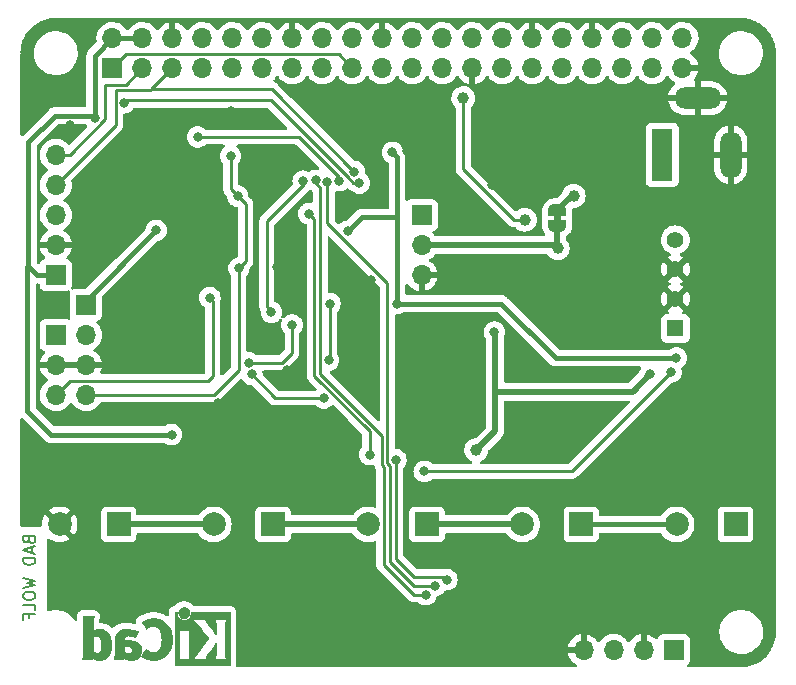
<source format=gbl>
G04 #@! TF.GenerationSoftware,KiCad,Pcbnew,(6.0.5-0)*
G04 #@! TF.CreationDate,2022-07-04T19:17:30-05:00*
G04 #@! TF.ProjectId,ras_pi_supercap_ups,7261735f-7069-45f7-9375-706572636170,rev?*
G04 #@! TF.SameCoordinates,Original*
G04 #@! TF.FileFunction,Copper,L2,Bot*
G04 #@! TF.FilePolarity,Positive*
%FSLAX46Y46*%
G04 Gerber Fmt 4.6, Leading zero omitted, Abs format (unit mm)*
G04 Created by KiCad (PCBNEW (6.0.5-0)) date 2022-07-04 19:17:30*
%MOMM*%
%LPD*%
G01*
G04 APERTURE LIST*
G04 Aperture macros list*
%AMFreePoly0*
4,1,22,0.500000,-0.750000,0.000000,-0.750000,0.000000,-0.745033,-0.079941,-0.743568,-0.215256,-0.701293,-0.333266,-0.622738,-0.424486,-0.514219,-0.481581,-0.384460,-0.499164,-0.250000,-0.500000,-0.250000,-0.500000,0.250000,-0.499164,0.250000,-0.499963,0.256109,-0.478152,0.396186,-0.417904,0.524511,-0.324060,0.630769,-0.204165,0.706417,-0.067858,0.745374,0.000000,0.744959,0.000000,0.750000,
0.500000,0.750000,0.500000,-0.750000,0.500000,-0.750000,$1*%
%AMFreePoly1*
4,1,20,0.000000,0.744959,0.073905,0.744508,0.209726,0.703889,0.328688,0.626782,0.421226,0.519385,0.479903,0.390333,0.500000,0.250000,0.500000,-0.250000,0.499851,-0.262216,0.476331,-0.402017,0.414519,-0.529596,0.319384,-0.634700,0.198574,-0.708877,0.061801,-0.746166,0.000000,-0.745033,0.000000,-0.750000,-0.500000,-0.750000,-0.500000,0.750000,0.000000,0.750000,0.000000,0.744959,
0.000000,0.744959,$1*%
G04 Aperture macros list end*
%ADD10C,0.150000*%
G04 #@! TA.AperFunction,NonConductor*
%ADD11C,0.150000*%
G04 #@! TD*
G04 #@! TA.AperFunction,EtchedComponent*
%ADD12C,0.010000*%
G04 #@! TD*
G04 #@! TA.AperFunction,ComponentPad*
%ADD13R,2.000000X2.000000*%
G04 #@! TD*
G04 #@! TA.AperFunction,ComponentPad*
%ADD14C,2.000000*%
G04 #@! TD*
G04 #@! TA.AperFunction,ComponentPad*
%ADD15R,1.408000X1.408000*%
G04 #@! TD*
G04 #@! TA.AperFunction,ComponentPad*
%ADD16C,1.408000*%
G04 #@! TD*
G04 #@! TA.AperFunction,ComponentPad*
%ADD17R,1.700000X1.700000*%
G04 #@! TD*
G04 #@! TA.AperFunction,ComponentPad*
%ADD18O,1.700000X1.700000*%
G04 #@! TD*
G04 #@! TA.AperFunction,ComponentPad*
%ADD19R,1.800000X4.400000*%
G04 #@! TD*
G04 #@! TA.AperFunction,ComponentPad*
%ADD20O,1.800000X4.000000*%
G04 #@! TD*
G04 #@! TA.AperFunction,ComponentPad*
%ADD21O,4.000000X1.800000*%
G04 #@! TD*
G04 #@! TA.AperFunction,SMDPad,CuDef*
%ADD22FreePoly0,90.000000*%
G04 #@! TD*
G04 #@! TA.AperFunction,SMDPad,CuDef*
%ADD23FreePoly1,90.000000*%
G04 #@! TD*
G04 #@! TA.AperFunction,ViaPad*
%ADD24C,0.800000*%
G04 #@! TD*
G04 #@! TA.AperFunction,ViaPad*
%ADD25C,1.000000*%
G04 #@! TD*
G04 #@! TA.AperFunction,Conductor*
%ADD26C,0.400000*%
G04 #@! TD*
G04 #@! TA.AperFunction,Conductor*
%ADD27C,0.250000*%
G04 #@! TD*
G04 #@! TA.AperFunction,Conductor*
%ADD28C,0.500000*%
G04 #@! TD*
G04 APERTURE END LIST*
D10*
D11*
X51228571Y-144733333D02*
X51276190Y-144876190D01*
X51323809Y-144923809D01*
X51419047Y-144971428D01*
X51561904Y-144971428D01*
X51657142Y-144923809D01*
X51704761Y-144876190D01*
X51752380Y-144780952D01*
X51752380Y-144400000D01*
X50752380Y-144400000D01*
X50752380Y-144733333D01*
X50800000Y-144828571D01*
X50847619Y-144876190D01*
X50942857Y-144923809D01*
X51038095Y-144923809D01*
X51133333Y-144876190D01*
X51180952Y-144828571D01*
X51228571Y-144733333D01*
X51228571Y-144400000D01*
X51466666Y-145352380D02*
X51466666Y-145828571D01*
X51752380Y-145257142D02*
X50752380Y-145590476D01*
X51752380Y-145923809D01*
X51752380Y-146257142D02*
X50752380Y-146257142D01*
X50752380Y-146495238D01*
X50800000Y-146638095D01*
X50895238Y-146733333D01*
X50990476Y-146780952D01*
X51180952Y-146828571D01*
X51323809Y-146828571D01*
X51514285Y-146780952D01*
X51609523Y-146733333D01*
X51704761Y-146638095D01*
X51752380Y-146495238D01*
X51752380Y-146257142D01*
X50752380Y-147923809D02*
X51752380Y-148161904D01*
X51038095Y-148352380D01*
X51752380Y-148542857D01*
X50752380Y-148780952D01*
X50752380Y-149352380D02*
X50752380Y-149542857D01*
X50800000Y-149638095D01*
X50895238Y-149733333D01*
X51085714Y-149780952D01*
X51419047Y-149780952D01*
X51609523Y-149733333D01*
X51704761Y-149638095D01*
X51752380Y-149542857D01*
X51752380Y-149352380D01*
X51704761Y-149257142D01*
X51609523Y-149161904D01*
X51419047Y-149114285D01*
X51085714Y-149114285D01*
X50895238Y-149161904D01*
X50800000Y-149257142D01*
X50752380Y-149352380D01*
X51752380Y-150685714D02*
X51752380Y-150209523D01*
X50752380Y-150209523D01*
X51228571Y-151352380D02*
X51228571Y-151019047D01*
X51752380Y-151019047D02*
X50752380Y-151019047D01*
X50752380Y-151495238D01*
G36*
X60727261Y-154077363D02*
G01*
X60723632Y-154152202D01*
X60716022Y-154214401D01*
X60703688Y-154270984D01*
X60659313Y-154397076D01*
X60596400Y-154511679D01*
X60516238Y-154612568D01*
X60419740Y-154698924D01*
X60307822Y-154769932D01*
X60181397Y-154824776D01*
X60041378Y-154862638D01*
X60005149Y-154868351D01*
X59926155Y-154874313D01*
X59837841Y-154874646D01*
X59748075Y-154869659D01*
X59664722Y-154859666D01*
X59595651Y-154844978D01*
X59509187Y-154814749D01*
X59399286Y-154760057D01*
X59301956Y-154692543D01*
X59239867Y-154641556D01*
X59236605Y-154737622D01*
X59233343Y-154833689D01*
X58810450Y-154833689D01*
X58799543Y-154833686D01*
X58705056Y-154833380D01*
X58618331Y-154832616D01*
X58541837Y-154831451D01*
X58478043Y-154829942D01*
X58429418Y-154828147D01*
X58398433Y-154826121D01*
X58387556Y-154823922D01*
X58387578Y-154823463D01*
X58394614Y-154807910D01*
X58410434Y-154785071D01*
X58414734Y-154779638D01*
X58425777Y-154765606D01*
X58435311Y-154752186D01*
X58443461Y-154737722D01*
X58450352Y-154720556D01*
X58456111Y-154699034D01*
X58460862Y-154671498D01*
X58464731Y-154636292D01*
X58467844Y-154591760D01*
X58470325Y-154536246D01*
X58472300Y-154468093D01*
X58473894Y-154385645D01*
X58475234Y-154287246D01*
X58476444Y-154171239D01*
X58476896Y-154120462D01*
X59279378Y-154120462D01*
X59324048Y-154176973D01*
X59336785Y-154192212D01*
X59383604Y-154234844D01*
X59444255Y-154270672D01*
X59454897Y-154275850D01*
X59493676Y-154292745D01*
X59528692Y-154302909D01*
X59568722Y-154308325D01*
X59622541Y-154310978D01*
X59640648Y-154311383D01*
X59716011Y-154308540D01*
X59776743Y-154296620D01*
X59828452Y-154274037D01*
X59876746Y-154239211D01*
X59881803Y-154234798D01*
X59930272Y-154179160D01*
X59958459Y-154115333D01*
X59967752Y-154040282D01*
X59960520Y-153968693D01*
X59935796Y-153905645D01*
X59891249Y-153847758D01*
X59836319Y-153800808D01*
X59763894Y-153760961D01*
X59677340Y-153733263D01*
X59574670Y-153717096D01*
X59453894Y-153711842D01*
X59445007Y-153711857D01*
X59389660Y-153712655D01*
X59342736Y-153714488D01*
X59308953Y-153717111D01*
X59293028Y-153720274D01*
X59288943Y-153726741D01*
X59284572Y-153748875D01*
X59281604Y-153787988D01*
X59279914Y-153845939D01*
X59279378Y-153924586D01*
X59279378Y-154120462D01*
X58476896Y-154120462D01*
X58477649Y-154035968D01*
X58478975Y-153879778D01*
X58480228Y-153737012D01*
X58481651Y-153591942D01*
X58483176Y-153466027D01*
X58484933Y-153357436D01*
X58487051Y-153264334D01*
X58489660Y-153184891D01*
X58492890Y-153117273D01*
X58496869Y-153059649D01*
X58501728Y-153010185D01*
X58507597Y-152967050D01*
X58514604Y-152928410D01*
X58522880Y-152892434D01*
X58532554Y-152857289D01*
X58543756Y-152821142D01*
X58556616Y-152782161D01*
X58572090Y-152739091D01*
X58614994Y-152646871D01*
X58668735Y-152567099D01*
X58737576Y-152492965D01*
X58815185Y-152429405D01*
X58919761Y-152367725D01*
X59039244Y-152320202D01*
X59174508Y-152286567D01*
X59326426Y-152266552D01*
X59495872Y-152259889D01*
X59553890Y-152260287D01*
X59619398Y-152262335D01*
X59680693Y-152266704D01*
X59742097Y-152274035D01*
X59807932Y-152284969D01*
X59882520Y-152300147D01*
X59970184Y-152320209D01*
X60075245Y-152345797D01*
X60103806Y-152352820D01*
X60179054Y-152370776D01*
X60249388Y-152386820D01*
X60310567Y-152400028D01*
X60358354Y-152409474D01*
X60388511Y-152414231D01*
X60416783Y-152417910D01*
X60443060Y-152423187D01*
X60453059Y-152427942D01*
X60449952Y-152436781D01*
X60439194Y-152464072D01*
X60421864Y-152506906D01*
X60399126Y-152562425D01*
X60372147Y-152627772D01*
X60342090Y-152700089D01*
X60335493Y-152715879D01*
X60296907Y-152806484D01*
X60265768Y-152876217D01*
X60241917Y-152925405D01*
X60225198Y-152954374D01*
X60215454Y-152963452D01*
X60207766Y-152961405D01*
X60181415Y-152951760D01*
X60142982Y-152936190D01*
X60097822Y-152916815D01*
X60003293Y-152878814D01*
X59866480Y-152837780D01*
X59725289Y-152812612D01*
X59687314Y-152808611D01*
X59584059Y-152806447D01*
X59496952Y-152819622D01*
X59425129Y-152848756D01*
X59367731Y-152894466D01*
X59323896Y-152957372D01*
X59292762Y-153038092D01*
X59273470Y-153137245D01*
X59266050Y-153196224D01*
X59427936Y-153189445D01*
X59554495Y-153187813D01*
X59705951Y-153194194D01*
X59854396Y-153208777D01*
X59990578Y-153230882D01*
X60055245Y-153245821D01*
X60187490Y-153288741D01*
X60309762Y-153345340D01*
X60419685Y-153414017D01*
X60514883Y-153493170D01*
X60592980Y-153581196D01*
X60651599Y-153676493D01*
X60675595Y-153728864D01*
X60701232Y-153799590D01*
X60717478Y-153870812D01*
X60725822Y-153949712D01*
X60727690Y-154040282D01*
X60727755Y-154043467D01*
X60727261Y-154077363D01*
G37*
D12*
X60727261Y-154077363D02*
X60723632Y-154152202D01*
X60716022Y-154214401D01*
X60703688Y-154270984D01*
X60659313Y-154397076D01*
X60596400Y-154511679D01*
X60516238Y-154612568D01*
X60419740Y-154698924D01*
X60307822Y-154769932D01*
X60181397Y-154824776D01*
X60041378Y-154862638D01*
X60005149Y-154868351D01*
X59926155Y-154874313D01*
X59837841Y-154874646D01*
X59748075Y-154869659D01*
X59664722Y-154859666D01*
X59595651Y-154844978D01*
X59509187Y-154814749D01*
X59399286Y-154760057D01*
X59301956Y-154692543D01*
X59239867Y-154641556D01*
X59236605Y-154737622D01*
X59233343Y-154833689D01*
X58810450Y-154833689D01*
X58799543Y-154833686D01*
X58705056Y-154833380D01*
X58618331Y-154832616D01*
X58541837Y-154831451D01*
X58478043Y-154829942D01*
X58429418Y-154828147D01*
X58398433Y-154826121D01*
X58387556Y-154823922D01*
X58387578Y-154823463D01*
X58394614Y-154807910D01*
X58410434Y-154785071D01*
X58414734Y-154779638D01*
X58425777Y-154765606D01*
X58435311Y-154752186D01*
X58443461Y-154737722D01*
X58450352Y-154720556D01*
X58456111Y-154699034D01*
X58460862Y-154671498D01*
X58464731Y-154636292D01*
X58467844Y-154591760D01*
X58470325Y-154536246D01*
X58472300Y-154468093D01*
X58473894Y-154385645D01*
X58475234Y-154287246D01*
X58476444Y-154171239D01*
X58476896Y-154120462D01*
X59279378Y-154120462D01*
X59324048Y-154176973D01*
X59336785Y-154192212D01*
X59383604Y-154234844D01*
X59444255Y-154270672D01*
X59454897Y-154275850D01*
X59493676Y-154292745D01*
X59528692Y-154302909D01*
X59568722Y-154308325D01*
X59622541Y-154310978D01*
X59640648Y-154311383D01*
X59716011Y-154308540D01*
X59776743Y-154296620D01*
X59828452Y-154274037D01*
X59876746Y-154239211D01*
X59881803Y-154234798D01*
X59930272Y-154179160D01*
X59958459Y-154115333D01*
X59967752Y-154040282D01*
X59960520Y-153968693D01*
X59935796Y-153905645D01*
X59891249Y-153847758D01*
X59836319Y-153800808D01*
X59763894Y-153760961D01*
X59677340Y-153733263D01*
X59574670Y-153717096D01*
X59453894Y-153711842D01*
X59445007Y-153711857D01*
X59389660Y-153712655D01*
X59342736Y-153714488D01*
X59308953Y-153717111D01*
X59293028Y-153720274D01*
X59288943Y-153726741D01*
X59284572Y-153748875D01*
X59281604Y-153787988D01*
X59279914Y-153845939D01*
X59279378Y-153924586D01*
X59279378Y-154120462D01*
X58476896Y-154120462D01*
X58477649Y-154035968D01*
X58478975Y-153879778D01*
X58480228Y-153737012D01*
X58481651Y-153591942D01*
X58483176Y-153466027D01*
X58484933Y-153357436D01*
X58487051Y-153264334D01*
X58489660Y-153184891D01*
X58492890Y-153117273D01*
X58496869Y-153059649D01*
X58501728Y-153010185D01*
X58507597Y-152967050D01*
X58514604Y-152928410D01*
X58522880Y-152892434D01*
X58532554Y-152857289D01*
X58543756Y-152821142D01*
X58556616Y-152782161D01*
X58572090Y-152739091D01*
X58614994Y-152646871D01*
X58668735Y-152567099D01*
X58737576Y-152492965D01*
X58815185Y-152429405D01*
X58919761Y-152367725D01*
X59039244Y-152320202D01*
X59174508Y-152286567D01*
X59326426Y-152266552D01*
X59495872Y-152259889D01*
X59553890Y-152260287D01*
X59619398Y-152262335D01*
X59680693Y-152266704D01*
X59742097Y-152274035D01*
X59807932Y-152284969D01*
X59882520Y-152300147D01*
X59970184Y-152320209D01*
X60075245Y-152345797D01*
X60103806Y-152352820D01*
X60179054Y-152370776D01*
X60249388Y-152386820D01*
X60310567Y-152400028D01*
X60358354Y-152409474D01*
X60388511Y-152414231D01*
X60416783Y-152417910D01*
X60443060Y-152423187D01*
X60453059Y-152427942D01*
X60449952Y-152436781D01*
X60439194Y-152464072D01*
X60421864Y-152506906D01*
X60399126Y-152562425D01*
X60372147Y-152627772D01*
X60342090Y-152700089D01*
X60335493Y-152715879D01*
X60296907Y-152806484D01*
X60265768Y-152876217D01*
X60241917Y-152925405D01*
X60225198Y-152954374D01*
X60215454Y-152963452D01*
X60207766Y-152961405D01*
X60181415Y-152951760D01*
X60142982Y-152936190D01*
X60097822Y-152916815D01*
X60003293Y-152878814D01*
X59866480Y-152837780D01*
X59725289Y-152812612D01*
X59687314Y-152808611D01*
X59584059Y-152806447D01*
X59496952Y-152819622D01*
X59425129Y-152848756D01*
X59367731Y-152894466D01*
X59323896Y-152957372D01*
X59292762Y-153038092D01*
X59273470Y-153137245D01*
X59266050Y-153196224D01*
X59427936Y-153189445D01*
X59554495Y-153187813D01*
X59705951Y-153194194D01*
X59854396Y-153208777D01*
X59990578Y-153230882D01*
X60055245Y-153245821D01*
X60187490Y-153288741D01*
X60309762Y-153345340D01*
X60419685Y-153414017D01*
X60514883Y-153493170D01*
X60592980Y-153581196D01*
X60651599Y-153676493D01*
X60675595Y-153728864D01*
X60701232Y-153799590D01*
X60717478Y-153870812D01*
X60725822Y-153949712D01*
X60727690Y-154040282D01*
X60727755Y-154043467D01*
X60727261Y-154077363D01*
G36*
X58185268Y-153720158D02*
G01*
X58176689Y-153871594D01*
X58157833Y-154008283D01*
X58127837Y-154134276D01*
X58085836Y-154253625D01*
X58030969Y-154370381D01*
X57964167Y-154481179D01*
X57873363Y-154594739D01*
X57769708Y-154690211D01*
X57653887Y-154767073D01*
X57526586Y-154824797D01*
X57388489Y-154862858D01*
X57350793Y-154868666D01*
X57271752Y-154874396D01*
X57183629Y-154874583D01*
X57094236Y-154869539D01*
X57011384Y-154859578D01*
X56942887Y-154845012D01*
X56912035Y-154835364D01*
X56834730Y-154805123D01*
X56757679Y-154767617D01*
X56688200Y-154726614D01*
X56633615Y-154685879D01*
X56610916Y-154666505D01*
X56588201Y-154648662D01*
X56576779Y-154641778D01*
X56575537Y-154643424D01*
X56572728Y-154661205D01*
X56570776Y-154694370D01*
X56570045Y-154737733D01*
X56570045Y-154833689D01*
X55711896Y-154833689D01*
X55746161Y-154772974D01*
X55751355Y-154763868D01*
X55759715Y-154749249D01*
X55767288Y-154735173D01*
X55774112Y-154720540D01*
X55780227Y-154704249D01*
X55785673Y-154685198D01*
X55790487Y-154662286D01*
X55794708Y-154634413D01*
X55798377Y-154600478D01*
X55801531Y-154559379D01*
X55804211Y-154510015D01*
X55806454Y-154451286D01*
X55808299Y-154382090D01*
X55809787Y-154301326D01*
X55810955Y-154207894D01*
X55811678Y-154120721D01*
X56615200Y-154120721D01*
X56685756Y-154167089D01*
X56726417Y-154190791D01*
X56780546Y-154216639D01*
X56829689Y-154234829D01*
X56893165Y-154250551D01*
X56989331Y-154261541D01*
X57073900Y-154253365D01*
X57147219Y-154225805D01*
X57209637Y-154178642D01*
X57261502Y-154111658D01*
X57303160Y-154024633D01*
X57334962Y-153917350D01*
X57337545Y-153905009D01*
X57346000Y-153843772D01*
X57351663Y-153766692D01*
X57354576Y-153679002D01*
X57354783Y-153585934D01*
X57352330Y-153492720D01*
X57347261Y-153404594D01*
X57339619Y-153326788D01*
X57329448Y-153264533D01*
X57328167Y-153258666D01*
X57299126Y-153148121D01*
X57264610Y-153057575D01*
X57223456Y-152984953D01*
X57174499Y-152928181D01*
X57116574Y-152885184D01*
X57084620Y-152869615D01*
X57011784Y-152850722D01*
X56930443Y-152847465D01*
X56845319Y-152859389D01*
X56761133Y-152886040D01*
X56682608Y-152926962D01*
X56615200Y-152970530D01*
X56615200Y-154120721D01*
X55811678Y-154120721D01*
X55811844Y-154100692D01*
X55812491Y-153978620D01*
X55812936Y-153840576D01*
X55813218Y-153685459D01*
X55813375Y-153512168D01*
X55813448Y-153319603D01*
X55813474Y-153106662D01*
X55813493Y-152872245D01*
X55813689Y-151187378D01*
X56719017Y-151187378D01*
X56694585Y-151224067D01*
X56688318Y-151233647D01*
X56662208Y-151279981D01*
X56644469Y-151327102D01*
X56632908Y-151382251D01*
X56625331Y-151452667D01*
X56624839Y-151459650D01*
X56623062Y-151497641D01*
X56621444Y-151551576D01*
X56619999Y-151618703D01*
X56618740Y-151696271D01*
X56617680Y-151781528D01*
X56616829Y-151871724D01*
X56616203Y-151964107D01*
X56615812Y-152055925D01*
X56615670Y-152144427D01*
X56615790Y-152226862D01*
X56616183Y-152300479D01*
X56616862Y-152362526D01*
X56617841Y-152410251D01*
X56619132Y-152440904D01*
X56620747Y-152451733D01*
X56628957Y-152447333D01*
X56650647Y-152432362D01*
X56680014Y-152410448D01*
X56728879Y-152376236D01*
X56817125Y-152329714D01*
X56915916Y-152296046D01*
X57028510Y-152274231D01*
X57158164Y-152263265D01*
X57250670Y-152262219D01*
X57372011Y-152272014D01*
X57482099Y-152296174D01*
X57585389Y-152335785D01*
X57686338Y-152391932D01*
X57731503Y-152422883D01*
X57836911Y-152514115D01*
X57928538Y-152623106D01*
X58006332Y-152749726D01*
X58070241Y-152893845D01*
X58120214Y-153055332D01*
X58156198Y-153234059D01*
X58178143Y-153429895D01*
X58183900Y-153585934D01*
X58185994Y-153642711D01*
X58185268Y-153720158D01*
G37*
X58185268Y-153720158D02*
X58176689Y-153871594D01*
X58157833Y-154008283D01*
X58127837Y-154134276D01*
X58085836Y-154253625D01*
X58030969Y-154370381D01*
X57964167Y-154481179D01*
X57873363Y-154594739D01*
X57769708Y-154690211D01*
X57653887Y-154767073D01*
X57526586Y-154824797D01*
X57388489Y-154862858D01*
X57350793Y-154868666D01*
X57271752Y-154874396D01*
X57183629Y-154874583D01*
X57094236Y-154869539D01*
X57011384Y-154859578D01*
X56942887Y-154845012D01*
X56912035Y-154835364D01*
X56834730Y-154805123D01*
X56757679Y-154767617D01*
X56688200Y-154726614D01*
X56633615Y-154685879D01*
X56610916Y-154666505D01*
X56588201Y-154648662D01*
X56576779Y-154641778D01*
X56575537Y-154643424D01*
X56572728Y-154661205D01*
X56570776Y-154694370D01*
X56570045Y-154737733D01*
X56570045Y-154833689D01*
X55711896Y-154833689D01*
X55746161Y-154772974D01*
X55751355Y-154763868D01*
X55759715Y-154749249D01*
X55767288Y-154735173D01*
X55774112Y-154720540D01*
X55780227Y-154704249D01*
X55785673Y-154685198D01*
X55790487Y-154662286D01*
X55794708Y-154634413D01*
X55798377Y-154600478D01*
X55801531Y-154559379D01*
X55804211Y-154510015D01*
X55806454Y-154451286D01*
X55808299Y-154382090D01*
X55809787Y-154301326D01*
X55810955Y-154207894D01*
X55811678Y-154120721D01*
X56615200Y-154120721D01*
X56685756Y-154167089D01*
X56726417Y-154190791D01*
X56780546Y-154216639D01*
X56829689Y-154234829D01*
X56893165Y-154250551D01*
X56989331Y-154261541D01*
X57073900Y-154253365D01*
X57147219Y-154225805D01*
X57209637Y-154178642D01*
X57261502Y-154111658D01*
X57303160Y-154024633D01*
X57334962Y-153917350D01*
X57337545Y-153905009D01*
X57346000Y-153843772D01*
X57351663Y-153766692D01*
X57354576Y-153679002D01*
X57354783Y-153585934D01*
X57352330Y-153492720D01*
X57347261Y-153404594D01*
X57339619Y-153326788D01*
X57329448Y-153264533D01*
X57328167Y-153258666D01*
X57299126Y-153148121D01*
X57264610Y-153057575D01*
X57223456Y-152984953D01*
X57174499Y-152928181D01*
X57116574Y-152885184D01*
X57084620Y-152869615D01*
X57011784Y-152850722D01*
X56930443Y-152847465D01*
X56845319Y-152859389D01*
X56761133Y-152886040D01*
X56682608Y-152926962D01*
X56615200Y-152970530D01*
X56615200Y-154120721D01*
X55811678Y-154120721D01*
X55811844Y-154100692D01*
X55812491Y-153978620D01*
X55812936Y-153840576D01*
X55813218Y-153685459D01*
X55813375Y-153512168D01*
X55813448Y-153319603D01*
X55813474Y-153106662D01*
X55813493Y-152872245D01*
X55813689Y-151187378D01*
X56719017Y-151187378D01*
X56694585Y-151224067D01*
X56688318Y-151233647D01*
X56662208Y-151279981D01*
X56644469Y-151327102D01*
X56632908Y-151382251D01*
X56625331Y-151452667D01*
X56624839Y-151459650D01*
X56623062Y-151497641D01*
X56621444Y-151551576D01*
X56619999Y-151618703D01*
X56618740Y-151696271D01*
X56617680Y-151781528D01*
X56616829Y-151871724D01*
X56616203Y-151964107D01*
X56615812Y-152055925D01*
X56615670Y-152144427D01*
X56615790Y-152226862D01*
X56616183Y-152300479D01*
X56616862Y-152362526D01*
X56617841Y-152410251D01*
X56619132Y-152440904D01*
X56620747Y-152451733D01*
X56628957Y-152447333D01*
X56650647Y-152432362D01*
X56680014Y-152410448D01*
X56728879Y-152376236D01*
X56817125Y-152329714D01*
X56915916Y-152296046D01*
X57028510Y-152274231D01*
X57158164Y-152263265D01*
X57250670Y-152262219D01*
X57372011Y-152272014D01*
X57482099Y-152296174D01*
X57585389Y-152335785D01*
X57686338Y-152391932D01*
X57731503Y-152422883D01*
X57836911Y-152514115D01*
X57928538Y-152623106D01*
X58006332Y-152749726D01*
X58070241Y-152893845D01*
X58120214Y-153055332D01*
X58156198Y-153234059D01*
X58178143Y-153429895D01*
X58183900Y-153585934D01*
X58185994Y-153642711D01*
X58185268Y-153720158D01*
G36*
X68276059Y-151643011D02*
G01*
X68276362Y-151790216D01*
X68276548Y-151954349D01*
X68276642Y-152136352D01*
X68276671Y-152337165D01*
X68276661Y-152557732D01*
X68276636Y-152798992D01*
X68276622Y-153061889D01*
X68276622Y-153104040D01*
X68276646Y-153364668D01*
X68276685Y-153603796D01*
X68276708Y-153822360D01*
X68276687Y-154021295D01*
X68276593Y-154201535D01*
X68276395Y-154364015D01*
X68276063Y-154509670D01*
X68275569Y-154639434D01*
X68274883Y-154754243D01*
X68273976Y-154855030D01*
X68272817Y-154942730D01*
X68271378Y-155018279D01*
X68269629Y-155082611D01*
X68267540Y-155136661D01*
X68265083Y-155181363D01*
X68262227Y-155217652D01*
X68258943Y-155246463D01*
X68255202Y-155268731D01*
X68250974Y-155285390D01*
X68246229Y-155297375D01*
X68240939Y-155305621D01*
X68235073Y-155311062D01*
X68228602Y-155314634D01*
X68221497Y-155317270D01*
X68213728Y-155319906D01*
X68205266Y-155323477D01*
X68200908Y-155325145D01*
X68192395Y-155327111D01*
X68179694Y-155328911D01*
X68161885Y-155330555D01*
X68138049Y-155332047D01*
X68107266Y-155333397D01*
X68068617Y-155334611D01*
X68021182Y-155335697D01*
X67964043Y-155336661D01*
X67896279Y-155337511D01*
X67816971Y-155338253D01*
X67725199Y-155338897D01*
X67620044Y-155339447D01*
X67500587Y-155339913D01*
X67365908Y-155340300D01*
X67215088Y-155340616D01*
X67047206Y-155340869D01*
X66861345Y-155341066D01*
X66656583Y-155341213D01*
X66432002Y-155341318D01*
X66186682Y-155341389D01*
X65919704Y-155341432D01*
X65881321Y-155341437D01*
X65615922Y-155341480D01*
X65372050Y-155341525D01*
X65148783Y-155341548D01*
X64945196Y-155341524D01*
X64760367Y-155341430D01*
X64593373Y-155341243D01*
X64443290Y-155340939D01*
X64309196Y-155340494D01*
X64190166Y-155339885D01*
X64085279Y-155339089D01*
X63993610Y-155338080D01*
X63914237Y-155336837D01*
X63846237Y-155335335D01*
X63788686Y-155333551D01*
X63740662Y-155331461D01*
X63701240Y-155329042D01*
X63669499Y-155326270D01*
X63644514Y-155323121D01*
X63625364Y-155319572D01*
X63611123Y-155315598D01*
X63600871Y-155311178D01*
X63593682Y-155306286D01*
X63588635Y-155300900D01*
X63584805Y-155294996D01*
X63581271Y-155288549D01*
X63577108Y-155281537D01*
X63576025Y-155279687D01*
X63573813Y-155274180D01*
X63571786Y-155265868D01*
X63569938Y-155253809D01*
X63568261Y-155237063D01*
X63566745Y-155214687D01*
X63565383Y-155185740D01*
X63564167Y-155149280D01*
X63563089Y-155104367D01*
X63562140Y-155050057D01*
X63561312Y-154985410D01*
X63560597Y-154909484D01*
X63559987Y-154821338D01*
X63559942Y-154812493D01*
X63851378Y-154812493D01*
X63855260Y-154813765D01*
X63878520Y-154815791D01*
X63920874Y-154817626D01*
X63980132Y-154819227D01*
X64054107Y-154820549D01*
X64140610Y-154821548D01*
X64237452Y-154822180D01*
X64342445Y-154822400D01*
X65040651Y-154822400D01*
X66195090Y-154822400D01*
X66194456Y-154746200D01*
X66195574Y-154704160D01*
X66201304Y-154668334D01*
X66213890Y-154630772D01*
X66235568Y-154582577D01*
X66238789Y-154575897D01*
X66264188Y-154526359D01*
X66290996Y-154478369D01*
X66313917Y-154441466D01*
X66318485Y-154434834D01*
X66340516Y-154403593D01*
X66372693Y-154358654D01*
X66413457Y-154302147D01*
X66461245Y-154236204D01*
X66514498Y-154162957D01*
X66571655Y-154084536D01*
X66631155Y-154003072D01*
X66691437Y-153920698D01*
X66750940Y-153839544D01*
X66808105Y-153761742D01*
X66861370Y-153689423D01*
X66909174Y-153624718D01*
X66949957Y-153569759D01*
X66982158Y-153526676D01*
X67004216Y-153497602D01*
X67014571Y-153484667D01*
X67019044Y-153480351D01*
X67023236Y-153478312D01*
X67026643Y-153480926D01*
X67029325Y-153489986D01*
X67031341Y-153507285D01*
X67032748Y-153534614D01*
X67033605Y-153573765D01*
X67033970Y-153626533D01*
X67033903Y-153694707D01*
X67033460Y-153780082D01*
X67032702Y-153884449D01*
X67031685Y-154009600D01*
X67031308Y-154054300D01*
X67030169Y-154175395D01*
X67028972Y-154276688D01*
X67027636Y-154360262D01*
X67026077Y-154428204D01*
X67024215Y-154482599D01*
X67021966Y-154525532D01*
X67019248Y-154559089D01*
X67015979Y-154585355D01*
X67012078Y-154606416D01*
X67007461Y-154624357D01*
X66999192Y-154650770D01*
X66975583Y-154712772D01*
X66949685Y-154765573D01*
X66924535Y-154802645D01*
X66923339Y-154804075D01*
X66921168Y-154808424D01*
X66923328Y-154812026D01*
X66931644Y-154814951D01*
X66947940Y-154817269D01*
X66974041Y-154819051D01*
X67011771Y-154820367D01*
X67062956Y-154821286D01*
X67129420Y-154821878D01*
X67212987Y-154822215D01*
X67315483Y-154822365D01*
X67438732Y-154822400D01*
X67970296Y-154822400D01*
X67931523Y-154764783D01*
X67925432Y-154755893D01*
X67914976Y-154741069D01*
X67905579Y-154727422D01*
X67897183Y-154713765D01*
X67889733Y-154698911D01*
X67883173Y-154681670D01*
X67877446Y-154660855D01*
X67872495Y-154635280D01*
X67868266Y-154603755D01*
X67864701Y-154565093D01*
X67861744Y-154518107D01*
X67859340Y-154461608D01*
X67857431Y-154394409D01*
X67855962Y-154315322D01*
X67854876Y-154223160D01*
X67854118Y-154116734D01*
X67853630Y-153994857D01*
X67853358Y-153856341D01*
X67853243Y-153699999D01*
X67853231Y-153524642D01*
X67853265Y-153329082D01*
X67853289Y-153112133D01*
X67853280Y-152989513D01*
X67853243Y-152784447D01*
X67853227Y-152600116D01*
X67853288Y-152435334D01*
X67853484Y-152288916D01*
X67853870Y-152159674D01*
X67854505Y-152046422D01*
X67855444Y-151947975D01*
X67856745Y-151863144D01*
X67858464Y-151790744D01*
X67860659Y-151729589D01*
X67863385Y-151678492D01*
X67866701Y-151636267D01*
X67870662Y-151601727D01*
X67875325Y-151573686D01*
X67880747Y-151550958D01*
X67886986Y-151532356D01*
X67894097Y-151516693D01*
X67902138Y-151502784D01*
X67911166Y-151489441D01*
X67921236Y-151475479D01*
X67932407Y-151459711D01*
X67972197Y-151401867D01*
X66912314Y-151401867D01*
X66950311Y-151464966D01*
X66964993Y-151490005D01*
X66979531Y-151517586D01*
X66991627Y-151545700D01*
X67001532Y-151576551D01*
X67009494Y-151612344D01*
X67015761Y-151655283D01*
X67020582Y-151707574D01*
X67024206Y-151771419D01*
X67026881Y-151849025D01*
X67028857Y-151942594D01*
X67030382Y-152054333D01*
X67031704Y-152186445D01*
X67032613Y-152306434D01*
X67033020Y-152423063D01*
X67032767Y-152518531D01*
X67031857Y-152592556D01*
X67030293Y-152644855D01*
X67028079Y-152675149D01*
X67025220Y-152683156D01*
X67022161Y-152679858D01*
X67004006Y-152658408D01*
X66974275Y-152621889D01*
X66934639Y-152572442D01*
X66886771Y-152512207D01*
X66832343Y-152443327D01*
X66773027Y-152367943D01*
X66710495Y-152288196D01*
X66646421Y-152206228D01*
X66582475Y-152124180D01*
X66520331Y-152044194D01*
X66461661Y-151968411D01*
X66408137Y-151898973D01*
X66361430Y-151838021D01*
X66323214Y-151787696D01*
X66295161Y-151750140D01*
X66278943Y-151727495D01*
X66233635Y-151655212D01*
X66193661Y-151575463D01*
X66172130Y-151507188D01*
X66168827Y-151449844D01*
X66174116Y-151401867D01*
X65042356Y-151402117D01*
X65081867Y-151432722D01*
X65091248Y-151440089D01*
X65154183Y-151494438D01*
X65222997Y-151562259D01*
X65299596Y-151645516D01*
X65385888Y-151746178D01*
X65403052Y-151766847D01*
X65443833Y-151816409D01*
X65493588Y-151877326D01*
X65550955Y-151947898D01*
X65614569Y-152026424D01*
X65683069Y-152111204D01*
X65755090Y-152200537D01*
X65829270Y-152292722D01*
X65844517Y-152311702D01*
X65904246Y-152386060D01*
X65978653Y-152478848D01*
X66051131Y-152569388D01*
X66120314Y-152655978D01*
X66184841Y-152736918D01*
X66243347Y-152810506D01*
X66294470Y-152875044D01*
X66336847Y-152928829D01*
X66369115Y-152970162D01*
X66389910Y-152997342D01*
X66397869Y-153008668D01*
X66396111Y-153012771D01*
X66383230Y-153033334D01*
X66358885Y-153069561D01*
X66324247Y-153119824D01*
X66280486Y-153182492D01*
X66228775Y-153255936D01*
X66170284Y-153338527D01*
X66106184Y-153428636D01*
X66037646Y-153524631D01*
X65965843Y-153624885D01*
X65891944Y-153727768D01*
X65817121Y-153831650D01*
X65742545Y-153934901D01*
X65669387Y-154035892D01*
X65598819Y-154132994D01*
X65532011Y-154224577D01*
X65470135Y-154309011D01*
X65414361Y-154384667D01*
X65365862Y-154449916D01*
X65325807Y-154503128D01*
X65295369Y-154542673D01*
X65274944Y-154568026D01*
X65228899Y-154622295D01*
X65178612Y-154678775D01*
X65131815Y-154728669D01*
X65040651Y-154822400D01*
X64342445Y-154822400D01*
X64411356Y-154822349D01*
X64509607Y-154822091D01*
X64599030Y-154821637D01*
X64677333Y-154821010D01*
X64742223Y-154820235D01*
X64791411Y-154819335D01*
X64822604Y-154818334D01*
X64833511Y-154817257D01*
X64832322Y-154814037D01*
X64822176Y-154796452D01*
X64805040Y-154770158D01*
X64796540Y-154757691D01*
X64787329Y-154743622D01*
X64779233Y-154729351D01*
X64772185Y-154713479D01*
X64766117Y-154694609D01*
X64760961Y-154671341D01*
X64756651Y-154642278D01*
X64753119Y-154606021D01*
X64750297Y-154561170D01*
X64748118Y-154506328D01*
X64746514Y-154440097D01*
X64745419Y-154361077D01*
X64744765Y-154267871D01*
X64744484Y-154159079D01*
X64744509Y-154033303D01*
X64744772Y-153889145D01*
X64745206Y-153725207D01*
X64745745Y-153540089D01*
X64746279Y-153361232D01*
X64746805Y-153202374D01*
X64747350Y-153063316D01*
X64747945Y-152942665D01*
X64748619Y-152839028D01*
X64749403Y-152751011D01*
X64750326Y-152677223D01*
X64751419Y-152616269D01*
X64752712Y-152566757D01*
X64754235Y-152527293D01*
X64756019Y-152496484D01*
X64758092Y-152472938D01*
X64760486Y-152455260D01*
X64763230Y-152442059D01*
X64766356Y-152431940D01*
X64769892Y-152423511D01*
X64773791Y-152415375D01*
X64793438Y-152378544D01*
X64812225Y-152348391D01*
X64813272Y-152346908D01*
X64827602Y-152324659D01*
X64833511Y-152311702D01*
X64832504Y-152311249D01*
X64815305Y-152309803D01*
X64778656Y-152308480D01*
X64724962Y-152307316D01*
X64656630Y-152306347D01*
X64576064Y-152305611D01*
X64485670Y-152305142D01*
X64387853Y-152304978D01*
X63942195Y-152304978D01*
X63939120Y-153481845D01*
X63936045Y-154658711D01*
X63909407Y-154717622D01*
X63897485Y-154742183D01*
X63880246Y-154772434D01*
X63867074Y-154789560D01*
X63859076Y-154797591D01*
X63851378Y-154812493D01*
X63559942Y-154812493D01*
X63559474Y-154720029D01*
X63559050Y-154604617D01*
X63558706Y-154474160D01*
X63558434Y-154327716D01*
X63558227Y-154164344D01*
X63558076Y-153983101D01*
X63557972Y-153783048D01*
X63557908Y-153563241D01*
X63557876Y-153322739D01*
X63557867Y-153060602D01*
X63557867Y-150869031D01*
X63596249Y-150830649D01*
X63623355Y-150806911D01*
X63650253Y-150795111D01*
X63686560Y-150792267D01*
X63738489Y-150792267D01*
X63738489Y-150880206D01*
X63740427Y-150930102D01*
X63759199Y-151040523D01*
X63796217Y-151141987D01*
X63849369Y-151233152D01*
X63916546Y-151312673D01*
X63995638Y-151379205D01*
X64084534Y-151431406D01*
X64181125Y-151467930D01*
X64283300Y-151487434D01*
X64388950Y-151488573D01*
X64495964Y-151470005D01*
X64602232Y-151430384D01*
X64699219Y-151372516D01*
X64784293Y-151297684D01*
X64853015Y-151209615D01*
X64903918Y-151110616D01*
X64935535Y-151002993D01*
X64946400Y-150889054D01*
X64946400Y-150792267D01*
X66566753Y-150792267D01*
X66777897Y-150792280D01*
X66982020Y-150792330D01*
X67165686Y-150792430D01*
X67329991Y-150792592D01*
X67476029Y-150792829D01*
X67604894Y-150793153D01*
X67717683Y-150793575D01*
X67815488Y-150794109D01*
X67899404Y-150794767D01*
X67970527Y-150795561D01*
X68029950Y-150796504D01*
X68078768Y-150797608D01*
X68118077Y-150798884D01*
X68148969Y-150800347D01*
X68172541Y-150802007D01*
X68189886Y-150803878D01*
X68202099Y-150805972D01*
X68210275Y-150808300D01*
X68215508Y-150810876D01*
X68221504Y-150814445D01*
X68228279Y-150817978D01*
X68234478Y-150821488D01*
X68240126Y-150825918D01*
X68245247Y-150832208D01*
X68249869Y-150841301D01*
X68254015Y-150854139D01*
X68257713Y-150871662D01*
X68260987Y-150894813D01*
X68263863Y-150924534D01*
X68266367Y-150961765D01*
X68268524Y-151007449D01*
X68270360Y-151062527D01*
X68271900Y-151127941D01*
X68273170Y-151204633D01*
X68274195Y-151293544D01*
X68275001Y-151395617D01*
X68275034Y-151401867D01*
X68275614Y-151511792D01*
X68276059Y-151643011D01*
G37*
X68276059Y-151643011D02*
X68276362Y-151790216D01*
X68276548Y-151954349D01*
X68276642Y-152136352D01*
X68276671Y-152337165D01*
X68276661Y-152557732D01*
X68276636Y-152798992D01*
X68276622Y-153061889D01*
X68276622Y-153104040D01*
X68276646Y-153364668D01*
X68276685Y-153603796D01*
X68276708Y-153822360D01*
X68276687Y-154021295D01*
X68276593Y-154201535D01*
X68276395Y-154364015D01*
X68276063Y-154509670D01*
X68275569Y-154639434D01*
X68274883Y-154754243D01*
X68273976Y-154855030D01*
X68272817Y-154942730D01*
X68271378Y-155018279D01*
X68269629Y-155082611D01*
X68267540Y-155136661D01*
X68265083Y-155181363D01*
X68262227Y-155217652D01*
X68258943Y-155246463D01*
X68255202Y-155268731D01*
X68250974Y-155285390D01*
X68246229Y-155297375D01*
X68240939Y-155305621D01*
X68235073Y-155311062D01*
X68228602Y-155314634D01*
X68221497Y-155317270D01*
X68213728Y-155319906D01*
X68205266Y-155323477D01*
X68200908Y-155325145D01*
X68192395Y-155327111D01*
X68179694Y-155328911D01*
X68161885Y-155330555D01*
X68138049Y-155332047D01*
X68107266Y-155333397D01*
X68068617Y-155334611D01*
X68021182Y-155335697D01*
X67964043Y-155336661D01*
X67896279Y-155337511D01*
X67816971Y-155338253D01*
X67725199Y-155338897D01*
X67620044Y-155339447D01*
X67500587Y-155339913D01*
X67365908Y-155340300D01*
X67215088Y-155340616D01*
X67047206Y-155340869D01*
X66861345Y-155341066D01*
X66656583Y-155341213D01*
X66432002Y-155341318D01*
X66186682Y-155341389D01*
X65919704Y-155341432D01*
X65881321Y-155341437D01*
X65615922Y-155341480D01*
X65372050Y-155341525D01*
X65148783Y-155341548D01*
X64945196Y-155341524D01*
X64760367Y-155341430D01*
X64593373Y-155341243D01*
X64443290Y-155340939D01*
X64309196Y-155340494D01*
X64190166Y-155339885D01*
X64085279Y-155339089D01*
X63993610Y-155338080D01*
X63914237Y-155336837D01*
X63846237Y-155335335D01*
X63788686Y-155333551D01*
X63740662Y-155331461D01*
X63701240Y-155329042D01*
X63669499Y-155326270D01*
X63644514Y-155323121D01*
X63625364Y-155319572D01*
X63611123Y-155315598D01*
X63600871Y-155311178D01*
X63593682Y-155306286D01*
X63588635Y-155300900D01*
X63584805Y-155294996D01*
X63581271Y-155288549D01*
X63577108Y-155281537D01*
X63576025Y-155279687D01*
X63573813Y-155274180D01*
X63571786Y-155265868D01*
X63569938Y-155253809D01*
X63568261Y-155237063D01*
X63566745Y-155214687D01*
X63565383Y-155185740D01*
X63564167Y-155149280D01*
X63563089Y-155104367D01*
X63562140Y-155050057D01*
X63561312Y-154985410D01*
X63560597Y-154909484D01*
X63559987Y-154821338D01*
X63559942Y-154812493D01*
X63851378Y-154812493D01*
X63855260Y-154813765D01*
X63878520Y-154815791D01*
X63920874Y-154817626D01*
X63980132Y-154819227D01*
X64054107Y-154820549D01*
X64140610Y-154821548D01*
X64237452Y-154822180D01*
X64342445Y-154822400D01*
X65040651Y-154822400D01*
X66195090Y-154822400D01*
X66194456Y-154746200D01*
X66195574Y-154704160D01*
X66201304Y-154668334D01*
X66213890Y-154630772D01*
X66235568Y-154582577D01*
X66238789Y-154575897D01*
X66264188Y-154526359D01*
X66290996Y-154478369D01*
X66313917Y-154441466D01*
X66318485Y-154434834D01*
X66340516Y-154403593D01*
X66372693Y-154358654D01*
X66413457Y-154302147D01*
X66461245Y-154236204D01*
X66514498Y-154162957D01*
X66571655Y-154084536D01*
X66631155Y-154003072D01*
X66691437Y-153920698D01*
X66750940Y-153839544D01*
X66808105Y-153761742D01*
X66861370Y-153689423D01*
X66909174Y-153624718D01*
X66949957Y-153569759D01*
X66982158Y-153526676D01*
X67004216Y-153497602D01*
X67014571Y-153484667D01*
X67019044Y-153480351D01*
X67023236Y-153478312D01*
X67026643Y-153480926D01*
X67029325Y-153489986D01*
X67031341Y-153507285D01*
X67032748Y-153534614D01*
X67033605Y-153573765D01*
X67033970Y-153626533D01*
X67033903Y-153694707D01*
X67033460Y-153780082D01*
X67032702Y-153884449D01*
X67031685Y-154009600D01*
X67031308Y-154054300D01*
X67030169Y-154175395D01*
X67028972Y-154276688D01*
X67027636Y-154360262D01*
X67026077Y-154428204D01*
X67024215Y-154482599D01*
X67021966Y-154525532D01*
X67019248Y-154559089D01*
X67015979Y-154585355D01*
X67012078Y-154606416D01*
X67007461Y-154624357D01*
X66999192Y-154650770D01*
X66975583Y-154712772D01*
X66949685Y-154765573D01*
X66924535Y-154802645D01*
X66923339Y-154804075D01*
X66921168Y-154808424D01*
X66923328Y-154812026D01*
X66931644Y-154814951D01*
X66947940Y-154817269D01*
X66974041Y-154819051D01*
X67011771Y-154820367D01*
X67062956Y-154821286D01*
X67129420Y-154821878D01*
X67212987Y-154822215D01*
X67315483Y-154822365D01*
X67438732Y-154822400D01*
X67970296Y-154822400D01*
X67931523Y-154764783D01*
X67925432Y-154755893D01*
X67914976Y-154741069D01*
X67905579Y-154727422D01*
X67897183Y-154713765D01*
X67889733Y-154698911D01*
X67883173Y-154681670D01*
X67877446Y-154660855D01*
X67872495Y-154635280D01*
X67868266Y-154603755D01*
X67864701Y-154565093D01*
X67861744Y-154518107D01*
X67859340Y-154461608D01*
X67857431Y-154394409D01*
X67855962Y-154315322D01*
X67854876Y-154223160D01*
X67854118Y-154116734D01*
X67853630Y-153994857D01*
X67853358Y-153856341D01*
X67853243Y-153699999D01*
X67853231Y-153524642D01*
X67853265Y-153329082D01*
X67853289Y-153112133D01*
X67853280Y-152989513D01*
X67853243Y-152784447D01*
X67853227Y-152600116D01*
X67853288Y-152435334D01*
X67853484Y-152288916D01*
X67853870Y-152159674D01*
X67854505Y-152046422D01*
X67855444Y-151947975D01*
X67856745Y-151863144D01*
X67858464Y-151790744D01*
X67860659Y-151729589D01*
X67863385Y-151678492D01*
X67866701Y-151636267D01*
X67870662Y-151601727D01*
X67875325Y-151573686D01*
X67880747Y-151550958D01*
X67886986Y-151532356D01*
X67894097Y-151516693D01*
X67902138Y-151502784D01*
X67911166Y-151489441D01*
X67921236Y-151475479D01*
X67932407Y-151459711D01*
X67972197Y-151401867D01*
X66912314Y-151401867D01*
X66950311Y-151464966D01*
X66964993Y-151490005D01*
X66979531Y-151517586D01*
X66991627Y-151545700D01*
X67001532Y-151576551D01*
X67009494Y-151612344D01*
X67015761Y-151655283D01*
X67020582Y-151707574D01*
X67024206Y-151771419D01*
X67026881Y-151849025D01*
X67028857Y-151942594D01*
X67030382Y-152054333D01*
X67031704Y-152186445D01*
X67032613Y-152306434D01*
X67033020Y-152423063D01*
X67032767Y-152518531D01*
X67031857Y-152592556D01*
X67030293Y-152644855D01*
X67028079Y-152675149D01*
X67025220Y-152683156D01*
X67022161Y-152679858D01*
X67004006Y-152658408D01*
X66974275Y-152621889D01*
X66934639Y-152572442D01*
X66886771Y-152512207D01*
X66832343Y-152443327D01*
X66773027Y-152367943D01*
X66710495Y-152288196D01*
X66646421Y-152206228D01*
X66582475Y-152124180D01*
X66520331Y-152044194D01*
X66461661Y-151968411D01*
X66408137Y-151898973D01*
X66361430Y-151838021D01*
X66323214Y-151787696D01*
X66295161Y-151750140D01*
X66278943Y-151727495D01*
X66233635Y-151655212D01*
X66193661Y-151575463D01*
X66172130Y-151507188D01*
X66168827Y-151449844D01*
X66174116Y-151401867D01*
X65042356Y-151402117D01*
X65081867Y-151432722D01*
X65091248Y-151440089D01*
X65154183Y-151494438D01*
X65222997Y-151562259D01*
X65299596Y-151645516D01*
X65385888Y-151746178D01*
X65403052Y-151766847D01*
X65443833Y-151816409D01*
X65493588Y-151877326D01*
X65550955Y-151947898D01*
X65614569Y-152026424D01*
X65683069Y-152111204D01*
X65755090Y-152200537D01*
X65829270Y-152292722D01*
X65844517Y-152311702D01*
X65904246Y-152386060D01*
X65978653Y-152478848D01*
X66051131Y-152569388D01*
X66120314Y-152655978D01*
X66184841Y-152736918D01*
X66243347Y-152810506D01*
X66294470Y-152875044D01*
X66336847Y-152928829D01*
X66369115Y-152970162D01*
X66389910Y-152997342D01*
X66397869Y-153008668D01*
X66396111Y-153012771D01*
X66383230Y-153033334D01*
X66358885Y-153069561D01*
X66324247Y-153119824D01*
X66280486Y-153182492D01*
X66228775Y-153255936D01*
X66170284Y-153338527D01*
X66106184Y-153428636D01*
X66037646Y-153524631D01*
X65965843Y-153624885D01*
X65891944Y-153727768D01*
X65817121Y-153831650D01*
X65742545Y-153934901D01*
X65669387Y-154035892D01*
X65598819Y-154132994D01*
X65532011Y-154224577D01*
X65470135Y-154309011D01*
X65414361Y-154384667D01*
X65365862Y-154449916D01*
X65325807Y-154503128D01*
X65295369Y-154542673D01*
X65274944Y-154568026D01*
X65228899Y-154622295D01*
X65178612Y-154678775D01*
X65131815Y-154728669D01*
X65040651Y-154822400D01*
X64342445Y-154822400D01*
X64411356Y-154822349D01*
X64509607Y-154822091D01*
X64599030Y-154821637D01*
X64677333Y-154821010D01*
X64742223Y-154820235D01*
X64791411Y-154819335D01*
X64822604Y-154818334D01*
X64833511Y-154817257D01*
X64832322Y-154814037D01*
X64822176Y-154796452D01*
X64805040Y-154770158D01*
X64796540Y-154757691D01*
X64787329Y-154743622D01*
X64779233Y-154729351D01*
X64772185Y-154713479D01*
X64766117Y-154694609D01*
X64760961Y-154671341D01*
X64756651Y-154642278D01*
X64753119Y-154606021D01*
X64750297Y-154561170D01*
X64748118Y-154506328D01*
X64746514Y-154440097D01*
X64745419Y-154361077D01*
X64744765Y-154267871D01*
X64744484Y-154159079D01*
X64744509Y-154033303D01*
X64744772Y-153889145D01*
X64745206Y-153725207D01*
X64745745Y-153540089D01*
X64746279Y-153361232D01*
X64746805Y-153202374D01*
X64747350Y-153063316D01*
X64747945Y-152942665D01*
X64748619Y-152839028D01*
X64749403Y-152751011D01*
X64750326Y-152677223D01*
X64751419Y-152616269D01*
X64752712Y-152566757D01*
X64754235Y-152527293D01*
X64756019Y-152496484D01*
X64758092Y-152472938D01*
X64760486Y-152455260D01*
X64763230Y-152442059D01*
X64766356Y-152431940D01*
X64769892Y-152423511D01*
X64773791Y-152415375D01*
X64793438Y-152378544D01*
X64812225Y-152348391D01*
X64813272Y-152346908D01*
X64827602Y-152324659D01*
X64833511Y-152311702D01*
X64832504Y-152311249D01*
X64815305Y-152309803D01*
X64778656Y-152308480D01*
X64724962Y-152307316D01*
X64656630Y-152306347D01*
X64576064Y-152305611D01*
X64485670Y-152305142D01*
X64387853Y-152304978D01*
X63942195Y-152304978D01*
X63939120Y-153481845D01*
X63936045Y-154658711D01*
X63909407Y-154717622D01*
X63897485Y-154742183D01*
X63880246Y-154772434D01*
X63867074Y-154789560D01*
X63859076Y-154797591D01*
X63851378Y-154812493D01*
X63559942Y-154812493D01*
X63559474Y-154720029D01*
X63559050Y-154604617D01*
X63558706Y-154474160D01*
X63558434Y-154327716D01*
X63558227Y-154164344D01*
X63558076Y-153983101D01*
X63557972Y-153783048D01*
X63557908Y-153563241D01*
X63557876Y-153322739D01*
X63557867Y-153060602D01*
X63557867Y-150869031D01*
X63596249Y-150830649D01*
X63623355Y-150806911D01*
X63650253Y-150795111D01*
X63686560Y-150792267D01*
X63738489Y-150792267D01*
X63738489Y-150880206D01*
X63740427Y-150930102D01*
X63759199Y-151040523D01*
X63796217Y-151141987D01*
X63849369Y-151233152D01*
X63916546Y-151312673D01*
X63995638Y-151379205D01*
X64084534Y-151431406D01*
X64181125Y-151467930D01*
X64283300Y-151487434D01*
X64388950Y-151488573D01*
X64495964Y-151470005D01*
X64602232Y-151430384D01*
X64699219Y-151372516D01*
X64784293Y-151297684D01*
X64853015Y-151209615D01*
X64903918Y-151110616D01*
X64935535Y-151002993D01*
X64946400Y-150889054D01*
X64946400Y-150792267D01*
X66566753Y-150792267D01*
X66777897Y-150792280D01*
X66982020Y-150792330D01*
X67165686Y-150792430D01*
X67329991Y-150792592D01*
X67476029Y-150792829D01*
X67604894Y-150793153D01*
X67717683Y-150793575D01*
X67815488Y-150794109D01*
X67899404Y-150794767D01*
X67970527Y-150795561D01*
X68029950Y-150796504D01*
X68078768Y-150797608D01*
X68118077Y-150798884D01*
X68148969Y-150800347D01*
X68172541Y-150802007D01*
X68189886Y-150803878D01*
X68202099Y-150805972D01*
X68210275Y-150808300D01*
X68215508Y-150810876D01*
X68221504Y-150814445D01*
X68228279Y-150817978D01*
X68234478Y-150821488D01*
X68240126Y-150825918D01*
X68245247Y-150832208D01*
X68249869Y-150841301D01*
X68254015Y-150854139D01*
X68257713Y-150871662D01*
X68260987Y-150894813D01*
X68263863Y-150924534D01*
X68266367Y-150961765D01*
X68268524Y-151007449D01*
X68270360Y-151062527D01*
X68271900Y-151127941D01*
X68273170Y-151204633D01*
X68274195Y-151293544D01*
X68275001Y-151395617D01*
X68275034Y-151401867D01*
X68275614Y-151511792D01*
X68276059Y-151643011D01*
G36*
X61988711Y-151362033D02*
G01*
X62084268Y-151379523D01*
X62248558Y-151424564D01*
X62402589Y-151487656D01*
X62548509Y-151569915D01*
X62688466Y-151672457D01*
X62824608Y-151796399D01*
X62868473Y-151841661D01*
X62980758Y-151973865D01*
X63073972Y-152111832D01*
X63150719Y-152259750D01*
X63213603Y-152421803D01*
X63217420Y-152433391D01*
X63267507Y-152619392D01*
X63300899Y-152815521D01*
X63317584Y-153017568D01*
X63317551Y-153221325D01*
X63300791Y-153422581D01*
X63267292Y-153617128D01*
X63217044Y-153800756D01*
X63173190Y-153918053D01*
X63095348Y-154080951D01*
X63001828Y-154234866D01*
X62894822Y-154376671D01*
X62776519Y-154503239D01*
X62649111Y-154611441D01*
X62571606Y-154664120D01*
X62444725Y-154733750D01*
X62307243Y-154792468D01*
X62165716Y-154837587D01*
X62026702Y-154866422D01*
X62012597Y-154868106D01*
X61969153Y-154871434D01*
X61911723Y-154874275D01*
X61846122Y-154876373D01*
X61778167Y-154877468D01*
X61651378Y-154875140D01*
X61503673Y-154862136D01*
X61365779Y-154837133D01*
X61232014Y-154799318D01*
X61208562Y-154790889D01*
X61160612Y-154771408D01*
X61104140Y-154746473D01*
X61042379Y-154717722D01*
X60978563Y-154686790D01*
X60915926Y-154655315D01*
X60857703Y-154624934D01*
X60807127Y-154597283D01*
X60767433Y-154573999D01*
X60741854Y-154556718D01*
X60733625Y-154547079D01*
X60735076Y-154543984D01*
X60746250Y-154524079D01*
X60767134Y-154488420D01*
X60796265Y-154439459D01*
X60832181Y-154379646D01*
X60873420Y-154311433D01*
X60918517Y-154237271D01*
X61099785Y-153940008D01*
X61146315Y-153984539D01*
X61237723Y-154062865D01*
X61351334Y-154137439D01*
X61469122Y-154191474D01*
X61589559Y-154224290D01*
X61711117Y-154235211D01*
X61752585Y-154233868D01*
X61870080Y-154215612D01*
X61980089Y-154176617D01*
X62081430Y-154117670D01*
X62172921Y-154039557D01*
X62253380Y-153943064D01*
X62321627Y-153828978D01*
X62337908Y-153794724D01*
X62383982Y-153671240D01*
X62419106Y-153532918D01*
X62443197Y-153383561D01*
X62456173Y-153226973D01*
X62457949Y-153066956D01*
X62448443Y-152907314D01*
X62427572Y-152751850D01*
X62395252Y-152604366D01*
X62351399Y-152468667D01*
X62313982Y-152382076D01*
X62249185Y-152268688D01*
X62173772Y-152175070D01*
X62087418Y-152100959D01*
X61989795Y-152046094D01*
X61880577Y-152010212D01*
X61759439Y-151993051D01*
X61690038Y-151991880D01*
X61567168Y-152006141D01*
X61451664Y-152041241D01*
X61344953Y-152096682D01*
X61248464Y-152171964D01*
X61232720Y-152186440D01*
X61202150Y-152212962D01*
X61179809Y-152230138D01*
X61169691Y-152234787D01*
X61167706Y-152232597D01*
X61153241Y-152213721D01*
X61129400Y-152180397D01*
X61098029Y-152135380D01*
X61060974Y-152081425D01*
X61020083Y-152021285D01*
X60977202Y-151957718D01*
X60934178Y-151893476D01*
X60892857Y-151831315D01*
X60855086Y-151773991D01*
X60822712Y-151724257D01*
X60797582Y-151684868D01*
X60781542Y-151658580D01*
X60776439Y-151648147D01*
X60781050Y-151643941D01*
X60800267Y-151638933D01*
X60809838Y-151636386D01*
X60837809Y-151625249D01*
X60879448Y-151606802D01*
X60930995Y-151582725D01*
X60988690Y-151554699D01*
X60999957Y-151549154D01*
X61177687Y-151469889D01*
X61347490Y-151410385D01*
X61511430Y-151370245D01*
X61671571Y-151349071D01*
X61829977Y-151346466D01*
X61988711Y-151362033D01*
G37*
X61988711Y-151362033D02*
X62084268Y-151379523D01*
X62248558Y-151424564D01*
X62402589Y-151487656D01*
X62548509Y-151569915D01*
X62688466Y-151672457D01*
X62824608Y-151796399D01*
X62868473Y-151841661D01*
X62980758Y-151973865D01*
X63073972Y-152111832D01*
X63150719Y-152259750D01*
X63213603Y-152421803D01*
X63217420Y-152433391D01*
X63267507Y-152619392D01*
X63300899Y-152815521D01*
X63317584Y-153017568D01*
X63317551Y-153221325D01*
X63300791Y-153422581D01*
X63267292Y-153617128D01*
X63217044Y-153800756D01*
X63173190Y-153918053D01*
X63095348Y-154080951D01*
X63001828Y-154234866D01*
X62894822Y-154376671D01*
X62776519Y-154503239D01*
X62649111Y-154611441D01*
X62571606Y-154664120D01*
X62444725Y-154733750D01*
X62307243Y-154792468D01*
X62165716Y-154837587D01*
X62026702Y-154866422D01*
X62012597Y-154868106D01*
X61969153Y-154871434D01*
X61911723Y-154874275D01*
X61846122Y-154876373D01*
X61778167Y-154877468D01*
X61651378Y-154875140D01*
X61503673Y-154862136D01*
X61365779Y-154837133D01*
X61232014Y-154799318D01*
X61208562Y-154790889D01*
X61160612Y-154771408D01*
X61104140Y-154746473D01*
X61042379Y-154717722D01*
X60978563Y-154686790D01*
X60915926Y-154655315D01*
X60857703Y-154624934D01*
X60807127Y-154597283D01*
X60767433Y-154573999D01*
X60741854Y-154556718D01*
X60733625Y-154547079D01*
X60735076Y-154543984D01*
X60746250Y-154524079D01*
X60767134Y-154488420D01*
X60796265Y-154439459D01*
X60832181Y-154379646D01*
X60873420Y-154311433D01*
X60918517Y-154237271D01*
X61099785Y-153940008D01*
X61146315Y-153984539D01*
X61237723Y-154062865D01*
X61351334Y-154137439D01*
X61469122Y-154191474D01*
X61589559Y-154224290D01*
X61711117Y-154235211D01*
X61752585Y-154233868D01*
X61870080Y-154215612D01*
X61980089Y-154176617D01*
X62081430Y-154117670D01*
X62172921Y-154039557D01*
X62253380Y-153943064D01*
X62321627Y-153828978D01*
X62337908Y-153794724D01*
X62383982Y-153671240D01*
X62419106Y-153532918D01*
X62443197Y-153383561D01*
X62456173Y-153226973D01*
X62457949Y-153066956D01*
X62448443Y-152907314D01*
X62427572Y-152751850D01*
X62395252Y-152604366D01*
X62351399Y-152468667D01*
X62313982Y-152382076D01*
X62249185Y-152268688D01*
X62173772Y-152175070D01*
X62087418Y-152100959D01*
X61989795Y-152046094D01*
X61880577Y-152010212D01*
X61759439Y-151993051D01*
X61690038Y-151991880D01*
X61567168Y-152006141D01*
X61451664Y-152041241D01*
X61344953Y-152096682D01*
X61248464Y-152171964D01*
X61232720Y-152186440D01*
X61202150Y-152212962D01*
X61179809Y-152230138D01*
X61169691Y-152234787D01*
X61167706Y-152232597D01*
X61153241Y-152213721D01*
X61129400Y-152180397D01*
X61098029Y-152135380D01*
X61060974Y-152081425D01*
X61020083Y-152021285D01*
X60977202Y-151957718D01*
X60934178Y-151893476D01*
X60892857Y-151831315D01*
X60855086Y-151773991D01*
X60822712Y-151724257D01*
X60797582Y-151684868D01*
X60781542Y-151658580D01*
X60776439Y-151648147D01*
X60781050Y-151643941D01*
X60800267Y-151638933D01*
X60809838Y-151636386D01*
X60837809Y-151625249D01*
X60879448Y-151606802D01*
X60930995Y-151582725D01*
X60988690Y-151554699D01*
X60999957Y-151549154D01*
X61177687Y-151469889D01*
X61347490Y-151410385D01*
X61511430Y-151370245D01*
X61671571Y-151349071D01*
X61829977Y-151346466D01*
X61988711Y-151362033D01*
G36*
X64454562Y-150432850D02*
G01*
X64537313Y-150460053D01*
X64612406Y-150505484D01*
X64684298Y-150571302D01*
X64722846Y-150615567D01*
X64762256Y-150673961D01*
X64787446Y-150734586D01*
X64800861Y-150803865D01*
X64804948Y-150888222D01*
X64804669Y-150934307D01*
X64802460Y-150975450D01*
X64796894Y-151007582D01*
X64786586Y-151038122D01*
X64770148Y-151074489D01*
X64756200Y-151101728D01*
X64697665Y-151187429D01*
X64625619Y-151256617D01*
X64541947Y-151307741D01*
X64448531Y-151339250D01*
X64415434Y-151346225D01*
X64374960Y-151353094D01*
X64341999Y-151354919D01*
X64307698Y-151351947D01*
X64263200Y-151344426D01*
X64211934Y-151332002D01*
X64121434Y-151294112D01*
X64042345Y-151239836D01*
X63976528Y-151171770D01*
X63925840Y-151092511D01*
X63892140Y-151004654D01*
X63877286Y-150910795D01*
X63883136Y-150813530D01*
X63909399Y-150717220D01*
X63954418Y-150628494D01*
X64015373Y-150553419D01*
X64090184Y-150493641D01*
X64176768Y-150450809D01*
X64273043Y-150426571D01*
X64376928Y-150422576D01*
X64454562Y-150432850D01*
G37*
X64454562Y-150432850D02*
X64537313Y-150460053D01*
X64612406Y-150505484D01*
X64684298Y-150571302D01*
X64722846Y-150615567D01*
X64762256Y-150673961D01*
X64787446Y-150734586D01*
X64800861Y-150803865D01*
X64804948Y-150888222D01*
X64804669Y-150934307D01*
X64802460Y-150975450D01*
X64796894Y-151007582D01*
X64786586Y-151038122D01*
X64770148Y-151074489D01*
X64756200Y-151101728D01*
X64697665Y-151187429D01*
X64625619Y-151256617D01*
X64541947Y-151307741D01*
X64448531Y-151339250D01*
X64415434Y-151346225D01*
X64374960Y-151353094D01*
X64341999Y-151354919D01*
X64307698Y-151351947D01*
X64263200Y-151344426D01*
X64211934Y-151332002D01*
X64121434Y-151294112D01*
X64042345Y-151239836D01*
X63976528Y-151171770D01*
X63925840Y-151092511D01*
X63892140Y-151004654D01*
X63877286Y-150910795D01*
X63883136Y-150813530D01*
X63909399Y-150717220D01*
X63954418Y-150628494D01*
X64015373Y-150553419D01*
X64090184Y-150493641D01*
X64176768Y-150450809D01*
X64273043Y-150426571D01*
X64376928Y-150422576D01*
X64454562Y-150432850D01*
G36*
X96250000Y-117720000D02*
G01*
X95650000Y-117720000D01*
X95650000Y-117220000D01*
X96250000Y-117220000D01*
X96250000Y-117720000D01*
G37*
D13*
X84940937Y-143400000D03*
D14*
X79940937Y-143400000D03*
D15*
X105960000Y-126797500D03*
D16*
X105960000Y-124297500D03*
X105960000Y-121797500D03*
X105960000Y-119297500D03*
D13*
X111057915Y-143400000D03*
D14*
X106057915Y-143400000D03*
D17*
X105805000Y-154040000D03*
D18*
X103265000Y-154040000D03*
X100725000Y-154040000D03*
X98185000Y-154040000D03*
D13*
X58823959Y-143400000D03*
D14*
X53823959Y-143400000D03*
D13*
X71882448Y-143400000D03*
D14*
X66882448Y-143400000D03*
D17*
X53501000Y-127360000D03*
D18*
X53501000Y-129900000D03*
X53501000Y-132440000D03*
D17*
X53501000Y-122280000D03*
D18*
X53501000Y-119740000D03*
X53501000Y-117200000D03*
X53501000Y-114660000D03*
X53501000Y-112120000D03*
D19*
X104850000Y-112106000D03*
D20*
X110650000Y-112106000D03*
D21*
X107850000Y-107306000D03*
D13*
X97999426Y-143400000D03*
D14*
X92999426Y-143400000D03*
D22*
X95950000Y-118120000D03*
D23*
X95950000Y-116820000D03*
D17*
X58300000Y-104770000D03*
D18*
X58300000Y-102230000D03*
X60840000Y-104770000D03*
X60840000Y-102230000D03*
X63380000Y-104770000D03*
X63380000Y-102230000D03*
X65920000Y-104770000D03*
X65920000Y-102230000D03*
X68460000Y-104770000D03*
X68460000Y-102230000D03*
X71000000Y-104770000D03*
X71000000Y-102230000D03*
X73540000Y-104770000D03*
X73540000Y-102230000D03*
X76080000Y-104770000D03*
X76080000Y-102230000D03*
X78620000Y-104770000D03*
X78620000Y-102230000D03*
X81160000Y-104770000D03*
X81160000Y-102230000D03*
X83700000Y-104770000D03*
X83700000Y-102230000D03*
X86240000Y-104770000D03*
X86240000Y-102230000D03*
X88780000Y-104770000D03*
X88780000Y-102230000D03*
X91320000Y-104770000D03*
X91320000Y-102230000D03*
X93860000Y-104770000D03*
X93860000Y-102230000D03*
X96400000Y-104770000D03*
X96400000Y-102230000D03*
X98940000Y-104770000D03*
X98940000Y-102230000D03*
X101480000Y-104770000D03*
X101480000Y-102230000D03*
X104020000Y-104770000D03*
X104020000Y-102230000D03*
X106560000Y-104770000D03*
X106560000Y-102230000D03*
D17*
X56041000Y-124820000D03*
D18*
X56041000Y-127360000D03*
X56041000Y-129900000D03*
X56041000Y-132440000D03*
D17*
X84468000Y-117222000D03*
D18*
X84468000Y-119762000D03*
X84468000Y-122302000D03*
D24*
X83254652Y-111797500D03*
X94680000Y-125260000D03*
X90400000Y-114700000D03*
X62796000Y-134434000D03*
X91500000Y-121600000D03*
X80200000Y-122700000D03*
X91900000Y-127600000D03*
X99100000Y-135500000D03*
X70200000Y-123100000D03*
X51200000Y-107300000D03*
X90100000Y-107600000D03*
X73040500Y-130333701D03*
X93600000Y-112900000D03*
X72200000Y-121600000D03*
X55500000Y-107400000D03*
X95840000Y-135090000D03*
X64000848Y-125697920D03*
X64976000Y-133514000D03*
X89100000Y-135500000D03*
X77315520Y-130610000D03*
X68300000Y-108400000D03*
X74100000Y-124200000D03*
X67206000Y-137164000D03*
X54670000Y-109599500D03*
X76600000Y-137400000D03*
X67226000Y-133094000D03*
X78400000Y-111400000D03*
X87700000Y-133900000D03*
X70600000Y-126000000D03*
X71500000Y-115900000D03*
X71000000Y-113200000D03*
X87200000Y-122400000D03*
X78769210Y-113522205D03*
X59300000Y-107700000D03*
X79200000Y-114500000D03*
X105600000Y-130500000D03*
X84700000Y-138900000D03*
X63300000Y-135800000D03*
X56800000Y-109000000D03*
X103800000Y-130700000D03*
D25*
X93218000Y-117602000D03*
X88000000Y-107300000D03*
D24*
X90630000Y-127120000D03*
D25*
X89100000Y-137100000D03*
D24*
X85598000Y-148590000D03*
X76487608Y-114418566D03*
X75499078Y-114270874D03*
X84836000Y-149352000D03*
X66548000Y-124206000D03*
X74450269Y-114338314D03*
X71761803Y-125438500D03*
X68900000Y-115600000D03*
X68300000Y-112200000D03*
X69000000Y-121700000D03*
X77500000Y-114300000D03*
X65500000Y-110600000D03*
X62000000Y-118500000D03*
X82400000Y-124700000D03*
X82000000Y-111900000D03*
X78200000Y-118600000D03*
X106040000Y-129310000D03*
X80100000Y-137500000D03*
X86614000Y-148082000D03*
X74930000Y-117094000D03*
X82296000Y-137922000D03*
X70100000Y-130700000D03*
X76200000Y-132700000D03*
D25*
X95990000Y-120030000D03*
X97340000Y-115580000D03*
D24*
X76700000Y-124700000D03*
X76600000Y-129500000D03*
X73500000Y-126500000D03*
X69880158Y-129724974D03*
D26*
X87700000Y-133900000D02*
X87700000Y-134100000D01*
X87700000Y-134100000D02*
X89100000Y-135500000D01*
D27*
X58575499Y-109585501D02*
X58575499Y-106612219D01*
X71801005Y-106554000D02*
X78769210Y-113522205D01*
X58575499Y-106612219D02*
X58582219Y-106605499D01*
X53501000Y-114660000D02*
X58575499Y-109585501D01*
X61544501Y-106605499D02*
X61596000Y-106554000D01*
X61596000Y-106554000D02*
X63380000Y-104770000D01*
X61596000Y-106554000D02*
X71801005Y-106554000D01*
X58582219Y-106605499D02*
X61544501Y-106605499D01*
X54704600Y-112120000D02*
X53501000Y-112120000D01*
X71700099Y-107475499D02*
X59524501Y-107475499D01*
X57708307Y-109116293D02*
X54704600Y-112120000D01*
X79200000Y-114500000D02*
X78700000Y-114500000D01*
X57708307Y-106155989D02*
X57708307Y-109116293D01*
X78700000Y-114500000D02*
X78224501Y-114024501D01*
X59524501Y-107475499D02*
X59300000Y-107700000D01*
X78224501Y-113999901D02*
X71700099Y-107475499D01*
X78224501Y-114024501D02*
X78224501Y-113999901D01*
X59454011Y-106155989D02*
X57708307Y-106155989D01*
X60840000Y-104770000D02*
X59454011Y-106155989D01*
D26*
X58300000Y-102230000D02*
X60840000Y-102230000D01*
X51160000Y-121520000D02*
X51160000Y-111050000D01*
X53100000Y-135800000D02*
X63300000Y-135800000D01*
X56600000Y-108800000D02*
X56800000Y-109000000D01*
X51100000Y-121580000D02*
X51100000Y-133800000D01*
X56800000Y-103730000D02*
X56800000Y-109000000D01*
X51100000Y-133800000D02*
X53100000Y-135800000D01*
X53501000Y-122280000D02*
X51920000Y-122280000D01*
X58300000Y-102230000D02*
X56800000Y-103730000D01*
D27*
X97200000Y-138900000D02*
X84700000Y-138900000D01*
D26*
X51160000Y-111050000D02*
X53410000Y-108800000D01*
X53410000Y-108800000D02*
X56600000Y-108800000D01*
X51920000Y-122280000D02*
X51160000Y-121520000D01*
X51160000Y-121520000D02*
X51100000Y-121580000D01*
D27*
X105600000Y-130500000D02*
X97200000Y-138900000D01*
D28*
X84940937Y-143400000D02*
X92999426Y-143400000D01*
X90680000Y-132160000D02*
X102340000Y-132160000D01*
D27*
X88000000Y-113324600D02*
X88000000Y-107300000D01*
X93218000Y-117602000D02*
X92277400Y-117602000D01*
X92277400Y-117602000D02*
X88000000Y-113324600D01*
D28*
X89100000Y-137100000D02*
X90680000Y-135520000D01*
X90680000Y-127170000D02*
X90630000Y-127120000D01*
X90680000Y-135520000D02*
X90680000Y-132160000D01*
X102340000Y-132160000D02*
X103800000Y-130700000D01*
X90680000Y-132160000D02*
X90680000Y-127170000D01*
D26*
X97999426Y-143400000D02*
X106057915Y-143400000D01*
D28*
X71882448Y-143400000D02*
X79940937Y-143400000D01*
X58823959Y-143400000D02*
X66882448Y-143400000D01*
D27*
X81571499Y-122996099D02*
X76487608Y-117912208D01*
X81571499Y-138222099D02*
X81571499Y-122996099D01*
X81788000Y-146558000D02*
X81788000Y-138438600D01*
X83820000Y-148590000D02*
X81788000Y-146558000D01*
X85598000Y-148590000D02*
X83820000Y-148590000D01*
X81788000Y-138438600D02*
X81571499Y-138222099D01*
X76487608Y-117912208D02*
X76487608Y-114418566D01*
X81121988Y-135886284D02*
X75875499Y-130639795D01*
X81265448Y-138551752D02*
X81121988Y-138408292D01*
X83820000Y-149352000D02*
X81265448Y-146797448D01*
X81121988Y-138408292D02*
X81121988Y-135886284D01*
X75499078Y-114524252D02*
X75499078Y-114270874D01*
X75875499Y-114900673D02*
X75499078Y-114524252D01*
X84836000Y-149352000D02*
X83820000Y-149352000D01*
X81265448Y-146797448D02*
X81265448Y-138551752D01*
X75875499Y-130639795D02*
X75875499Y-114900673D01*
X66346511Y-131265489D02*
X66802000Y-130810000D01*
X66802000Y-130810000D02*
X66802000Y-124460000D01*
X66802000Y-124460000D02*
X66548000Y-124206000D01*
X54675511Y-131265489D02*
X66346511Y-131265489D01*
X53501000Y-132440000D02*
X54675511Y-131265489D01*
X71761803Y-125438500D02*
X71761803Y-125355803D01*
X71374000Y-124968000D02*
X71374000Y-117726000D01*
X74500000Y-114600000D02*
X74500000Y-114388045D01*
X71374000Y-117726000D02*
X74500000Y-114600000D01*
X71761803Y-125355803D02*
X71374000Y-124968000D01*
X74500000Y-114388045D02*
X74450269Y-114338314D01*
X68900000Y-115600000D02*
X69600000Y-116300000D01*
X56041000Y-132440000D02*
X66860000Y-132440000D01*
X68300000Y-112200000D02*
X68300000Y-115000000D01*
X66860000Y-132440000D02*
X69000000Y-130300000D01*
X69600000Y-121100000D02*
X69000000Y-121700000D01*
X69000000Y-130300000D02*
X69000000Y-121700000D01*
X69600000Y-116300000D02*
X69600000Y-121100000D01*
X68300000Y-115000000D02*
X68900000Y-115600000D01*
X77500000Y-114000000D02*
X77500000Y-114300000D01*
X65500000Y-110600000D02*
X74100000Y-110600000D01*
X74100000Y-110600000D02*
X77500000Y-114000000D01*
D26*
X91200000Y-124700000D02*
X82400000Y-124700000D01*
X82400000Y-124700000D02*
X82400000Y-117400000D01*
X79400000Y-117400000D02*
X78200000Y-118600000D01*
X91200000Y-124700000D02*
X95810000Y-129310000D01*
X62000000Y-118500000D02*
X56041000Y-124459000D01*
X82400000Y-112300000D02*
X82000000Y-111900000D01*
X82400000Y-117400000D02*
X79400000Y-117400000D01*
X82400000Y-117400000D02*
X82400000Y-112300000D01*
X106040000Y-129310000D02*
X95810000Y-129310000D01*
D27*
X83820000Y-147828000D02*
X82296000Y-146304000D01*
X82296000Y-146304000D02*
X82296000Y-138176000D01*
X75400000Y-130800000D02*
X80100000Y-135500000D01*
X74930000Y-117094000D02*
X75400000Y-117564000D01*
X82296000Y-138176000D02*
X82296000Y-137922000D01*
X83820000Y-147828000D02*
X86360000Y-147828000D01*
X75400000Y-117564000D02*
X75400000Y-130800000D01*
X80100000Y-135500000D02*
X80100000Y-137500000D01*
X86614000Y-148082000D02*
X86360000Y-147828000D01*
X77445489Y-103595489D02*
X59474511Y-103595489D01*
X59474511Y-103595489D02*
X58300000Y-104770000D01*
X78620000Y-104770000D02*
X77445489Y-103595489D01*
X76200000Y-132700000D02*
X72100000Y-132700000D01*
X72100000Y-132700000D02*
X70100000Y-130700000D01*
D28*
X95950000Y-119990000D02*
X95990000Y-120030000D01*
X95722000Y-119762000D02*
X84468000Y-119762000D01*
X95990000Y-120030000D02*
X95722000Y-119762000D01*
X95950000Y-118120000D02*
X95950000Y-119990000D01*
X97190000Y-115580000D02*
X95950000Y-116820000D01*
X97340000Y-115580000D02*
X97190000Y-115580000D01*
D27*
X76700000Y-129400000D02*
X76700000Y-124700000D01*
X76600000Y-129500000D02*
X76700000Y-129400000D01*
X72624627Y-129724974D02*
X69880158Y-129724974D01*
X73500000Y-126500000D02*
X73500000Y-128849601D01*
X73500000Y-128849601D02*
X72624627Y-129724974D01*
G04 #@! TA.AperFunction,Conductor*
G36*
X111470018Y-100510000D02*
G01*
X111484851Y-100512310D01*
X111484855Y-100512310D01*
X111493724Y-100513691D01*
X111512436Y-100511244D01*
X111535366Y-100510353D01*
X111806103Y-100524542D01*
X111819209Y-100525919D01*
X112034134Y-100559960D01*
X112115445Y-100572838D01*
X112128345Y-100575580D01*
X112273196Y-100614393D01*
X112418052Y-100653207D01*
X112430586Y-100657279D01*
X112710587Y-100764762D01*
X112722635Y-100770126D01*
X112989870Y-100906289D01*
X113001286Y-100912880D01*
X113252832Y-101076236D01*
X113263492Y-101083982D01*
X113419896Y-101210635D01*
X113496573Y-101272727D01*
X113506374Y-101281552D01*
X113718448Y-101493626D01*
X113727273Y-101503427D01*
X113843050Y-101646399D01*
X113916016Y-101736505D01*
X113923764Y-101747168D01*
X114071441Y-101974570D01*
X114087117Y-101998709D01*
X114093711Y-102010130D01*
X114229874Y-102277365D01*
X114235237Y-102289412D01*
X114336022Y-102551962D01*
X114342719Y-102569409D01*
X114346793Y-102581948D01*
X114361716Y-102637639D01*
X114424420Y-102871655D01*
X114427162Y-102884555D01*
X114435706Y-102938500D01*
X114463948Y-103116812D01*
X114474080Y-103180785D01*
X114475458Y-103193902D01*
X114489262Y-103457299D01*
X114487935Y-103483276D01*
X114487691Y-103484846D01*
X114487691Y-103484850D01*
X114486309Y-103493724D01*
X114487473Y-103502626D01*
X114487473Y-103502628D01*
X114490436Y-103525283D01*
X114491500Y-103541621D01*
X114491500Y-152450633D01*
X114490000Y-152470018D01*
X114487690Y-152484851D01*
X114487690Y-152484855D01*
X114486309Y-152493724D01*
X114488756Y-152512433D01*
X114489647Y-152535366D01*
X114475799Y-152799599D01*
X114475458Y-152806099D01*
X114474081Y-152819209D01*
X114453248Y-152950742D01*
X114427162Y-153115445D01*
X114424420Y-153128345D01*
X114401840Y-153212617D01*
X114351290Y-153401273D01*
X114346795Y-153418047D01*
X114342721Y-153430586D01*
X114244340Y-153686876D01*
X114235238Y-153710587D01*
X114229874Y-153722635D01*
X114093711Y-153989870D01*
X114087120Y-154001286D01*
X113923764Y-154252832D01*
X113916018Y-154263492D01*
X113829676Y-154370116D01*
X113727273Y-154496573D01*
X113718448Y-154506374D01*
X113506374Y-154718448D01*
X113496573Y-154727273D01*
X113329829Y-154862300D01*
X113263495Y-154916016D01*
X113252832Y-154923764D01*
X113001286Y-155087120D01*
X112989870Y-155093711D01*
X112817461Y-155181558D01*
X112722635Y-155229874D01*
X112710588Y-155235237D01*
X112430586Y-155342721D01*
X112418052Y-155346793D01*
X112285782Y-155382235D01*
X112128345Y-155424420D01*
X112115445Y-155427162D01*
X112087052Y-155431659D01*
X111819209Y-155474081D01*
X111806101Y-155475458D01*
X111730937Y-155479397D01*
X111542701Y-155489262D01*
X111516724Y-155487935D01*
X111515154Y-155487691D01*
X111515150Y-155487691D01*
X111506276Y-155486309D01*
X111497374Y-155487473D01*
X111497372Y-155487473D01*
X111482323Y-155489441D01*
X111474714Y-155490436D01*
X111458379Y-155491500D01*
X107078598Y-155491500D01*
X107010477Y-155471498D01*
X106963984Y-155417842D01*
X106953880Y-155347568D01*
X106983374Y-155282988D01*
X107003032Y-155264675D01*
X107011079Y-155258644D01*
X107011081Y-155258642D01*
X107018261Y-155253261D01*
X107105615Y-155136705D01*
X107156745Y-155000316D01*
X107163500Y-154938134D01*
X107163500Y-153141866D01*
X107156745Y-153079684D01*
X107105615Y-152943295D01*
X107018261Y-152826739D01*
X106901705Y-152739385D01*
X106765316Y-152688255D01*
X106703134Y-152681500D01*
X104906866Y-152681500D01*
X104844684Y-152688255D01*
X104708295Y-152739385D01*
X104591739Y-152826739D01*
X104504385Y-152943295D01*
X104501233Y-152951703D01*
X104501232Y-152951705D01*
X104459722Y-153062433D01*
X104417081Y-153119198D01*
X104350519Y-153143898D01*
X104281170Y-153128691D01*
X104248546Y-153103004D01*
X104197799Y-153047234D01*
X104190273Y-153040215D01*
X104023139Y-152908222D01*
X104014552Y-152902517D01*
X103828117Y-152799599D01*
X103818705Y-152795369D01*
X103617959Y-152724280D01*
X103607988Y-152721646D01*
X103536837Y-152708972D01*
X103523540Y-152710432D01*
X103519000Y-152724989D01*
X103519000Y-154168000D01*
X103498998Y-154236121D01*
X103445342Y-154282614D01*
X103393000Y-154294000D01*
X103137000Y-154294000D01*
X103068879Y-154273998D01*
X103022386Y-154220342D01*
X103011000Y-154168000D01*
X103011000Y-152723102D01*
X103007082Y-152709758D01*
X102992806Y-152707771D01*
X102954324Y-152713660D01*
X102944288Y-152716051D01*
X102741868Y-152782212D01*
X102732359Y-152786209D01*
X102543463Y-152884542D01*
X102534738Y-152890036D01*
X102364433Y-153017905D01*
X102356726Y-153024748D01*
X102209590Y-153178717D01*
X102203109Y-153186722D01*
X102098498Y-153340074D01*
X102043587Y-153385076D01*
X101973062Y-153393247D01*
X101909315Y-153361993D01*
X101888618Y-153337509D01*
X101807822Y-153212617D01*
X101807820Y-153212614D01*
X101805014Y-153208277D01*
X101654670Y-153043051D01*
X101650619Y-153039852D01*
X101650615Y-153039848D01*
X101483414Y-152907800D01*
X101483410Y-152907798D01*
X101479359Y-152904598D01*
X101446921Y-152886691D01*
X101401392Y-152861558D01*
X101283789Y-152796638D01*
X101278920Y-152794914D01*
X101278916Y-152794912D01*
X101078087Y-152723795D01*
X101078083Y-152723794D01*
X101073212Y-152722069D01*
X101068119Y-152721162D01*
X101068116Y-152721161D01*
X100858373Y-152683800D01*
X100858367Y-152683799D01*
X100853284Y-152682894D01*
X100779452Y-152681992D01*
X100635081Y-152680228D01*
X100635079Y-152680228D01*
X100629911Y-152680165D01*
X100409091Y-152713955D01*
X100196756Y-152783357D01*
X100135569Y-152815209D01*
X100029831Y-152870253D01*
X99998607Y-152886507D01*
X99994474Y-152889610D01*
X99994471Y-152889612D01*
X99831733Y-153011799D01*
X99819965Y-153020635D01*
X99763536Y-153079684D01*
X99683772Y-153163153D01*
X99665629Y-153182138D01*
X99662715Y-153186410D01*
X99662714Y-153186411D01*
X99655972Y-153196295D01*
X99570641Y-153321386D01*
X99557898Y-153340066D01*
X99502987Y-153385069D01*
X99432462Y-153393240D01*
X99368715Y-153361986D01*
X99348018Y-153337502D01*
X99267426Y-153212926D01*
X99261136Y-153204757D01*
X99117806Y-153047240D01*
X99110273Y-153040215D01*
X98943139Y-152908222D01*
X98934552Y-152902517D01*
X98748117Y-152799599D01*
X98738705Y-152795369D01*
X98537959Y-152724280D01*
X98527988Y-152721646D01*
X98456837Y-152708972D01*
X98443540Y-152710432D01*
X98439000Y-152724989D01*
X98439000Y-154168000D01*
X98418998Y-154236121D01*
X98365342Y-154282614D01*
X98313000Y-154294000D01*
X96868225Y-154294000D01*
X96854694Y-154297973D01*
X96853257Y-154307966D01*
X96883565Y-154442446D01*
X96886645Y-154452275D01*
X96966770Y-154649603D01*
X96971413Y-154658794D01*
X97082694Y-154840388D01*
X97088777Y-154848699D01*
X97228213Y-155009667D01*
X97235580Y-155016883D01*
X97399434Y-155152916D01*
X97407881Y-155158831D01*
X97575384Y-155256712D01*
X97624108Y-155308351D01*
X97637179Y-155378134D01*
X97610448Y-155443905D01*
X97552401Y-155484784D01*
X97511814Y-155491500D01*
X68889390Y-155491500D01*
X68821269Y-155471498D01*
X68774776Y-155417842D01*
X68765169Y-155351024D01*
X68764620Y-155350973D01*
X68764832Y-155348683D01*
X68764672Y-155347568D01*
X68765185Y-155344884D01*
X68765450Y-155342031D01*
X68767537Y-155333303D01*
X68767091Y-155324337D01*
X68767318Y-155321885D01*
X68768521Y-155312645D01*
X68770711Y-155299612D01*
X68770712Y-155299602D01*
X68771455Y-155295179D01*
X68771562Y-155290748D01*
X68771581Y-155290511D01*
X68771769Y-155288540D01*
X68771831Y-155287327D01*
X68771843Y-155287182D01*
X68773267Y-155269092D01*
X68773688Y-155264717D01*
X68775204Y-155251414D01*
X68775506Y-155251448D01*
X68775413Y-155250428D01*
X68775614Y-155249483D01*
X68775791Y-155246262D01*
X68776599Y-155239174D01*
X68776470Y-155234692D01*
X68776583Y-155232023D01*
X68776660Y-155230444D01*
X68776819Y-155227562D01*
X68777394Y-155217093D01*
X68777593Y-155214122D01*
X68778896Y-155197569D01*
X68779710Y-155197633D01*
X68779585Y-155196556D01*
X68779110Y-155196538D01*
X68779138Y-155195804D01*
X68779258Y-155193753D01*
X68779227Y-155193489D01*
X68779237Y-155193236D01*
X68779893Y-155184897D01*
X68779871Y-155184559D01*
X68780742Y-155181674D01*
X68779685Y-155181633D01*
X68780457Y-155161662D01*
X68780553Y-155159616D01*
X68781807Y-155136795D01*
X68782113Y-155136812D01*
X68782090Y-155135423D01*
X68781883Y-155135412D01*
X68782043Y-155132505D01*
X68782043Y-155132503D01*
X68782289Y-155128030D01*
X68782683Y-155128052D01*
X68783415Y-155126276D01*
X68782132Y-155126241D01*
X68782685Y-155105910D01*
X68782838Y-155100264D01*
X68782884Y-155098862D01*
X68782974Y-155096551D01*
X68784170Y-155065602D01*
X68784170Y-155065601D01*
X68785492Y-155065652D01*
X68785708Y-155064817D01*
X68784085Y-155064786D01*
X68784736Y-155030604D01*
X68784760Y-155029578D01*
X68785569Y-154999832D01*
X68785569Y-154999829D01*
X68785690Y-154995379D01*
X68785502Y-154993752D01*
X68785478Y-154991631D01*
X68785480Y-154991513D01*
X68785518Y-154990842D01*
X68785744Y-154989511D01*
X68786251Y-154951119D01*
X68786260Y-154950576D01*
X68786926Y-154915646D01*
X68786774Y-154914418D01*
X68786752Y-154913262D01*
X68786909Y-154901345D01*
X68786949Y-154900532D01*
X68787095Y-154899648D01*
X68787443Y-154860976D01*
X68787449Y-154860445D01*
X68787885Y-154827438D01*
X68787918Y-154824949D01*
X68787803Y-154824061D01*
X68787783Y-154823252D01*
X68788005Y-154798524D01*
X68788032Y-154797947D01*
X68788135Y-154797309D01*
X68788371Y-154757854D01*
X68788561Y-154736788D01*
X68788678Y-154723823D01*
X68788678Y-154723811D01*
X68788694Y-154721996D01*
X68788609Y-154721358D01*
X68788593Y-154720792D01*
X68788822Y-154682248D01*
X68788839Y-154681849D01*
X68788913Y-154681388D01*
X68789064Y-154641778D01*
X68789280Y-154605634D01*
X68789217Y-154605175D01*
X68789205Y-154604770D01*
X68789408Y-154551439D01*
X68789420Y-154551160D01*
X68789470Y-154550839D01*
X68789560Y-154511396D01*
X68789700Y-154474756D01*
X68789654Y-154474422D01*
X68789645Y-154474148D01*
X68789718Y-154442446D01*
X68789803Y-154405055D01*
X68789811Y-154404864D01*
X68789846Y-154404640D01*
X68789895Y-154364485D01*
X68789978Y-154328317D01*
X68789946Y-154328090D01*
X68789939Y-154327889D01*
X68789981Y-154294000D01*
X68790044Y-154242066D01*
X68790049Y-154241949D01*
X68790072Y-154241802D01*
X68790092Y-154202677D01*
X68790138Y-154165292D01*
X68790116Y-154165140D01*
X68790112Y-154165011D01*
X68790166Y-154061514D01*
X68790169Y-154061438D01*
X68790183Y-154061348D01*
X68790187Y-154020237D01*
X68790206Y-153984694D01*
X68790194Y-153984607D01*
X68790191Y-153984536D01*
X68790204Y-153862385D01*
X68790205Y-153862348D01*
X68790212Y-153862305D01*
X68790208Y-153820067D01*
X68790212Y-153785545D01*
X68790205Y-153785499D01*
X68790204Y-153785460D01*
X68790203Y-153774183D01*
X96849389Y-153774183D01*
X96850912Y-153782607D01*
X96863292Y-153786000D01*
X97912885Y-153786000D01*
X97928124Y-153781525D01*
X97929329Y-153780135D01*
X97931000Y-153772452D01*
X97931000Y-152723102D01*
X97927082Y-152709758D01*
X97912806Y-152707771D01*
X97874324Y-152713660D01*
X97864288Y-152716051D01*
X97661868Y-152782212D01*
X97652359Y-152786209D01*
X97463463Y-152884542D01*
X97454738Y-152890036D01*
X97284433Y-153017905D01*
X97276726Y-153024748D01*
X97129590Y-153178717D01*
X97123104Y-153186727D01*
X97003098Y-153362649D01*
X96998000Y-153371623D01*
X96908338Y-153564783D01*
X96904775Y-153574470D01*
X96849389Y-153774183D01*
X68790203Y-153774183D01*
X68790189Y-153643742D01*
X68790190Y-153643726D01*
X68790192Y-153643711D01*
X68790184Y-153592232D01*
X68790181Y-153566873D01*
X68790179Y-153566862D01*
X68790147Y-153367316D01*
X68790145Y-153340074D01*
X68790122Y-153094936D01*
X68790122Y-153054933D01*
X68790136Y-152795697D01*
X68790136Y-152795691D01*
X68790157Y-152597767D01*
X68790159Y-152597754D01*
X68790161Y-152554756D01*
X68790162Y-152542277D01*
X109677009Y-152542277D01*
X109702625Y-152810769D01*
X109703710Y-152815203D01*
X109703711Y-152815209D01*
X109754893Y-153024373D01*
X109766731Y-153072750D01*
X109867985Y-153322733D01*
X110004265Y-153555482D01*
X110075873Y-153645023D01*
X110131023Y-153713984D01*
X110172716Y-153766119D01*
X110369809Y-153950234D01*
X110591416Y-154103968D01*
X110595499Y-154105999D01*
X110595502Y-154106001D01*
X110596686Y-154106590D01*
X110832894Y-154224101D01*
X110837228Y-154225522D01*
X110837231Y-154225523D01*
X111084853Y-154306698D01*
X111084859Y-154306699D01*
X111089186Y-154308118D01*
X111093677Y-154308898D01*
X111093678Y-154308898D01*
X111351140Y-154353601D01*
X111351148Y-154353602D01*
X111354921Y-154354257D01*
X111358758Y-154354448D01*
X111438578Y-154358422D01*
X111438586Y-154358422D01*
X111440149Y-154358500D01*
X111608512Y-154358500D01*
X111610780Y-154358335D01*
X111610792Y-154358335D01*
X111741884Y-154348823D01*
X111809004Y-154343953D01*
X111813459Y-154342969D01*
X111813462Y-154342969D01*
X112067912Y-154286791D01*
X112067916Y-154286790D01*
X112072372Y-154285806D01*
X112220422Y-154229715D01*
X112320318Y-154191868D01*
X112320321Y-154191867D01*
X112324588Y-154190250D01*
X112560368Y-154059286D01*
X112774773Y-153895657D01*
X112963312Y-153702792D01*
X113122034Y-153484730D01*
X113198145Y-153340066D01*
X113245490Y-153250079D01*
X113245493Y-153250073D01*
X113247615Y-153246039D01*
X113250685Y-153237347D01*
X113335902Y-152996033D01*
X113335902Y-152996032D01*
X113337425Y-152991720D01*
X113373987Y-152806217D01*
X113388700Y-152731572D01*
X113388701Y-152731566D01*
X113389581Y-152727100D01*
X113389808Y-152722544D01*
X113402764Y-152462292D01*
X113402764Y-152462286D01*
X113402991Y-152457723D01*
X113377375Y-152189231D01*
X113374195Y-152176233D01*
X113314355Y-151931688D01*
X113313269Y-151927250D01*
X113212015Y-151677267D01*
X113099192Y-151484580D01*
X113078045Y-151448463D01*
X113078042Y-151448458D01*
X113075735Y-151444518D01*
X112957928Y-151297208D01*
X112910136Y-151237447D01*
X112910135Y-151237445D01*
X112907284Y-151233881D01*
X112710191Y-151049766D01*
X112488584Y-150896032D01*
X112484501Y-150894001D01*
X112484498Y-150893999D01*
X112349363Y-150826771D01*
X112247106Y-150775899D01*
X112242772Y-150774478D01*
X112242769Y-150774477D01*
X111995147Y-150693302D01*
X111995141Y-150693301D01*
X111990814Y-150691882D01*
X111986322Y-150691102D01*
X111728860Y-150646399D01*
X111728852Y-150646398D01*
X111725079Y-150645743D01*
X111713817Y-150645182D01*
X111641422Y-150641578D01*
X111641414Y-150641578D01*
X111639851Y-150641500D01*
X111471488Y-150641500D01*
X111469220Y-150641665D01*
X111469208Y-150641665D01*
X111344966Y-150650680D01*
X111270996Y-150656047D01*
X111266541Y-150657031D01*
X111266538Y-150657031D01*
X111012088Y-150713209D01*
X111012084Y-150713210D01*
X111007628Y-150714194D01*
X110936640Y-150741089D01*
X110759682Y-150808132D01*
X110759679Y-150808133D01*
X110755412Y-150809750D01*
X110610573Y-150890201D01*
X110523658Y-150938478D01*
X110519632Y-150940714D01*
X110462681Y-150984178D01*
X110331697Y-151084142D01*
X110305227Y-151104343D01*
X110302034Y-151107609D01*
X110302032Y-151107611D01*
X110235967Y-151175192D01*
X110116688Y-151297208D01*
X109957966Y-151515270D01*
X109931903Y-151564808D01*
X109834510Y-151749921D01*
X109834507Y-151749927D01*
X109832385Y-151753961D01*
X109830865Y-151758266D01*
X109830863Y-151758270D01*
X109747907Y-151993182D01*
X109742575Y-152008280D01*
X109718682Y-152129504D01*
X109696589Y-152241597D01*
X109690419Y-152272900D01*
X109690192Y-152277453D01*
X109690192Y-152277456D01*
X109677353Y-152535368D01*
X109677009Y-152542277D01*
X68790162Y-152542277D01*
X68790165Y-152520916D01*
X68790163Y-152520899D01*
X68790169Y-152377167D01*
X68790171Y-152377130D01*
X68790177Y-152377090D01*
X68790171Y-152332508D01*
X68790173Y-152300319D01*
X68790167Y-152300278D01*
X68790166Y-152300246D01*
X68790148Y-152176233D01*
X68790151Y-152176165D01*
X68790163Y-152176086D01*
X68790142Y-152135336D01*
X68790137Y-152099409D01*
X68790125Y-152099330D01*
X68790123Y-152099263D01*
X68790069Y-151994008D01*
X68790073Y-151993895D01*
X68790093Y-151993766D01*
X68790093Y-151993182D01*
X68790048Y-151953635D01*
X68790048Y-151953560D01*
X68790038Y-151935147D01*
X68790029Y-151917215D01*
X68790010Y-151917084D01*
X68790006Y-151916972D01*
X68789926Y-151845941D01*
X68789907Y-151829518D01*
X68789913Y-151829353D01*
X68789943Y-151829158D01*
X68789942Y-151828359D01*
X68789862Y-151789642D01*
X68789862Y-151789528D01*
X68789821Y-151753355D01*
X68789821Y-151753346D01*
X68789820Y-151752765D01*
X68789791Y-151752569D01*
X68789785Y-151752400D01*
X68789684Y-151703542D01*
X68789639Y-151681785D01*
X68789648Y-151681558D01*
X68789692Y-151681269D01*
X68789619Y-151659646D01*
X68789557Y-151641346D01*
X68789556Y-151641178D01*
X68789484Y-151605914D01*
X68789484Y-151605906D01*
X68789482Y-151605085D01*
X68789441Y-151604803D01*
X68789431Y-151604553D01*
X68789358Y-151582805D01*
X68789246Y-151549829D01*
X68789258Y-151549481D01*
X68789318Y-151549082D01*
X68789109Y-151509490D01*
X68788986Y-151473182D01*
X68788928Y-151472785D01*
X68788914Y-151472435D01*
X68788715Y-151434707D01*
X68788703Y-151432669D01*
X68788721Y-151432096D01*
X68788801Y-151431560D01*
X68788583Y-151404006D01*
X68788581Y-151402272D01*
X68788617Y-151396378D01*
X68789014Y-151331460D01*
X68788239Y-151328751D01*
X68788116Y-151327085D01*
X68787672Y-151288559D01*
X68787668Y-151288101D01*
X68787651Y-151285853D01*
X68787388Y-151252622D01*
X68787272Y-151251853D01*
X68787241Y-151251169D01*
X68787091Y-151238161D01*
X68787115Y-151237184D01*
X68787262Y-151236125D01*
X68786866Y-151212204D01*
X68786627Y-151197763D01*
X68786618Y-151197131D01*
X68786245Y-151164758D01*
X68786244Y-151164746D01*
X68786211Y-151161847D01*
X68786047Y-151160791D01*
X68785997Y-151159791D01*
X68785979Y-151158699D01*
X68786005Y-151157316D01*
X68786199Y-151155843D01*
X68785335Y-151119130D01*
X68785312Y-151118144D01*
X68785294Y-151117267D01*
X68784783Y-151086426D01*
X68786358Y-151086400D01*
X68786146Y-151085356D01*
X68784908Y-151085397D01*
X68783824Y-151052890D01*
X68783676Y-151048445D01*
X68783642Y-151047249D01*
X68783584Y-151044762D01*
X68783123Y-151025189D01*
X68783123Y-151025188D01*
X68784552Y-151025154D01*
X68784121Y-151023148D01*
X68783339Y-151023185D01*
X68783117Y-151018486D01*
X68781662Y-150987654D01*
X68781592Y-150985917D01*
X68781534Y-150984178D01*
X68781098Y-150971092D01*
X68781093Y-150970660D01*
X68781394Y-150967216D01*
X68780550Y-150954673D01*
X68781249Y-150954626D01*
X68781535Y-150953057D01*
X68780446Y-150953130D01*
X68780441Y-150953057D01*
X68779138Y-150933676D01*
X68778995Y-150931188D01*
X68778980Y-150930869D01*
X68778688Y-150924680D01*
X68778573Y-150921206D01*
X68778545Y-150919759D01*
X68778828Y-150914889D01*
X68778359Y-150910045D01*
X68778359Y-150910038D01*
X68777962Y-150905943D01*
X68777652Y-150902739D01*
X68777592Y-150901455D01*
X68777904Y-150899610D01*
X68777355Y-150899663D01*
X68775874Y-150884358D01*
X68775577Y-150880728D01*
X68775257Y-150875976D01*
X68775076Y-150869192D01*
X68774961Y-150867374D01*
X68775029Y-150862514D01*
X68773737Y-150853378D01*
X68773731Y-150853290D01*
X68773712Y-150853198D01*
X68772715Y-150846148D01*
X68772732Y-150846011D01*
X68772402Y-150843939D01*
X68771396Y-150836820D01*
X68770749Y-150831389D01*
X68768955Y-150812845D01*
X68768774Y-150810438D01*
X68768666Y-150809619D01*
X68768406Y-150804767D01*
X68767404Y-150800019D01*
X68767402Y-150800004D01*
X68764604Y-150786746D01*
X68763132Y-150778388D01*
X68762643Y-150774936D01*
X68762245Y-150772121D01*
X68761380Y-150762076D01*
X68761136Y-150760686D01*
X68760855Y-150751712D01*
X68756843Y-150739432D01*
X68752670Y-150726660D01*
X68751073Y-150720704D01*
X68750995Y-150720726D01*
X68749761Y-150716420D01*
X68748835Y-150712033D01*
X68740612Y-150689522D01*
X68739208Y-150685464D01*
X68735165Y-150673089D01*
X68734968Y-150672403D01*
X68734908Y-150672301D01*
X68734570Y-150671267D01*
X68733742Y-150668702D01*
X68733621Y-150668218D01*
X68733598Y-150667640D01*
X68732688Y-150664476D01*
X68732209Y-150662556D01*
X68732207Y-150662546D01*
X68733380Y-150662253D01*
X68733272Y-150659581D01*
X68731573Y-150660005D01*
X68727911Y-150645317D01*
X68725739Y-150636605D01*
X68713854Y-150616267D01*
X68714659Y-150615797D01*
X68713002Y-150613934D01*
X68711147Y-150608856D01*
X68705823Y-150601626D01*
X68702675Y-150595760D01*
X68696367Y-150585346D01*
X68695999Y-150584593D01*
X68699800Y-150582735D01*
X68699747Y-150582591D01*
X68695931Y-150584456D01*
X68682898Y-150557789D01*
X68682895Y-150557785D01*
X68678954Y-150549721D01*
X68674297Y-150544612D01*
X68671207Y-150539359D01*
X68669688Y-150537181D01*
X68665650Y-150529166D01*
X68648606Y-150510915D01*
X68637609Y-150497368D01*
X68623147Y-150476786D01*
X68616131Y-150471184D01*
X68614134Y-150469060D01*
X68610909Y-150464511D01*
X68599578Y-150455540D01*
X68595745Y-150452505D01*
X68594778Y-150451651D01*
X68592162Y-150448218D01*
X68584942Y-150442897D01*
X68584940Y-150442895D01*
X68577436Y-150437365D01*
X68566741Y-150428535D01*
X68540929Y-150404717D01*
X68534334Y-150398631D01*
X68519697Y-150391365D01*
X68506781Y-150382744D01*
X68506319Y-150383458D01*
X68498787Y-150378587D01*
X68492014Y-150372690D01*
X68462460Y-150359070D01*
X68443144Y-150348002D01*
X68442798Y-150347761D01*
X68435433Y-150342627D01*
X68427317Y-150339899D01*
X68427211Y-150339838D01*
X68426938Y-150339772D01*
X68426929Y-150339769D01*
X68426925Y-150339767D01*
X68425039Y-150339133D01*
X68425035Y-150339133D01*
X68418015Y-150336773D01*
X68418014Y-150336772D01*
X68413369Y-150335211D01*
X68407431Y-150333008D01*
X68403984Y-150331311D01*
X68399713Y-150329919D01*
X68397160Y-150328880D01*
X68393895Y-150326894D01*
X68390903Y-150326092D01*
X68389367Y-150325384D01*
X68384682Y-150324050D01*
X68384677Y-150324048D01*
X68384322Y-150323947D01*
X68370394Y-150319082D01*
X68366764Y-150317570D01*
X68345071Y-150308535D01*
X68336151Y-150307549D01*
X68327453Y-150305305D01*
X68327499Y-150305127D01*
X68316188Y-150302684D01*
X68308087Y-150300042D01*
X68308084Y-150300041D01*
X68299551Y-150297259D01*
X68290581Y-150296984D01*
X68290578Y-150296983D01*
X68278847Y-150296623D01*
X68269210Y-150295956D01*
X68265305Y-150295535D01*
X68258086Y-150294325D01*
X68258077Y-150294386D01*
X68253257Y-150293670D01*
X68248513Y-150292585D01*
X68245757Y-150292391D01*
X68245503Y-150292366D01*
X68245034Y-150292308D01*
X68245029Y-150292340D01*
X68240324Y-150291533D01*
X68235852Y-150291410D01*
X68235845Y-150291409D01*
X68234457Y-150291371D01*
X68220973Y-150290272D01*
X68198419Y-150287205D01*
X68194103Y-150287854D01*
X68190956Y-150287515D01*
X68186485Y-150287671D01*
X68181998Y-150287508D01*
X68182005Y-150287320D01*
X68175341Y-150287070D01*
X68174715Y-150286952D01*
X68169852Y-150286794D01*
X68169849Y-150286794D01*
X68167901Y-150286731D01*
X68165599Y-150286656D01*
X68160831Y-150286411D01*
X68152740Y-150285841D01*
X68152736Y-150285841D01*
X68148264Y-150285526D01*
X68143788Y-150285848D01*
X68143120Y-150285849D01*
X68137053Y-150285707D01*
X68132240Y-150285479D01*
X68132235Y-150285478D01*
X68132299Y-150284137D01*
X68130377Y-150284402D01*
X68130360Y-150285144D01*
X68125512Y-150285034D01*
X68125508Y-150285034D01*
X68121959Y-150284954D01*
X68118848Y-150284845D01*
X68110021Y-150284427D01*
X68110017Y-150284427D01*
X68105541Y-150284215D01*
X68102628Y-150284492D01*
X68101580Y-150284493D01*
X68093562Y-150284312D01*
X68092342Y-150284278D01*
X68078898Y-150283842D01*
X68078949Y-150282285D01*
X68078103Y-150282412D01*
X68078083Y-150283703D01*
X68075996Y-150283670D01*
X68072407Y-150283613D01*
X68070316Y-150283563D01*
X68058582Y-150283182D01*
X68058620Y-150282001D01*
X68056932Y-150281575D01*
X68056904Y-150283367D01*
X68056901Y-150283367D01*
X68054990Y-150283337D01*
X68040113Y-150283101D01*
X68039505Y-150283089D01*
X68016416Y-150282567D01*
X68016414Y-150282567D01*
X68016453Y-150280857D01*
X68016259Y-150280889D01*
X68016240Y-150282540D01*
X68014923Y-150282525D01*
X68013519Y-150282501D01*
X68004703Y-150282302D01*
X68004740Y-150280678D01*
X68003891Y-150280473D01*
X68003869Y-150282402D01*
X68001832Y-150282379D01*
X67977773Y-150282110D01*
X67977185Y-150282102D01*
X67941811Y-150281541D01*
X67941841Y-150279641D01*
X67941513Y-150279564D01*
X67941497Y-150281581D01*
X67941496Y-150281581D01*
X67940771Y-150281575D01*
X67904271Y-150281289D01*
X67888017Y-150281108D01*
X67870281Y-150280909D01*
X67870269Y-150280909D01*
X67868270Y-150280887D01*
X67867563Y-150280980D01*
X67866951Y-150280996D01*
X67861880Y-150280957D01*
X67859253Y-150280937D01*
X67858787Y-150280915D01*
X67858290Y-150280835D01*
X67856846Y-150280827D01*
X67856844Y-150280827D01*
X67846385Y-150280770D01*
X67818797Y-150280619D01*
X67803392Y-150280498D01*
X67784092Y-150280347D01*
X67784083Y-150280347D01*
X67782646Y-150280336D01*
X67782147Y-150280404D01*
X67781697Y-150280417D01*
X67760277Y-150280299D01*
X67759966Y-150280286D01*
X67759603Y-150280228D01*
X67755704Y-150280213D01*
X67720236Y-150280080D01*
X67720025Y-150280079D01*
X67694682Y-150279941D01*
X67683618Y-150279881D01*
X67683252Y-150279931D01*
X67682932Y-150279941D01*
X67674690Y-150279910D01*
X67646669Y-150279806D01*
X67646445Y-150279796D01*
X67646184Y-150279755D01*
X67645418Y-150279753D01*
X67645416Y-150279753D01*
X67606196Y-150279655D01*
X67606040Y-150279654D01*
X67577573Y-150279548D01*
X67569947Y-150279519D01*
X67569682Y-150279556D01*
X67569487Y-150279563D01*
X67539222Y-150279487D01*
X67517202Y-150279431D01*
X67517047Y-150279425D01*
X67516861Y-150279395D01*
X67516301Y-150279394D01*
X67516299Y-150279394D01*
X67477584Y-150279331D01*
X67477472Y-150279331D01*
X67441016Y-150279239D01*
X67441005Y-150279239D01*
X67440451Y-150279238D01*
X67440261Y-150279265D01*
X67440099Y-150279271D01*
X67398352Y-150279203D01*
X67370743Y-150279158D01*
X67370631Y-150279154D01*
X67370496Y-150279132D01*
X67337389Y-150279099D01*
X67330865Y-150279093D01*
X67330784Y-150279093D01*
X67293955Y-150279033D01*
X67293818Y-150279052D01*
X67293705Y-150279056D01*
X67241638Y-150279005D01*
X67206139Y-150278970D01*
X67206059Y-150278967D01*
X67205965Y-150278952D01*
X67172349Y-150278933D01*
X67166106Y-150278930D01*
X67166053Y-150278930D01*
X67129604Y-150278894D01*
X67129323Y-150278894D01*
X67129229Y-150278907D01*
X67129149Y-150278910D01*
X67065226Y-150278875D01*
X67022262Y-150278852D01*
X67022207Y-150278850D01*
X67022145Y-150278840D01*
X66989042Y-150278832D01*
X66982739Y-150278830D01*
X66982703Y-150278830D01*
X66945624Y-150278810D01*
X66945431Y-150278810D01*
X66945367Y-150278819D01*
X66945311Y-150278821D01*
X66866680Y-150278802D01*
X66818004Y-150278790D01*
X66817969Y-150278789D01*
X66817928Y-150278782D01*
X66783260Y-150278780D01*
X66775831Y-150278780D01*
X66741270Y-150278771D01*
X66741154Y-150278771D01*
X66741116Y-150278776D01*
X66741089Y-150278777D01*
X66648460Y-150278772D01*
X66606777Y-150278770D01*
X66606765Y-150278769D01*
X66606752Y-150278767D01*
X66563800Y-150278767D01*
X66529951Y-150278765D01*
X66529916Y-150278765D01*
X66529904Y-150278767D01*
X65168472Y-150278767D01*
X65100351Y-150258765D01*
X65070105Y-150231506D01*
X65060547Y-150219565D01*
X65056955Y-150216276D01*
X65055032Y-150214221D01*
X65053553Y-150212704D01*
X65053448Y-150212809D01*
X65050274Y-150209650D01*
X65047329Y-150206268D01*
X65043932Y-150203336D01*
X65043927Y-150203331D01*
X65025889Y-150187762D01*
X65023132Y-150185312D01*
X65012392Y-150175479D01*
X65003882Y-150166872D01*
X64998986Y-150159523D01*
X64952415Y-150120413D01*
X64948379Y-150116872D01*
X64935270Y-150104871D01*
X64935260Y-150104863D01*
X64931959Y-150101841D01*
X64928261Y-150099316D01*
X64928257Y-150099313D01*
X64918289Y-150091754D01*
X64912435Y-150086838D01*
X64893889Y-150075617D01*
X64888068Y-150071873D01*
X64886128Y-150070548D01*
X64872025Y-150060919D01*
X64845986Y-150043140D01*
X64845982Y-150043137D01*
X64841243Y-150039902D01*
X64839867Y-150039454D01*
X64836336Y-150036121D01*
X64828343Y-150032040D01*
X64828340Y-150032038D01*
X64790855Y-150012900D01*
X64782929Y-150008486D01*
X64775412Y-150003938D01*
X64775401Y-150003933D01*
X64771574Y-150001617D01*
X64767455Y-149999866D01*
X64767448Y-149999863D01*
X64758835Y-149996203D01*
X64750820Y-149992460D01*
X64746433Y-149990220D01*
X64735674Y-149984727D01*
X64723728Y-149980800D01*
X64713810Y-149977069D01*
X64678741Y-149962166D01*
X64670479Y-149958655D01*
X64661564Y-149957604D01*
X64653300Y-149955409D01*
X64646605Y-149954040D01*
X64607922Y-149942664D01*
X64604141Y-149941488D01*
X64579899Y-149933518D01*
X64575481Y-149932735D01*
X64571134Y-149931642D01*
X64571166Y-149931515D01*
X64568385Y-149930862D01*
X64566264Y-149930413D01*
X64561584Y-149929036D01*
X64536752Y-149925750D01*
X64531295Y-149924906D01*
X64509550Y-149921053D01*
X64509807Y-149919602D01*
X64509172Y-149919599D01*
X64508934Y-149920944D01*
X64471739Y-149914354D01*
X64463353Y-149915273D01*
X64454783Y-149914633D01*
X64438721Y-149912761D01*
X64436827Y-149912525D01*
X64407746Y-149908677D01*
X64404730Y-149908709D01*
X64402295Y-149908494D01*
X64402011Y-149908483D01*
X64397165Y-149907918D01*
X64392302Y-149908105D01*
X64392301Y-149908105D01*
X64387824Y-149908277D01*
X64367508Y-149909059D01*
X64364063Y-149909143D01*
X64305807Y-149909765D01*
X64305790Y-149908144D01*
X64301695Y-149908964D01*
X64299009Y-149908441D01*
X64242140Y-149913697D01*
X64235396Y-149914139D01*
X64216469Y-149914867D01*
X64208618Y-149916301D01*
X64197590Y-149917816D01*
X64186466Y-149918844D01*
X64181749Y-149920032D01*
X64181747Y-149920032D01*
X64168722Y-149923311D01*
X64160604Y-149925072D01*
X64117241Y-149932993D01*
X64117239Y-149932994D01*
X64108412Y-149934606D01*
X64103110Y-149937267D01*
X64096954Y-149938792D01*
X64092744Y-149938878D01*
X64039686Y-149955578D01*
X64032657Y-149957567D01*
X64015649Y-149961849D01*
X64011496Y-149963551D01*
X64011495Y-149963551D01*
X64006929Y-149965422D01*
X63996986Y-149969018D01*
X63984934Y-149972811D01*
X63980570Y-149974970D01*
X63980567Y-149974971D01*
X63969803Y-149980296D01*
X63961715Y-149983948D01*
X63914006Y-150003496D01*
X63908858Y-150007603D01*
X63903184Y-150010374D01*
X63898984Y-150011380D01*
X63891190Y-150015840D01*
X63891189Y-150015840D01*
X63851317Y-150038654D01*
X63844612Y-150042227D01*
X63829452Y-150049726D01*
X63825755Y-150052264D01*
X63825750Y-150052267D01*
X63821133Y-150055436D01*
X63812401Y-150060919D01*
X63805113Y-150065089D01*
X63805106Y-150065094D01*
X63800883Y-150067510D01*
X63788183Y-150077658D01*
X63780857Y-150083088D01*
X63738894Y-150111897D01*
X63734523Y-150117251D01*
X63729598Y-150121136D01*
X63725830Y-150122956D01*
X63719169Y-150128970D01*
X63719167Y-150128971D01*
X63685037Y-150159785D01*
X63679255Y-150164697D01*
X63669528Y-150172469D01*
X63669521Y-150172475D01*
X63666020Y-150175273D01*
X63662952Y-150178538D01*
X63662945Y-150178544D01*
X63659127Y-150182607D01*
X63651754Y-150189834D01*
X63641938Y-150198696D01*
X63638875Y-150202469D01*
X63638870Y-150202474D01*
X63631686Y-150211323D01*
X63625681Y-150218195D01*
X63621949Y-150222166D01*
X63590794Y-150255315D01*
X63589367Y-150253974D01*
X63542765Y-150291124D01*
X63522710Y-150297414D01*
X63474973Y-150308110D01*
X63474971Y-150308111D01*
X63466209Y-150310074D01*
X63458353Y-150314416D01*
X63458348Y-150314418D01*
X63449646Y-150319228D01*
X63423556Y-150330032D01*
X63419238Y-150331275D01*
X63419235Y-150331277D01*
X63410611Y-150333759D01*
X63403030Y-150338563D01*
X63403027Y-150338564D01*
X63351020Y-150371518D01*
X63350105Y-150372093D01*
X63289981Y-150409425D01*
X63283992Y-150416108D01*
X63283990Y-150416110D01*
X63272853Y-150428538D01*
X63263212Y-150437966D01*
X63261433Y-150439266D01*
X63248119Y-150452580D01*
X63242037Y-150458274D01*
X63237972Y-150461834D01*
X63236015Y-150463294D01*
X63236064Y-150463351D01*
X63229228Y-150469170D01*
X63221635Y-150473960D01*
X63200971Y-150497358D01*
X63185632Y-150514726D01*
X63180285Y-150520414D01*
X63168697Y-150532002D01*
X63162333Y-150540494D01*
X63155948Y-150548337D01*
X63124267Y-150584209D01*
X63120452Y-150592334D01*
X63119119Y-150594364D01*
X63109380Y-150610572D01*
X63108208Y-150612712D01*
X63102821Y-150619900D01*
X63086016Y-150664728D01*
X63082096Y-150674029D01*
X63075736Y-150687575D01*
X63061755Y-150717354D01*
X63060374Y-150726225D01*
X63059665Y-150728543D01*
X63054867Y-150746831D01*
X63054341Y-150749222D01*
X63051189Y-150757631D01*
X63050524Y-150766584D01*
X63050523Y-150766587D01*
X63047642Y-150805355D01*
X63046490Y-150815396D01*
X63044367Y-150829032D01*
X63044367Y-150844760D01*
X63044020Y-150854098D01*
X63041716Y-150885107D01*
X63040288Y-150904316D01*
X63042161Y-150913091D01*
X63042687Y-150920805D01*
X63044367Y-150936725D01*
X63044367Y-151047108D01*
X63024365Y-151115229D01*
X62970709Y-151161722D01*
X62900435Y-151171826D01*
X62843704Y-151147484D01*
X62843383Y-151147963D01*
X62840824Y-151146248D01*
X62840339Y-151146040D01*
X62835519Y-151142238D01*
X62831276Y-151139846D01*
X62830846Y-151139558D01*
X62827085Y-151137318D01*
X62825868Y-151136553D01*
X62822254Y-151133905D01*
X62795251Y-151119500D01*
X62792687Y-151118093D01*
X62779568Y-151110697D01*
X62664278Y-151045704D01*
X62661028Y-151043808D01*
X62638413Y-151030153D01*
X62638403Y-151030148D01*
X62634241Y-151027635D01*
X62629731Y-151025787D01*
X62629376Y-151025609D01*
X62625947Y-151024096D01*
X62622638Y-151022231D01*
X62591836Y-151010246D01*
X62589945Y-151009491D01*
X62454178Y-150953880D01*
X62450335Y-150952230D01*
X62427345Y-150941908D01*
X62422902Y-150939913D01*
X62418212Y-150938628D01*
X62417796Y-150938478D01*
X62413181Y-150937088D01*
X62409078Y-150935407D01*
X62404729Y-150934313D01*
X62404721Y-150934310D01*
X62378542Y-150927722D01*
X62375977Y-150927048D01*
X62279938Y-150900719D01*
X62241567Y-150890199D01*
X62233402Y-150887660D01*
X62220665Y-150883219D01*
X62220663Y-150883218D01*
X62216064Y-150881615D01*
X62211268Y-150880737D01*
X62211267Y-150880737D01*
X62203943Y-150879396D01*
X62193315Y-150876971D01*
X62188815Y-150875737D01*
X62188808Y-150875736D01*
X62184480Y-150874549D01*
X62180032Y-150873989D01*
X62180029Y-150873988D01*
X62165430Y-150872149D01*
X62158494Y-150871078D01*
X62104103Y-150861122D01*
X62095352Y-150859196D01*
X62089542Y-150857699D01*
X62078637Y-150854889D01*
X62065345Y-150853586D01*
X62054959Y-150852128D01*
X62044896Y-150850286D01*
X62026778Y-150849583D01*
X62019364Y-150849076D01*
X62010236Y-150848181D01*
X61893894Y-150836771D01*
X61888900Y-150836180D01*
X61861527Y-150832378D01*
X61856663Y-150832458D01*
X61852473Y-150832203D01*
X61852350Y-150832198D01*
X61852345Y-150832376D01*
X61847862Y-150832256D01*
X61843402Y-150831819D01*
X61838928Y-150832018D01*
X61838924Y-150832018D01*
X61824797Y-150832647D01*
X61814634Y-150833100D01*
X61811131Y-150833207D01*
X61676790Y-150835416D01*
X61671820Y-150835400D01*
X61664482Y-150835231D01*
X61643915Y-150834758D01*
X61639083Y-150835397D01*
X61635196Y-150835608D01*
X61635211Y-150835781D01*
X61630740Y-150836173D01*
X61626264Y-150836247D01*
X61621848Y-150836954D01*
X61621845Y-150836954D01*
X61611385Y-150838628D01*
X61597553Y-150840842D01*
X61594183Y-150841334D01*
X61563068Y-150845448D01*
X61459505Y-150859141D01*
X61453769Y-150859766D01*
X61433014Y-150861548D01*
X61433010Y-150861549D01*
X61428161Y-150861965D01*
X61423426Y-150863124D01*
X61423421Y-150863125D01*
X61423076Y-150863209D01*
X61416389Y-150864466D01*
X61416400Y-150864519D01*
X61412012Y-150865420D01*
X61407569Y-150866008D01*
X61403254Y-150867219D01*
X61403251Y-150867220D01*
X61381795Y-150873244D01*
X61377732Y-150874312D01*
X61255193Y-150904316D01*
X61243921Y-150907076D01*
X61236837Y-150908596D01*
X61215418Y-150912551D01*
X61206929Y-150915525D01*
X61195254Y-150918991D01*
X61189558Y-150920386D01*
X61168461Y-150928870D01*
X61163144Y-150930869D01*
X61030146Y-150977475D01*
X61021485Y-150980165D01*
X61009762Y-150983347D01*
X61009760Y-150983348D01*
X61005062Y-150984623D01*
X60992608Y-150990178D01*
X60982973Y-150994006D01*
X60973072Y-150997476D01*
X60969097Y-150999542D01*
X60969092Y-150999544D01*
X60957226Y-151005711D01*
X60950448Y-151008980D01*
X60851993Y-151052890D01*
X60825217Y-151064832D01*
X60818249Y-151067464D01*
X60818266Y-151067507D01*
X60813742Y-151069314D01*
X60809101Y-151070765D01*
X60804736Y-151072913D01*
X60804734Y-151072914D01*
X60784054Y-151083091D01*
X60779749Y-151085110D01*
X60779106Y-151085397D01*
X60761217Y-151093375D01*
X60761214Y-151093377D01*
X60757130Y-151095198D01*
X60753342Y-151097582D01*
X60749383Y-151099697D01*
X60749358Y-151099651D01*
X60743219Y-151103061D01*
X60727501Y-151110697D01*
X60710974Y-151118725D01*
X60709342Y-151119503D01*
X60667834Y-151138890D01*
X60665679Y-151139870D01*
X60661597Y-151141679D01*
X60658346Y-151143119D01*
X60634995Y-151150104D01*
X60628740Y-151152084D01*
X60619885Y-151153552D01*
X60611802Y-151157444D01*
X60610887Y-151157734D01*
X60595221Y-151163895D01*
X60558772Y-151175192D01*
X60551289Y-151180149D01*
X60547692Y-151182531D01*
X60526846Y-151193681D01*
X60514584Y-151198824D01*
X60507621Y-151204474D01*
X60507613Y-151204479D01*
X60506098Y-151205709D01*
X60496915Y-151212495D01*
X60495452Y-151213477D01*
X60487361Y-151217373D01*
X60466563Y-151236108D01*
X60465642Y-151236881D01*
X60464546Y-151237607D01*
X60449167Y-151251635D01*
X60443687Y-151256352D01*
X60400365Y-151291505D01*
X60395262Y-151298890D01*
X60391056Y-151303433D01*
X60385481Y-151308933D01*
X60384748Y-151309812D01*
X60378076Y-151315822D01*
X60373361Y-151323461D01*
X60373358Y-151323464D01*
X60362327Y-151341334D01*
X60352364Y-151355259D01*
X60339014Y-151371467D01*
X60333304Y-151378399D01*
X60329771Y-151386650D01*
X60323331Y-151401691D01*
X60321506Y-151405631D01*
X60316749Y-151412516D01*
X60314931Y-151417997D01*
X60314256Y-151419210D01*
X60305530Y-151433347D01*
X60305528Y-151433351D01*
X60300815Y-151440987D01*
X60298435Y-151449637D01*
X60298434Y-151449639D01*
X60292862Y-151469890D01*
X60287205Y-151486059D01*
X60278939Y-151505363D01*
X60278938Y-151505366D01*
X60275406Y-151513615D01*
X60274331Y-151522524D01*
X60272292Y-151539422D01*
X60268686Y-151557746D01*
X60261791Y-151582805D01*
X60261934Y-151591781D01*
X60261934Y-151591782D01*
X60262269Y-151612772D01*
X60261378Y-151629875D01*
X60257786Y-151659646D01*
X60261412Y-151681497D01*
X60261456Y-151681764D01*
X60252874Y-151752240D01*
X60207552Y-151806888D01*
X60139879Y-151828359D01*
X60109047Y-151825213D01*
X60089073Y-151820642D01*
X60087366Y-151820239D01*
X60085843Y-151819868D01*
X60055875Y-151812569D01*
X60052988Y-151812289D01*
X60049818Y-151811658D01*
X60035290Y-151808334D01*
X60028840Y-151806676D01*
X60028668Y-151806627D01*
X60024110Y-151804936D01*
X59992513Y-151798506D01*
X59989528Y-151797861D01*
X59965497Y-151792361D01*
X59965491Y-151792360D01*
X59961134Y-151791363D01*
X59956672Y-151790993D01*
X59955071Y-151790745D01*
X59949264Y-151789705D01*
X59947784Y-151789404D01*
X59940888Y-151787571D01*
X59940868Y-151787653D01*
X59936144Y-151786488D01*
X59931521Y-151784961D01*
X59903463Y-151780301D01*
X59898998Y-151779476D01*
X59892392Y-151778132D01*
X59878588Y-151775323D01*
X59878584Y-151775323D01*
X59874198Y-151774430D01*
X59869725Y-151774168D01*
X59865284Y-151773589D01*
X59865349Y-151773094D01*
X59852199Y-151770892D01*
X59852146Y-151771159D01*
X59847372Y-151770211D01*
X59842688Y-151768898D01*
X59837862Y-151768322D01*
X59837858Y-151768321D01*
X59822036Y-151766432D01*
X59817488Y-151765889D01*
X59811810Y-151765079D01*
X59789857Y-151761433D01*
X59785374Y-151761333D01*
X59780906Y-151760914D01*
X59780926Y-151760701D01*
X59766692Y-151758927D01*
X59766658Y-151759156D01*
X59761849Y-151758437D01*
X59757100Y-151757347D01*
X59738729Y-151756037D01*
X59732413Y-151755587D01*
X59726438Y-151755018D01*
X59709409Y-151752985D01*
X59709404Y-151752985D01*
X59704958Y-151752454D01*
X59700474Y-151752559D01*
X59696005Y-151752346D01*
X59696020Y-151752040D01*
X59685107Y-151751147D01*
X59685040Y-151751761D01*
X59680207Y-151751235D01*
X59675423Y-151750336D01*
X59670560Y-151750184D01*
X59670551Y-151750183D01*
X59648199Y-151749484D01*
X59643177Y-151749227D01*
X59631854Y-151748420D01*
X59619131Y-151747513D01*
X59614662Y-151747831D01*
X59610172Y-151747831D01*
X59610172Y-151747577D01*
X59600111Y-151747513D01*
X59597410Y-151747073D01*
X59565177Y-151746852D01*
X59562130Y-151746793D01*
X59537574Y-151746025D01*
X59537556Y-151746026D01*
X59533085Y-151745886D01*
X59532609Y-151745939D01*
X59525375Y-151745667D01*
X59525364Y-151745957D01*
X59520489Y-151745772D01*
X59515664Y-151745214D01*
X59490443Y-151746206D01*
X59484632Y-151746300D01*
X59462526Y-151746148D01*
X59456596Y-151746956D01*
X59444563Y-151748009D01*
X59326939Y-151752635D01*
X59319035Y-151752697D01*
X59317755Y-151752667D01*
X59303881Y-151752341D01*
X59303877Y-151752341D01*
X59299009Y-151752227D01*
X59294183Y-151752863D01*
X59294181Y-151752863D01*
X59293256Y-151752985D01*
X59288446Y-151753619D01*
X59276943Y-151754601D01*
X59276167Y-151754631D01*
X59273881Y-151754721D01*
X59273878Y-151754721D01*
X59269409Y-151754897D01*
X59265010Y-151755705D01*
X59265006Y-151755705D01*
X59248824Y-151758676D01*
X59242530Y-151759668D01*
X59121605Y-151775599D01*
X59116381Y-151776176D01*
X59094255Y-151778156D01*
X59094250Y-151778157D01*
X59089410Y-151778590D01*
X59084695Y-151779763D01*
X59082140Y-151780192D01*
X59079689Y-151780656D01*
X59079718Y-151780797D01*
X59075330Y-151781696D01*
X59070882Y-151782282D01*
X59066560Y-151783493D01*
X59066561Y-151783493D01*
X59043692Y-151789901D01*
X59040099Y-151790851D01*
X58975608Y-151806888D01*
X58923394Y-151819872D01*
X58921113Y-151820416D01*
X58886632Y-151828275D01*
X58882116Y-151830071D01*
X58881438Y-151830282D01*
X58881237Y-151830355D01*
X58879550Y-151830774D01*
X58875391Y-151832464D01*
X58843083Y-151845592D01*
X58842216Y-151845941D01*
X58798593Y-151863291D01*
X58798439Y-151863340D01*
X58798368Y-151863347D01*
X58798170Y-151863426D01*
X58798166Y-151863427D01*
X58697863Y-151903308D01*
X58697858Y-151903310D01*
X58693342Y-151905106D01*
X58689155Y-151907576D01*
X58689148Y-151907579D01*
X58665103Y-151921761D01*
X58663824Y-151922505D01*
X58600442Y-151958863D01*
X58598586Y-151960794D01*
X58596398Y-151962284D01*
X58595836Y-151962616D01*
X58585567Y-151968673D01*
X58585422Y-151968710D01*
X58585443Y-151968746D01*
X58520774Y-152006789D01*
X58513481Y-152012762D01*
X58495399Y-152027570D01*
X58494321Y-152028443D01*
X58436809Y-152074490D01*
X58435399Y-152076504D01*
X58433626Y-152078161D01*
X58418443Y-152090595D01*
X58416684Y-152092009D01*
X58388510Y-152114236D01*
X58385195Y-152117806D01*
X58385016Y-152117971D01*
X58383695Y-152119053D01*
X58372884Y-152130838D01*
X58369703Y-152134305D01*
X58308913Y-152170981D01*
X58237945Y-152168969D01*
X58194394Y-152144396D01*
X58178730Y-152130838D01*
X58177214Y-152129504D01*
X58131047Y-152088231D01*
X58131041Y-152088227D01*
X58124352Y-152082247D01*
X58121193Y-152080741D01*
X58118336Y-152078567D01*
X58078399Y-152044001D01*
X58074490Y-152040472D01*
X58058326Y-152025255D01*
X58058318Y-152025249D01*
X58054774Y-152021912D01*
X58050757Y-152019159D01*
X58048827Y-152017605D01*
X58046742Y-152015996D01*
X58046658Y-152016108D01*
X58043069Y-152013423D01*
X58039677Y-152010487D01*
X58015903Y-151995208D01*
X58012851Y-151993182D01*
X57993315Y-151979794D01*
X57987087Y-151975239D01*
X57974733Y-151965611D01*
X57974731Y-151965610D01*
X57970890Y-151962616D01*
X57966638Y-151960251D01*
X57961989Y-151957665D01*
X57952020Y-151951495D01*
X57949909Y-151950048D01*
X57949899Y-151950042D01*
X57946201Y-151947508D01*
X57942180Y-151945523D01*
X57942173Y-151945519D01*
X57926975Y-151938017D01*
X57921502Y-151935147D01*
X57898812Y-151922527D01*
X57841323Y-151890552D01*
X57839950Y-151889776D01*
X57810831Y-151873078D01*
X57810827Y-151873076D01*
X57806603Y-151870654D01*
X57803203Y-151869350D01*
X57802764Y-151869106D01*
X57801246Y-151868525D01*
X57801241Y-151868523D01*
X57725362Y-151839499D01*
X57675670Y-151820442D01*
X57631242Y-151803185D01*
X57599743Y-151796272D01*
X57598771Y-151796055D01*
X57582552Y-151792361D01*
X57524440Y-151779125D01*
X57522651Y-151779233D01*
X57520931Y-151778975D01*
X57508175Y-151776176D01*
X57490035Y-151772195D01*
X57487850Y-151771694D01*
X57453197Y-151763397D01*
X57448346Y-151763006D01*
X57447677Y-151762899D01*
X57446073Y-151762547D01*
X57405943Y-151759580D01*
X57405261Y-151759527D01*
X57312578Y-151752045D01*
X57304755Y-151751167D01*
X57289672Y-151748993D01*
X57289667Y-151748993D01*
X57284861Y-151748300D01*
X57274257Y-151748420D01*
X57262699Y-151748019D01*
X57259717Y-151747778D01*
X57259709Y-151747778D01*
X57257990Y-151747639D01*
X57257986Y-151747638D01*
X57255231Y-151747416D01*
X57255279Y-151746816D01*
X57190475Y-151727129D01*
X57144484Y-151673042D01*
X57133610Y-151619059D01*
X57134768Y-151565278D01*
X57134796Y-151564212D01*
X57135919Y-151526781D01*
X57136063Y-151521973D01*
X57157131Y-151455913D01*
X57164370Y-151445043D01*
X57164371Y-151445041D01*
X57166857Y-151441308D01*
X57167887Y-151439150D01*
X57169071Y-151437200D01*
X57189954Y-151404981D01*
X57196829Y-151381992D01*
X57203833Y-151363824D01*
X57210298Y-151350277D01*
X57210299Y-151350275D01*
X57214165Y-151342173D01*
X57219280Y-151310623D01*
X57222940Y-151294684D01*
X57229527Y-151272661D01*
X57229528Y-151272657D01*
X57232099Y-151264059D01*
X57232175Y-151251688D01*
X57232245Y-151240064D01*
X57233868Y-151220661D01*
X57236272Y-151205836D01*
X57236272Y-151205835D01*
X57237708Y-151196979D01*
X57235912Y-151182531D01*
X57233763Y-151165255D01*
X57232802Y-151148937D01*
X57232860Y-151139384D01*
X57232997Y-151116971D01*
X57226405Y-151093905D01*
X57222517Y-151074830D01*
X57220663Y-151059918D01*
X57220662Y-151059914D01*
X57219555Y-151051014D01*
X57206862Y-151021668D01*
X57201361Y-151006278D01*
X57198041Y-150994663D01*
X57192577Y-150975544D01*
X57179770Y-150955246D01*
X57170692Y-150938043D01*
X57161163Y-150916011D01*
X57155011Y-150908597D01*
X57140746Y-150891409D01*
X57131151Y-150878189D01*
X57114088Y-150851146D01*
X57102979Y-150841335D01*
X57096104Y-150835263D01*
X57082553Y-150821289D01*
X57072961Y-150809731D01*
X57067228Y-150802823D01*
X57040722Y-150784937D01*
X57027797Y-150774936D01*
X57010570Y-150759722D01*
X57010568Y-150759721D01*
X57003839Y-150753778D01*
X56982119Y-150743580D01*
X56965195Y-150733974D01*
X56957146Y-150728543D01*
X56945299Y-150720549D01*
X56936752Y-150717820D01*
X56936747Y-150717817D01*
X56914841Y-150710821D01*
X56899627Y-150704850D01*
X56870694Y-150691266D01*
X56861828Y-150689886D01*
X56861826Y-150689885D01*
X56846987Y-150687575D01*
X56828040Y-150683103D01*
X56813734Y-150678534D01*
X56813731Y-150678534D01*
X56805181Y-150675803D01*
X56770120Y-150674939D01*
X56763752Y-150674615D01*
X56759016Y-150673878D01*
X56728567Y-150673878D01*
X56725465Y-150673840D01*
X56667110Y-150672403D01*
X56658135Y-150672182D01*
X56653050Y-150673534D01*
X56647205Y-150673878D01*
X55822251Y-150673878D01*
X55821467Y-150673876D01*
X55743342Y-150673390D01*
X55734712Y-150675855D01*
X55734708Y-150675856D01*
X55714518Y-150681624D01*
X55697770Y-150685198D01*
X55676977Y-150688176D01*
X55676973Y-150688177D01*
X55668085Y-150689450D01*
X55644429Y-150700206D01*
X55626893Y-150706656D01*
X55617904Y-150709224D01*
X55601910Y-150713793D01*
X55594323Y-150718579D01*
X55594318Y-150718581D01*
X55576542Y-150729794D01*
X55561472Y-150737924D01*
X55534185Y-150750331D01*
X55514497Y-150767295D01*
X55499480Y-150778405D01*
X55477503Y-150792268D01*
X55460102Y-150811967D01*
X55457653Y-150814739D01*
X55445471Y-150826771D01*
X55434474Y-150836247D01*
X55422755Y-150846345D01*
X55417875Y-150853875D01*
X55417871Y-150853879D01*
X55408621Y-150868151D01*
X55397319Y-150883039D01*
X55380122Y-150902506D01*
X55367373Y-150929652D01*
X55359066Y-150944606D01*
X55342752Y-150969775D01*
X55335306Y-150994674D01*
X55328643Y-151012120D01*
X55317595Y-151035643D01*
X55315200Y-151051014D01*
X55312979Y-151065268D01*
X55309198Y-151081970D01*
X55300607Y-151110697D01*
X55300415Y-151142238D01*
X55300395Y-151145456D01*
X55300362Y-151146238D01*
X55300194Y-151147319D01*
X55300192Y-151161125D01*
X55300190Y-151178510D01*
X55300188Y-151179263D01*
X55299709Y-151257785D01*
X55300089Y-151259116D01*
X55300181Y-151260458D01*
X55300163Y-151418257D01*
X55300161Y-151431581D01*
X55280151Y-151499699D01*
X55226490Y-151546186D01*
X55156215Y-151556281D01*
X55091637Y-151526781D01*
X55065429Y-151495232D01*
X55035735Y-151444518D01*
X54917928Y-151297208D01*
X54870136Y-151237447D01*
X54870135Y-151237445D01*
X54867284Y-151233881D01*
X54670191Y-151049766D01*
X54448584Y-150896032D01*
X54444501Y-150894001D01*
X54444498Y-150893999D01*
X54309363Y-150826771D01*
X54207106Y-150775899D01*
X54202772Y-150774478D01*
X54202769Y-150774477D01*
X53955147Y-150693302D01*
X53955141Y-150693301D01*
X53950814Y-150691882D01*
X53946322Y-150691102D01*
X53688860Y-150646399D01*
X53688852Y-150646398D01*
X53685079Y-150645743D01*
X53673817Y-150645182D01*
X53601422Y-150641578D01*
X53601414Y-150641578D01*
X53599851Y-150641500D01*
X53431488Y-150641500D01*
X53429220Y-150641665D01*
X53429208Y-150641665D01*
X53304966Y-150650680D01*
X53230996Y-150656047D01*
X53226541Y-150657031D01*
X53226538Y-150657031D01*
X52972088Y-150713209D01*
X52972084Y-150713210D01*
X52967628Y-150714194D01*
X52896640Y-150741089D01*
X52825853Y-150746519D01*
X52763366Y-150712816D01*
X52729019Y-150650680D01*
X52726000Y-150623262D01*
X52726000Y-144718721D01*
X52746002Y-144650600D01*
X52799658Y-144604107D01*
X52869932Y-144594003D01*
X52925859Y-144619303D01*
X52927065Y-144617643D01*
X52939060Y-144626357D01*
X53133001Y-144745205D01*
X53141796Y-144749687D01*
X53351947Y-144836734D01*
X53361332Y-144839783D01*
X53582513Y-144892885D01*
X53592260Y-144894428D01*
X53819029Y-144912275D01*
X53828889Y-144912275D01*
X54055658Y-144894428D01*
X54065405Y-144892885D01*
X54286586Y-144839783D01*
X54295971Y-144836734D01*
X54506122Y-144749687D01*
X54514917Y-144745205D01*
X54682404Y-144642568D01*
X54691866Y-144632110D01*
X54688083Y-144623334D01*
X54512883Y-144448134D01*
X57315459Y-144448134D01*
X57322214Y-144510316D01*
X57373344Y-144646705D01*
X57460698Y-144763261D01*
X57577254Y-144850615D01*
X57713643Y-144901745D01*
X57775825Y-144908500D01*
X59872093Y-144908500D01*
X59934275Y-144901745D01*
X60070664Y-144850615D01*
X60187220Y-144763261D01*
X60274574Y-144646705D01*
X60325704Y-144510316D01*
X60332459Y-144448134D01*
X60332459Y-144284500D01*
X60352461Y-144216379D01*
X60406117Y-144169886D01*
X60458459Y-144158500D01*
X65507483Y-144158500D01*
X65575604Y-144178502D01*
X65614914Y-144218663D01*
X65658272Y-144289416D01*
X65812479Y-144469969D01*
X65993032Y-144624176D01*
X65997240Y-144626755D01*
X65997246Y-144626759D01*
X66190532Y-144745205D01*
X66195485Y-144748240D01*
X66200055Y-144750133D01*
X66200059Y-144750135D01*
X66410281Y-144837211D01*
X66414854Y-144839105D01*
X66462797Y-144850615D01*
X66640924Y-144893380D01*
X66640930Y-144893381D01*
X66645737Y-144894535D01*
X66882448Y-144913165D01*
X67119159Y-144894535D01*
X67123966Y-144893381D01*
X67123972Y-144893380D01*
X67302099Y-144850615D01*
X67350042Y-144839105D01*
X67354615Y-144837211D01*
X67564837Y-144750135D01*
X67564841Y-144750133D01*
X67569411Y-144748240D01*
X67574364Y-144745205D01*
X67767650Y-144626759D01*
X67767656Y-144626755D01*
X67771864Y-144624176D01*
X67952417Y-144469969D01*
X68106624Y-144289416D01*
X68109203Y-144285208D01*
X68109207Y-144285202D01*
X68228102Y-144091183D01*
X68230688Y-144086963D01*
X68232677Y-144082163D01*
X68319659Y-143872167D01*
X68319660Y-143872165D01*
X68321553Y-143867594D01*
X68376983Y-143636711D01*
X68395613Y-143400000D01*
X68376983Y-143163289D01*
X68321553Y-142932406D01*
X68319659Y-142927833D01*
X68232583Y-142717611D01*
X68232581Y-142717607D01*
X68230688Y-142713037D01*
X68172352Y-142617842D01*
X68109207Y-142514798D01*
X68109203Y-142514792D01*
X68106624Y-142510584D01*
X67952417Y-142330031D01*
X67771864Y-142175824D01*
X67767656Y-142173245D01*
X67767650Y-142173241D01*
X67573631Y-142054346D01*
X67569411Y-142051760D01*
X67564841Y-142049867D01*
X67564837Y-142049865D01*
X67354615Y-141962789D01*
X67354613Y-141962788D01*
X67350042Y-141960895D01*
X67269839Y-141941640D01*
X67123972Y-141906620D01*
X67123966Y-141906619D01*
X67119159Y-141905465D01*
X66882448Y-141886835D01*
X66645737Y-141905465D01*
X66640930Y-141906619D01*
X66640924Y-141906620D01*
X66495057Y-141941640D01*
X66414854Y-141960895D01*
X66410283Y-141962788D01*
X66410281Y-141962789D01*
X66200059Y-142049865D01*
X66200055Y-142049867D01*
X66195485Y-142051760D01*
X66191265Y-142054346D01*
X65997246Y-142173241D01*
X65997240Y-142173245D01*
X65993032Y-142175824D01*
X65812479Y-142330031D01*
X65658272Y-142510584D01*
X65623184Y-142567842D01*
X65614915Y-142581336D01*
X65562267Y-142628967D01*
X65507483Y-142641500D01*
X60458459Y-142641500D01*
X60390338Y-142621498D01*
X60343845Y-142567842D01*
X60332459Y-142515500D01*
X60332459Y-142351866D01*
X60325704Y-142289684D01*
X60274574Y-142153295D01*
X60187220Y-142036739D01*
X60070664Y-141949385D01*
X59934275Y-141898255D01*
X59872093Y-141891500D01*
X57775825Y-141891500D01*
X57713643Y-141898255D01*
X57577254Y-141949385D01*
X57460698Y-142036739D01*
X57373344Y-142153295D01*
X57322214Y-142289684D01*
X57315459Y-142351866D01*
X57315459Y-144448134D01*
X54512883Y-144448134D01*
X53465881Y-143401132D01*
X54188367Y-143401132D01*
X54188498Y-143402965D01*
X54192749Y-143409580D01*
X55044249Y-144261080D01*
X55056629Y-144267840D01*
X55064279Y-144262113D01*
X55169164Y-144090958D01*
X55173646Y-144082163D01*
X55260693Y-143872012D01*
X55263742Y-143862627D01*
X55316844Y-143641446D01*
X55318387Y-143631699D01*
X55336234Y-143404930D01*
X55336234Y-143395070D01*
X55318387Y-143168301D01*
X55316844Y-143158554D01*
X55263742Y-142937373D01*
X55260693Y-142927988D01*
X55173646Y-142717837D01*
X55169164Y-142709042D01*
X55066527Y-142541555D01*
X55056069Y-142532093D01*
X55047293Y-142535876D01*
X54195981Y-143387188D01*
X54188367Y-143401132D01*
X53465881Y-143401132D01*
X52603669Y-142538920D01*
X52591289Y-142532160D01*
X52583639Y-142537887D01*
X52478754Y-142709042D01*
X52474272Y-142717837D01*
X52387225Y-142927988D01*
X52384176Y-142937373D01*
X52331074Y-143158554D01*
X52329531Y-143168301D01*
X52311684Y-143395070D01*
X52311684Y-143404931D01*
X52314642Y-143442520D01*
X52300045Y-143512000D01*
X52250202Y-143562559D01*
X52189030Y-143578405D01*
X50634500Y-143578405D01*
X50566379Y-143558403D01*
X50519886Y-143504747D01*
X50508500Y-143452405D01*
X50508500Y-142167890D01*
X52956052Y-142167890D01*
X52959835Y-142176666D01*
X53811147Y-143027978D01*
X53825091Y-143035592D01*
X53826924Y-143035461D01*
X53833539Y-143031210D01*
X54685039Y-142179710D01*
X54691799Y-142167330D01*
X54686072Y-142159680D01*
X54514917Y-142054795D01*
X54506122Y-142050313D01*
X54295971Y-141963266D01*
X54286586Y-141960217D01*
X54065405Y-141907115D01*
X54055658Y-141905572D01*
X53828889Y-141887725D01*
X53819029Y-141887725D01*
X53592260Y-141905572D01*
X53582513Y-141907115D01*
X53361332Y-141960217D01*
X53351947Y-141963266D01*
X53141796Y-142050313D01*
X53133001Y-142054795D01*
X52965514Y-142157432D01*
X52956052Y-142167890D01*
X50508500Y-142167890D01*
X50508500Y-134514660D01*
X50528502Y-134446539D01*
X50582158Y-134400046D01*
X50652432Y-134389942D01*
X50717012Y-134419436D01*
X50723595Y-134425565D01*
X52578557Y-136280528D01*
X52584411Y-136286793D01*
X52622439Y-136330385D01*
X52674729Y-136367136D01*
X52679971Y-136371028D01*
X52730282Y-136410476D01*
X52737201Y-136413600D01*
X52739493Y-136414988D01*
X52754165Y-136423357D01*
X52756525Y-136424622D01*
X52762739Y-136428990D01*
X52769818Y-136431750D01*
X52769820Y-136431751D01*
X52822275Y-136452202D01*
X52828344Y-136454753D01*
X52886573Y-136481045D01*
X52894046Y-136482430D01*
X52896612Y-136483234D01*
X52912835Y-136487855D01*
X52915427Y-136488520D01*
X52922509Y-136491282D01*
X52930044Y-136492274D01*
X52985861Y-136499622D01*
X52992377Y-136500654D01*
X53030770Y-136507770D01*
X53055186Y-136512295D01*
X53062766Y-136511858D01*
X53062767Y-136511858D01*
X53117380Y-136508709D01*
X53124633Y-136508500D01*
X62688595Y-136508500D01*
X62756716Y-136528502D01*
X62762656Y-136532564D01*
X62843248Y-136591118D01*
X62849276Y-136593802D01*
X62849278Y-136593803D01*
X63011681Y-136666109D01*
X63017712Y-136668794D01*
X63111112Y-136688647D01*
X63198056Y-136707128D01*
X63198061Y-136707128D01*
X63204513Y-136708500D01*
X63395487Y-136708500D01*
X63401939Y-136707128D01*
X63401944Y-136707128D01*
X63488888Y-136688647D01*
X63582288Y-136668794D01*
X63588319Y-136666109D01*
X63750722Y-136593803D01*
X63750724Y-136593802D01*
X63756752Y-136591118D01*
X63911253Y-136478866D01*
X63935261Y-136452202D01*
X64034621Y-136341852D01*
X64034622Y-136341851D01*
X64039040Y-136336944D01*
X64134527Y-136171556D01*
X64193542Y-135989928D01*
X64197813Y-135949297D01*
X64212814Y-135806565D01*
X64213504Y-135800000D01*
X64193542Y-135610072D01*
X64134527Y-135428444D01*
X64039040Y-135263056D01*
X63911253Y-135121134D01*
X63756752Y-135008882D01*
X63750724Y-135006198D01*
X63750722Y-135006197D01*
X63588319Y-134933891D01*
X63588318Y-134933891D01*
X63582288Y-134931206D01*
X63488887Y-134911353D01*
X63401944Y-134892872D01*
X63401939Y-134892872D01*
X63395487Y-134891500D01*
X63204513Y-134891500D01*
X63198061Y-134892872D01*
X63198056Y-134892872D01*
X63111113Y-134911353D01*
X63017712Y-134931206D01*
X63011682Y-134933891D01*
X63011681Y-134933891D01*
X62849278Y-135006197D01*
X62849276Y-135006198D01*
X62843248Y-135008882D01*
X62837907Y-135012762D01*
X62837906Y-135012763D01*
X62762656Y-135067436D01*
X62695789Y-135091294D01*
X62688595Y-135091500D01*
X53445660Y-135091500D01*
X53377539Y-135071498D01*
X53356565Y-135054595D01*
X51845405Y-133543435D01*
X51811379Y-133481123D01*
X51808500Y-133454340D01*
X51808500Y-123115084D01*
X51828502Y-123046963D01*
X51882158Y-123000470D01*
X51927250Y-122989293D01*
X51930799Y-122989088D01*
X51937383Y-122988709D01*
X51944633Y-122988500D01*
X52016500Y-122988500D01*
X52084621Y-123008502D01*
X52131114Y-123062158D01*
X52142500Y-123114500D01*
X52142500Y-123178134D01*
X52149255Y-123240316D01*
X52200385Y-123376705D01*
X52287739Y-123493261D01*
X52404295Y-123580615D01*
X52540684Y-123631745D01*
X52602866Y-123638500D01*
X54399134Y-123638500D01*
X54461316Y-123631745D01*
X54566461Y-123592328D01*
X54637267Y-123587145D01*
X54699636Y-123621066D01*
X54733766Y-123683321D01*
X54728672Y-123754539D01*
X54689255Y-123859684D01*
X54682500Y-123921866D01*
X54682500Y-125718134D01*
X54689255Y-125780316D01*
X54703102Y-125817251D01*
X54728672Y-125885460D01*
X54733855Y-125956267D01*
X54699934Y-126018636D01*
X54637679Y-126052766D01*
X54566461Y-126047672D01*
X54461316Y-126008255D01*
X54399134Y-126001500D01*
X52602866Y-126001500D01*
X52540684Y-126008255D01*
X52404295Y-126059385D01*
X52287739Y-126146739D01*
X52200385Y-126263295D01*
X52149255Y-126399684D01*
X52142500Y-126461866D01*
X52142500Y-128258134D01*
X52149255Y-128320316D01*
X52200385Y-128456705D01*
X52287739Y-128573261D01*
X52404295Y-128660615D01*
X52412704Y-128663767D01*
X52412705Y-128663768D01*
X52521960Y-128704726D01*
X52578725Y-128747367D01*
X52603425Y-128813929D01*
X52588218Y-128883278D01*
X52568825Y-128909759D01*
X52445590Y-129038717D01*
X52439104Y-129046727D01*
X52319098Y-129222649D01*
X52314000Y-129231623D01*
X52224338Y-129424783D01*
X52220775Y-129434470D01*
X52165389Y-129634183D01*
X52166912Y-129642607D01*
X52179292Y-129646000D01*
X57359344Y-129646000D01*
X57372875Y-129642027D01*
X57374180Y-129632947D01*
X57332214Y-129465875D01*
X57328894Y-129456124D01*
X57243972Y-129260814D01*
X57239105Y-129251739D01*
X57123426Y-129072926D01*
X57117136Y-129064757D01*
X56973806Y-128907240D01*
X56966273Y-128900215D01*
X56799139Y-128768222D01*
X56790556Y-128762520D01*
X56753602Y-128742120D01*
X56703631Y-128691687D01*
X56688859Y-128622245D01*
X56713975Y-128555839D01*
X56741327Y-128529232D01*
X56764797Y-128512491D01*
X56920860Y-128401173D01*
X57079096Y-128243489D01*
X57209453Y-128062077D01*
X57235374Y-128009631D01*
X57306136Y-127866453D01*
X57306137Y-127866451D01*
X57308430Y-127861811D01*
X57348006Y-127731551D01*
X57371865Y-127653023D01*
X57371865Y-127653021D01*
X57373370Y-127648069D01*
X57402529Y-127426590D01*
X57404156Y-127360000D01*
X57385852Y-127137361D01*
X57331431Y-126920702D01*
X57242354Y-126715840D01*
X57121014Y-126528277D01*
X57101258Y-126506565D01*
X56973798Y-126366488D01*
X56942746Y-126302642D01*
X56951141Y-126232143D01*
X56996317Y-126177375D01*
X57022761Y-126163706D01*
X57129297Y-126123767D01*
X57137705Y-126120615D01*
X57254261Y-126033261D01*
X57341615Y-125916705D01*
X57392745Y-125780316D01*
X57399500Y-125718134D01*
X57399500Y-124154660D01*
X57419502Y-124086539D01*
X57436405Y-124065565D01*
X62066533Y-119435437D01*
X62129431Y-119401285D01*
X62156383Y-119395556D01*
X62282288Y-119368794D01*
X62362135Y-119333244D01*
X62450722Y-119293803D01*
X62450724Y-119293802D01*
X62456752Y-119291118D01*
X62473616Y-119278866D01*
X62512157Y-119250864D01*
X62611253Y-119178866D01*
X62681531Y-119100814D01*
X62734621Y-119041852D01*
X62734622Y-119041851D01*
X62739040Y-119036944D01*
X62834527Y-118871556D01*
X62893542Y-118689928D01*
X62894841Y-118677574D01*
X62912814Y-118506565D01*
X62913504Y-118500000D01*
X62893542Y-118310072D01*
X62834527Y-118128444D01*
X62828836Y-118118586D01*
X62790917Y-118052909D01*
X62739040Y-117963056D01*
X62679958Y-117897438D01*
X62615675Y-117826045D01*
X62615674Y-117826044D01*
X62611253Y-117821134D01*
X62456752Y-117708882D01*
X62450724Y-117706198D01*
X62450722Y-117706197D01*
X62288319Y-117633891D01*
X62288318Y-117633891D01*
X62282288Y-117631206D01*
X62161460Y-117605523D01*
X62101944Y-117592872D01*
X62101939Y-117592872D01*
X62095487Y-117591500D01*
X61904513Y-117591500D01*
X61898061Y-117592872D01*
X61898056Y-117592872D01*
X61838540Y-117605523D01*
X61717712Y-117631206D01*
X61711682Y-117633891D01*
X61711681Y-117633891D01*
X61549278Y-117706197D01*
X61549276Y-117706198D01*
X61543248Y-117708882D01*
X61388747Y-117821134D01*
X61384326Y-117826044D01*
X61384325Y-117826045D01*
X61320043Y-117897438D01*
X61260960Y-117963056D01*
X61209083Y-118052909D01*
X61171165Y-118118586D01*
X61165473Y-118128444D01*
X61151472Y-118171533D01*
X61115178Y-118283236D01*
X61106458Y-118310072D01*
X61105769Y-118316632D01*
X61105768Y-118316637D01*
X61101550Y-118356769D01*
X61074537Y-118422426D01*
X61065335Y-118432694D01*
X58566798Y-120931232D01*
X56073435Y-123424595D01*
X56011123Y-123458621D01*
X55984340Y-123461500D01*
X55142866Y-123461500D01*
X55080684Y-123468255D01*
X54975539Y-123507672D01*
X54904733Y-123512855D01*
X54842364Y-123478934D01*
X54808234Y-123416679D01*
X54813328Y-123345460D01*
X54816423Y-123337206D01*
X54852745Y-123240316D01*
X54859500Y-123178134D01*
X54859500Y-121381866D01*
X54852745Y-121319684D01*
X54801615Y-121183295D01*
X54714261Y-121066739D01*
X54597705Y-120979385D01*
X54478687Y-120934767D01*
X54421923Y-120892125D01*
X54397223Y-120825564D01*
X54412430Y-120756215D01*
X54433977Y-120727535D01*
X54535052Y-120626812D01*
X54541730Y-120618965D01*
X54666003Y-120446020D01*
X54671313Y-120437183D01*
X54765670Y-120246267D01*
X54769469Y-120236672D01*
X54831377Y-120032910D01*
X54833555Y-120022837D01*
X54834986Y-120011962D01*
X54832775Y-119997778D01*
X54819617Y-119994000D01*
X52184225Y-119994000D01*
X52170694Y-119997973D01*
X52169257Y-120007966D01*
X52199565Y-120142446D01*
X52202645Y-120152275D01*
X52282770Y-120349603D01*
X52287413Y-120358794D01*
X52398694Y-120540388D01*
X52404777Y-120548699D01*
X52544213Y-120709667D01*
X52551577Y-120716879D01*
X52556522Y-120720985D01*
X52596156Y-120779889D01*
X52597653Y-120850870D01*
X52560537Y-120911392D01*
X52520264Y-120935910D01*
X52412705Y-120976232D01*
X52412704Y-120976233D01*
X52404295Y-120979385D01*
X52287739Y-121066739D01*
X52200385Y-121183295D01*
X52197233Y-121191703D01*
X52197232Y-121191705D01*
X52166799Y-121272886D01*
X52124158Y-121329651D01*
X52057597Y-121354351D01*
X51988248Y-121339144D01*
X51959722Y-121317752D01*
X51905405Y-121263435D01*
X51871379Y-121201123D01*
X51868500Y-121174340D01*
X51868500Y-111395660D01*
X51888502Y-111327539D01*
X51905405Y-111306565D01*
X53666565Y-109545405D01*
X53728877Y-109511379D01*
X53755660Y-109508500D01*
X55979251Y-109508500D01*
X56047372Y-109528502D01*
X56072883Y-109550185D01*
X56129790Y-109613387D01*
X56137681Y-109622151D01*
X56168398Y-109686159D01*
X56159633Y-109756613D01*
X56133139Y-109795556D01*
X54702712Y-111225983D01*
X54640400Y-111260009D01*
X54569585Y-111254944D01*
X54520424Y-111221688D01*
X54434152Y-111126876D01*
X54434142Y-111126867D01*
X54430670Y-111123051D01*
X54426619Y-111119852D01*
X54426615Y-111119848D01*
X54259414Y-110987800D01*
X54259410Y-110987798D01*
X54255359Y-110984598D01*
X54231734Y-110971556D01*
X54180640Y-110943351D01*
X54059789Y-110876638D01*
X54054920Y-110874914D01*
X54054916Y-110874912D01*
X53854087Y-110803795D01*
X53854083Y-110803794D01*
X53849212Y-110802069D01*
X53844119Y-110801162D01*
X53844116Y-110801161D01*
X53634373Y-110763800D01*
X53634367Y-110763799D01*
X53629284Y-110762894D01*
X53555452Y-110761992D01*
X53411081Y-110760228D01*
X53411079Y-110760228D01*
X53405911Y-110760165D01*
X53185091Y-110793955D01*
X52972756Y-110863357D01*
X52774607Y-110966507D01*
X52770474Y-110969610D01*
X52770471Y-110969612D01*
X52600100Y-111097530D01*
X52595965Y-111100635D01*
X52566732Y-111131226D01*
X52464745Y-111237949D01*
X52441629Y-111262138D01*
X52438715Y-111266410D01*
X52438714Y-111266411D01*
X52411323Y-111306565D01*
X52315743Y-111446680D01*
X52221688Y-111649305D01*
X52161989Y-111864570D01*
X52138251Y-112086695D01*
X52138548Y-112091848D01*
X52138548Y-112091851D01*
X52147965Y-112255170D01*
X52151110Y-112309715D01*
X52152247Y-112314761D01*
X52152248Y-112314767D01*
X52166525Y-112378115D01*
X52200222Y-112527639D01*
X52215503Y-112565271D01*
X52279892Y-112723843D01*
X52284266Y-112734616D01*
X52400987Y-112925088D01*
X52547250Y-113093938D01*
X52719126Y-113236632D01*
X52789595Y-113277811D01*
X52792445Y-113279476D01*
X52841169Y-113331114D01*
X52854240Y-113400897D01*
X52827509Y-113466669D01*
X52787055Y-113500027D01*
X52774607Y-113506507D01*
X52770474Y-113509610D01*
X52770471Y-113509612D01*
X52600100Y-113637530D01*
X52595965Y-113640635D01*
X52565235Y-113672792D01*
X52449715Y-113793677D01*
X52441629Y-113802138D01*
X52438715Y-113806410D01*
X52438714Y-113806411D01*
X52428671Y-113821134D01*
X52315743Y-113986680D01*
X52313564Y-113991375D01*
X52249939Y-114128444D01*
X52221688Y-114189305D01*
X52161989Y-114404570D01*
X52138251Y-114626695D01*
X52138548Y-114631848D01*
X52138548Y-114631851D01*
X52150812Y-114844547D01*
X52151110Y-114849715D01*
X52152247Y-114854761D01*
X52152248Y-114854767D01*
X52168312Y-114926045D01*
X52200222Y-115067639D01*
X52249254Y-115188392D01*
X52275730Y-115253593D01*
X52284266Y-115274616D01*
X52304489Y-115307617D01*
X52386936Y-115442158D01*
X52400987Y-115465088D01*
X52547250Y-115633938D01*
X52719126Y-115776632D01*
X52776853Y-115810365D01*
X52792445Y-115819476D01*
X52841169Y-115871114D01*
X52854240Y-115940897D01*
X52827509Y-116006669D01*
X52787055Y-116040027D01*
X52774607Y-116046507D01*
X52770474Y-116049610D01*
X52770471Y-116049612D01*
X52611710Y-116168813D01*
X52595965Y-116180635D01*
X52584633Y-116192493D01*
X52465026Y-116317655D01*
X52441629Y-116342138D01*
X52438715Y-116346410D01*
X52438714Y-116346411D01*
X52375961Y-116438404D01*
X52315743Y-116526680D01*
X52277852Y-116608309D01*
X52224873Y-116722444D01*
X52221688Y-116729305D01*
X52161989Y-116944570D01*
X52138251Y-117166695D01*
X52138548Y-117171848D01*
X52138548Y-117171851D01*
X52146859Y-117315995D01*
X52151110Y-117389715D01*
X52152247Y-117394761D01*
X52152248Y-117394767D01*
X52170390Y-117475266D01*
X52200222Y-117607639D01*
X52249840Y-117729834D01*
X52281938Y-117808882D01*
X52284266Y-117814616D01*
X52295143Y-117832365D01*
X52398210Y-118000556D01*
X52400987Y-118005088D01*
X52547250Y-118173938D01*
X52678900Y-118283236D01*
X52703663Y-118303794D01*
X52719126Y-118316632D01*
X52775433Y-118349535D01*
X52792955Y-118359774D01*
X52841679Y-118411412D01*
X52854750Y-118481195D01*
X52828019Y-118546967D01*
X52787562Y-118580327D01*
X52779457Y-118584546D01*
X52770738Y-118590036D01*
X52600433Y-118717905D01*
X52592726Y-118724748D01*
X52445590Y-118878717D01*
X52439104Y-118886727D01*
X52319098Y-119062649D01*
X52314000Y-119071623D01*
X52224338Y-119264783D01*
X52220775Y-119274470D01*
X52165389Y-119474183D01*
X52166912Y-119482607D01*
X52179292Y-119486000D01*
X54819344Y-119486000D01*
X54832875Y-119482027D01*
X54834180Y-119472947D01*
X54792214Y-119305875D01*
X54788894Y-119296124D01*
X54703972Y-119100814D01*
X54699105Y-119091739D01*
X54583426Y-118912926D01*
X54577136Y-118904757D01*
X54433806Y-118747240D01*
X54426273Y-118740215D01*
X54259139Y-118608222D01*
X54250556Y-118602520D01*
X54213602Y-118582120D01*
X54163631Y-118531687D01*
X54148859Y-118462245D01*
X54173975Y-118395839D01*
X54201327Y-118369232D01*
X54228941Y-118349535D01*
X54380860Y-118241173D01*
X54384997Y-118237051D01*
X54469997Y-118152347D01*
X54539096Y-118083489D01*
X54557372Y-118058056D01*
X54666435Y-117906277D01*
X54669453Y-117902077D01*
X54709458Y-117821134D01*
X54766136Y-117706453D01*
X54766137Y-117706451D01*
X54768430Y-117701811D01*
X54833370Y-117488069D01*
X54862529Y-117266590D01*
X54863415Y-117230337D01*
X54864074Y-117203365D01*
X54864074Y-117203361D01*
X54864156Y-117200000D01*
X54845852Y-116977361D01*
X54791431Y-116760702D01*
X54702354Y-116555840D01*
X54626381Y-116438404D01*
X54583822Y-116372617D01*
X54583820Y-116372614D01*
X54581014Y-116368277D01*
X54430670Y-116203051D01*
X54426619Y-116199852D01*
X54426615Y-116199848D01*
X54259414Y-116067800D01*
X54259410Y-116067798D01*
X54255359Y-116064598D01*
X54214053Y-116041796D01*
X54164084Y-115991364D01*
X54149312Y-115921921D01*
X54174428Y-115855516D01*
X54201780Y-115828909D01*
X54265630Y-115783365D01*
X54380860Y-115701173D01*
X54539096Y-115543489D01*
X54598594Y-115460689D01*
X54666435Y-115366277D01*
X54669453Y-115362077D01*
X54673788Y-115353307D01*
X54766136Y-115166453D01*
X54766137Y-115166451D01*
X54768430Y-115161811D01*
X54811392Y-115020406D01*
X54831865Y-114953023D01*
X54831865Y-114953021D01*
X54833370Y-114948069D01*
X54862529Y-114726590D01*
X54863190Y-114699538D01*
X54864074Y-114663365D01*
X54864074Y-114663361D01*
X54864156Y-114660000D01*
X54845852Y-114437361D01*
X54817821Y-114325765D01*
X54820625Y-114254823D01*
X54850930Y-114205974D01*
X58967746Y-110089158D01*
X58976036Y-110081614D01*
X58982517Y-110077501D01*
X59029158Y-110027833D01*
X59031912Y-110024992D01*
X59051633Y-110005271D01*
X59054111Y-110002076D01*
X59061817Y-109993054D01*
X59086657Y-109966602D01*
X59092085Y-109960822D01*
X59099960Y-109946498D01*
X59101845Y-109943069D01*
X59112698Y-109926546D01*
X59120252Y-109916807D01*
X59125112Y-109910542D01*
X59142675Y-109869958D01*
X59147882Y-109859328D01*
X59169194Y-109820561D01*
X59171165Y-109812884D01*
X59171167Y-109812879D01*
X59174231Y-109800943D01*
X59180637Y-109782231D01*
X59185532Y-109770920D01*
X59188680Y-109763646D01*
X59189920Y-109755818D01*
X59189922Y-109755811D01*
X59195598Y-109719977D01*
X59198004Y-109708357D01*
X59207027Y-109673212D01*
X59207027Y-109673211D01*
X59208999Y-109665531D01*
X59208999Y-109645277D01*
X59210550Y-109625566D01*
X59212479Y-109613387D01*
X59213719Y-109605558D01*
X59209558Y-109561539D01*
X59208999Y-109549682D01*
X59208999Y-108734500D01*
X59229001Y-108666379D01*
X59282657Y-108619886D01*
X59334999Y-108608500D01*
X59395487Y-108608500D01*
X59401939Y-108607128D01*
X59401944Y-108607128D01*
X59488888Y-108588647D01*
X59582288Y-108568794D01*
X59588319Y-108566109D01*
X59750722Y-108493803D01*
X59750724Y-108493802D01*
X59756752Y-108491118D01*
X59911253Y-108378866D01*
X60039040Y-108236944D01*
X60076536Y-108171999D01*
X60127918Y-108123006D01*
X60185655Y-108108999D01*
X71385505Y-108108999D01*
X71453626Y-108129001D01*
X71474600Y-108145904D01*
X73080101Y-109751405D01*
X73114127Y-109813717D01*
X73109062Y-109884532D01*
X73066515Y-109941368D01*
X72999995Y-109966179D01*
X72991006Y-109966500D01*
X66208200Y-109966500D01*
X66140079Y-109946498D01*
X66120853Y-109930157D01*
X66120580Y-109930460D01*
X66115668Y-109926037D01*
X66111253Y-109921134D01*
X66029130Y-109861468D01*
X65962094Y-109812763D01*
X65962093Y-109812762D01*
X65956752Y-109808882D01*
X65950724Y-109806198D01*
X65950722Y-109806197D01*
X65788319Y-109733891D01*
X65788318Y-109733891D01*
X65782288Y-109731206D01*
X65674793Y-109708357D01*
X65601944Y-109692872D01*
X65601939Y-109692872D01*
X65595487Y-109691500D01*
X65404513Y-109691500D01*
X65398061Y-109692872D01*
X65398056Y-109692872D01*
X65325207Y-109708357D01*
X65217712Y-109731206D01*
X65211682Y-109733891D01*
X65211681Y-109733891D01*
X65049278Y-109806197D01*
X65049276Y-109806198D01*
X65043248Y-109808882D01*
X65037907Y-109812762D01*
X65037906Y-109812763D01*
X65036593Y-109813717D01*
X64888747Y-109921134D01*
X64884326Y-109926044D01*
X64884325Y-109926045D01*
X64820089Y-109997387D01*
X64760960Y-110063056D01*
X64665473Y-110228444D01*
X64606458Y-110410072D01*
X64605768Y-110416633D01*
X64605768Y-110416635D01*
X64600070Y-110470849D01*
X64586496Y-110600000D01*
X64587186Y-110606565D01*
X64603617Y-110762894D01*
X64606458Y-110789928D01*
X64665473Y-110971556D01*
X64760960Y-111136944D01*
X64765378Y-111141851D01*
X64765379Y-111141852D01*
X64870320Y-111258401D01*
X64888747Y-111278866D01*
X65043248Y-111391118D01*
X65049276Y-111393802D01*
X65049278Y-111393803D01*
X65211681Y-111466109D01*
X65217712Y-111468794D01*
X65311113Y-111488647D01*
X65398056Y-111507128D01*
X65398061Y-111507128D01*
X65404513Y-111508500D01*
X65595487Y-111508500D01*
X65601939Y-111507128D01*
X65601944Y-111507128D01*
X65688887Y-111488647D01*
X65782288Y-111468794D01*
X65788319Y-111466109D01*
X65950722Y-111393803D01*
X65950724Y-111393802D01*
X65956752Y-111391118D01*
X66039214Y-111331206D01*
X66098300Y-111288277D01*
X66111253Y-111278866D01*
X66115668Y-111273963D01*
X66120580Y-111269540D01*
X66121705Y-111270789D01*
X66175014Y-111237949D01*
X66208200Y-111233500D01*
X67696853Y-111233500D01*
X67764974Y-111253502D01*
X67811467Y-111307158D01*
X67821571Y-111377432D01*
X67792077Y-111442012D01*
X67770914Y-111461436D01*
X67708025Y-111507128D01*
X67688747Y-111521134D01*
X67684326Y-111526044D01*
X67684325Y-111526045D01*
X67568847Y-111654297D01*
X67560960Y-111663056D01*
X67465473Y-111828444D01*
X67406458Y-112010072D01*
X67405768Y-112016633D01*
X67405768Y-112016635D01*
X67404133Y-112032194D01*
X67386496Y-112200000D01*
X67387186Y-112206565D01*
X67392295Y-112255170D01*
X67406458Y-112389928D01*
X67465473Y-112571556D01*
X67468776Y-112577278D01*
X67468777Y-112577279D01*
X67489808Y-112613705D01*
X67560960Y-112736944D01*
X67634137Y-112818215D01*
X67664853Y-112882221D01*
X67666500Y-112902524D01*
X67666500Y-114921233D01*
X67665973Y-114932416D01*
X67664298Y-114939909D01*
X67664547Y-114947835D01*
X67664547Y-114947836D01*
X67666438Y-115007986D01*
X67666500Y-115011945D01*
X67666500Y-115039856D01*
X67666997Y-115043790D01*
X67666997Y-115043791D01*
X67667005Y-115043856D01*
X67667938Y-115055693D01*
X67669327Y-115099889D01*
X67674476Y-115117611D01*
X67674978Y-115119339D01*
X67678987Y-115138700D01*
X67681526Y-115158797D01*
X67684445Y-115166168D01*
X67684445Y-115166170D01*
X67697804Y-115199912D01*
X67701649Y-115211142D01*
X67708794Y-115235737D01*
X67713982Y-115253593D01*
X67718015Y-115260412D01*
X67718017Y-115260417D01*
X67724293Y-115271028D01*
X67732988Y-115288776D01*
X67740448Y-115307617D01*
X67745110Y-115314033D01*
X67745110Y-115314034D01*
X67766436Y-115343387D01*
X67772952Y-115353307D01*
X67782923Y-115370166D01*
X67795458Y-115391362D01*
X67809779Y-115405683D01*
X67822619Y-115420716D01*
X67834528Y-115437107D01*
X67840634Y-115442158D01*
X67868605Y-115465298D01*
X67877384Y-115473288D01*
X67952878Y-115548782D01*
X67986904Y-115611094D01*
X67989092Y-115624703D01*
X67990063Y-115633938D01*
X68005061Y-115776632D01*
X68006458Y-115789928D01*
X68065473Y-115971556D01*
X68068776Y-115977278D01*
X68068777Y-115977279D01*
X68086620Y-116008184D01*
X68160960Y-116136944D01*
X68165378Y-116141851D01*
X68165379Y-116141852D01*
X68224972Y-116208037D01*
X68288747Y-116278866D01*
X68355387Y-116327283D01*
X68417784Y-116372617D01*
X68443248Y-116391118D01*
X68449276Y-116393802D01*
X68449278Y-116393803D01*
X68609689Y-116465222D01*
X68617712Y-116468794D01*
X68711112Y-116488647D01*
X68798056Y-116507128D01*
X68798061Y-116507128D01*
X68804513Y-116508500D01*
X68840500Y-116508500D01*
X68908621Y-116528502D01*
X68955114Y-116582158D01*
X68966500Y-116634500D01*
X68966500Y-120676291D01*
X68946498Y-120744412D01*
X68892842Y-120790905D01*
X68866696Y-120799538D01*
X68717712Y-120831206D01*
X68711682Y-120833891D01*
X68711681Y-120833891D01*
X68549278Y-120906197D01*
X68549276Y-120906198D01*
X68543248Y-120908882D01*
X68388747Y-121021134D01*
X68384326Y-121026044D01*
X68384325Y-121026045D01*
X68272844Y-121149858D01*
X68260960Y-121163056D01*
X68224313Y-121226530D01*
X68170531Y-121319684D01*
X68165473Y-121328444D01*
X68106458Y-121510072D01*
X68105768Y-121516633D01*
X68105768Y-121516635D01*
X68097279Y-121597409D01*
X68086496Y-121700000D01*
X68087186Y-121706565D01*
X68096863Y-121798632D01*
X68106458Y-121889928D01*
X68165473Y-122071556D01*
X68260960Y-122236944D01*
X68334137Y-122318215D01*
X68364853Y-122382221D01*
X68366500Y-122402524D01*
X68366500Y-129985405D01*
X68346498Y-130053526D01*
X68329595Y-130074501D01*
X67650595Y-130753500D01*
X67588283Y-130787525D01*
X67517467Y-130782460D01*
X67460632Y-130739913D01*
X67435821Y-130673393D01*
X67435500Y-130664404D01*
X67435500Y-124538767D01*
X67436027Y-124527584D01*
X67437702Y-124520091D01*
X67435562Y-124452014D01*
X67435500Y-124448055D01*
X67435500Y-124434280D01*
X67438253Y-124408086D01*
X67439504Y-124402202D01*
X67441542Y-124395928D01*
X67450541Y-124310312D01*
X67460814Y-124212565D01*
X67461504Y-124206000D01*
X67457221Y-124165248D01*
X67442232Y-124022635D01*
X67442232Y-124022633D01*
X67441542Y-124016072D01*
X67382527Y-123834444D01*
X67287040Y-123669056D01*
X67271750Y-123652074D01*
X67163675Y-123532045D01*
X67163674Y-123532044D01*
X67159253Y-123527134D01*
X67004752Y-123414882D01*
X66998724Y-123412198D01*
X66998722Y-123412197D01*
X66836319Y-123339891D01*
X66836318Y-123339891D01*
X66830288Y-123337206D01*
X66736887Y-123317353D01*
X66649944Y-123298872D01*
X66649939Y-123298872D01*
X66643487Y-123297500D01*
X66452513Y-123297500D01*
X66446061Y-123298872D01*
X66446056Y-123298872D01*
X66359113Y-123317353D01*
X66265712Y-123337206D01*
X66259682Y-123339891D01*
X66259681Y-123339891D01*
X66097278Y-123412197D01*
X66097276Y-123412198D01*
X66091248Y-123414882D01*
X65936747Y-123527134D01*
X65932326Y-123532044D01*
X65932325Y-123532045D01*
X65824251Y-123652074D01*
X65808960Y-123669056D01*
X65713473Y-123834444D01*
X65654458Y-124016072D01*
X65653768Y-124022633D01*
X65653768Y-124022635D01*
X65638779Y-124165248D01*
X65634496Y-124206000D01*
X65635186Y-124212565D01*
X65645460Y-124310312D01*
X65654458Y-124395928D01*
X65713473Y-124577556D01*
X65808960Y-124742944D01*
X65813378Y-124747851D01*
X65813379Y-124747852D01*
X65932325Y-124879955D01*
X65936747Y-124884866D01*
X66017653Y-124943648D01*
X66064877Y-124977958D01*
X66091248Y-124997118D01*
X66097278Y-124999803D01*
X66103001Y-125003107D01*
X66101845Y-125005109D01*
X66147856Y-125044229D01*
X66168500Y-125113339D01*
X66168500Y-130495405D01*
X66148498Y-130563526D01*
X66131591Y-130584505D01*
X66121006Y-130595089D01*
X66058692Y-130629111D01*
X66031915Y-130631989D01*
X57396933Y-130631989D01*
X57328812Y-130611987D01*
X57282319Y-130558331D01*
X57272215Y-130488057D01*
X57283976Y-130450162D01*
X57305670Y-130406267D01*
X57309469Y-130396672D01*
X57371377Y-130192910D01*
X57373555Y-130182837D01*
X57374986Y-130171962D01*
X57372775Y-130157778D01*
X57359617Y-130154000D01*
X52184225Y-130154000D01*
X52170694Y-130157973D01*
X52169257Y-130167966D01*
X52199565Y-130302446D01*
X52202645Y-130312275D01*
X52282770Y-130509603D01*
X52287413Y-130518794D01*
X52398694Y-130700388D01*
X52404777Y-130708699D01*
X52544213Y-130869667D01*
X52551580Y-130876883D01*
X52715434Y-131012916D01*
X52723881Y-131018831D01*
X52792969Y-131059203D01*
X52841693Y-131110842D01*
X52854764Y-131180625D01*
X52828033Y-131246396D01*
X52787584Y-131279752D01*
X52774607Y-131286507D01*
X52770474Y-131289610D01*
X52770471Y-131289612D01*
X52600100Y-131417530D01*
X52595965Y-131420635D01*
X52441629Y-131582138D01*
X52315743Y-131766680D01*
X52221688Y-131969305D01*
X52161989Y-132184570D01*
X52138251Y-132406695D01*
X52151110Y-132629715D01*
X52152247Y-132634761D01*
X52152248Y-132634767D01*
X52176304Y-132741508D01*
X52200222Y-132847639D01*
X52258905Y-132992158D01*
X52277662Y-133038351D01*
X52284266Y-133054616D01*
X52328630Y-133127012D01*
X52398291Y-133240688D01*
X52400987Y-133245088D01*
X52547250Y-133413938D01*
X52719126Y-133556632D01*
X52912000Y-133669338D01*
X53120692Y-133749030D01*
X53125760Y-133750061D01*
X53125763Y-133750062D01*
X53233017Y-133771883D01*
X53339597Y-133793567D01*
X53344772Y-133793757D01*
X53344774Y-133793757D01*
X53557673Y-133801564D01*
X53557677Y-133801564D01*
X53562837Y-133801753D01*
X53567957Y-133801097D01*
X53567959Y-133801097D01*
X53779288Y-133774025D01*
X53779289Y-133774025D01*
X53784416Y-133773368D01*
X53789366Y-133771883D01*
X53993429Y-133710661D01*
X53993434Y-133710659D01*
X53998384Y-133709174D01*
X54198994Y-133610896D01*
X54380860Y-133481173D01*
X54539096Y-133323489D01*
X54598594Y-133240689D01*
X54669453Y-133142077D01*
X54670776Y-133143028D01*
X54717645Y-133099857D01*
X54787580Y-133087625D01*
X54853026Y-133115144D01*
X54880875Y-133146994D01*
X54940987Y-133245088D01*
X55087250Y-133413938D01*
X55259126Y-133556632D01*
X55452000Y-133669338D01*
X55660692Y-133749030D01*
X55665760Y-133750061D01*
X55665763Y-133750062D01*
X55773017Y-133771883D01*
X55879597Y-133793567D01*
X55884772Y-133793757D01*
X55884774Y-133793757D01*
X56097673Y-133801564D01*
X56097677Y-133801564D01*
X56102837Y-133801753D01*
X56107957Y-133801097D01*
X56107959Y-133801097D01*
X56319288Y-133774025D01*
X56319289Y-133774025D01*
X56324416Y-133773368D01*
X56329366Y-133771883D01*
X56533429Y-133710661D01*
X56533434Y-133710659D01*
X56538384Y-133709174D01*
X56738994Y-133610896D01*
X56920860Y-133481173D01*
X57079096Y-133323489D01*
X57138594Y-133240689D01*
X57206435Y-133146277D01*
X57209453Y-133142077D01*
X57211746Y-133137437D01*
X57213446Y-133134608D01*
X57265674Y-133086518D01*
X57321451Y-133073500D01*
X66781233Y-133073500D01*
X66792416Y-133074027D01*
X66799909Y-133075702D01*
X66807835Y-133075453D01*
X66807836Y-133075453D01*
X66867986Y-133073562D01*
X66871945Y-133073500D01*
X66899856Y-133073500D01*
X66903791Y-133073003D01*
X66903856Y-133072995D01*
X66915693Y-133072062D01*
X66947951Y-133071048D01*
X66951970Y-133070922D01*
X66959889Y-133070673D01*
X66979343Y-133065021D01*
X66998700Y-133061013D01*
X67010930Y-133059468D01*
X67010931Y-133059468D01*
X67018797Y-133058474D01*
X67026168Y-133055555D01*
X67026170Y-133055555D01*
X67059912Y-133042196D01*
X67071142Y-133038351D01*
X67105983Y-133028229D01*
X67105984Y-133028229D01*
X67113593Y-133026018D01*
X67120412Y-133021985D01*
X67120417Y-133021983D01*
X67131028Y-133015707D01*
X67148776Y-133007012D01*
X67167617Y-132999552D01*
X67203387Y-132973564D01*
X67213307Y-132967048D01*
X67244535Y-132948580D01*
X67244538Y-132948578D01*
X67251362Y-132944542D01*
X67265683Y-132930221D01*
X67280717Y-132917380D01*
X67290694Y-132910131D01*
X67297107Y-132905472D01*
X67325298Y-132871395D01*
X67333288Y-132862616D01*
X69097707Y-131098198D01*
X69160019Y-131064172D01*
X69230835Y-131069237D01*
X69287670Y-131111784D01*
X69295919Y-131124290D01*
X69360960Y-131236944D01*
X69365378Y-131241851D01*
X69365379Y-131241852D01*
X69479678Y-131368794D01*
X69488747Y-131378866D01*
X69643248Y-131491118D01*
X69649276Y-131493802D01*
X69649278Y-131493803D01*
X69811681Y-131566109D01*
X69817712Y-131568794D01*
X69900593Y-131586411D01*
X69998056Y-131607128D01*
X69998061Y-131607128D01*
X70004513Y-131608500D01*
X70060406Y-131608500D01*
X70128527Y-131628502D01*
X70149501Y-131645405D01*
X71596348Y-133092253D01*
X71603888Y-133100539D01*
X71608000Y-133107018D01*
X71613777Y-133112443D01*
X71657651Y-133153643D01*
X71660493Y-133156398D01*
X71680230Y-133176135D01*
X71683427Y-133178615D01*
X71692447Y-133186318D01*
X71724679Y-133216586D01*
X71731625Y-133220405D01*
X71731628Y-133220407D01*
X71742434Y-133226348D01*
X71758953Y-133237199D01*
X71774959Y-133249614D01*
X71782228Y-133252759D01*
X71782232Y-133252762D01*
X71815537Y-133267174D01*
X71826187Y-133272391D01*
X71864940Y-133293695D01*
X71872615Y-133295666D01*
X71872616Y-133295666D01*
X71884562Y-133298733D01*
X71903267Y-133305137D01*
X71921855Y-133313181D01*
X71929678Y-133314420D01*
X71929688Y-133314423D01*
X71965524Y-133320099D01*
X71977144Y-133322505D01*
X72005473Y-133329778D01*
X72019970Y-133333500D01*
X72040224Y-133333500D01*
X72059934Y-133335051D01*
X72079943Y-133338220D01*
X72087835Y-133337474D01*
X72113467Y-133335051D01*
X72123962Y-133334059D01*
X72135819Y-133333500D01*
X75491800Y-133333500D01*
X75559921Y-133353502D01*
X75579147Y-133369843D01*
X75579420Y-133369540D01*
X75584332Y-133373963D01*
X75588747Y-133378866D01*
X75610329Y-133394546D01*
X75692628Y-133454340D01*
X75743248Y-133491118D01*
X75749276Y-133493802D01*
X75749278Y-133493803D01*
X75911681Y-133566109D01*
X75917712Y-133568794D01*
X76011112Y-133588647D01*
X76098056Y-133607128D01*
X76098061Y-133607128D01*
X76104513Y-133608500D01*
X76295487Y-133608500D01*
X76301939Y-133607128D01*
X76301944Y-133607128D01*
X76388888Y-133588647D01*
X76482288Y-133568794D01*
X76488319Y-133566109D01*
X76650722Y-133493803D01*
X76650724Y-133493802D01*
X76656752Y-133491118D01*
X76811253Y-133378866D01*
X76851145Y-133334561D01*
X76911588Y-133297323D01*
X76982572Y-133298674D01*
X77033874Y-133329778D01*
X78274417Y-134570322D01*
X79429595Y-135725500D01*
X79463621Y-135787812D01*
X79466500Y-135814595D01*
X79466500Y-136797476D01*
X79446498Y-136865597D01*
X79434142Y-136881779D01*
X79360960Y-136963056D01*
X79265473Y-137128444D01*
X79206458Y-137310072D01*
X79186496Y-137500000D01*
X79206458Y-137689928D01*
X79265473Y-137871556D01*
X79360960Y-138036944D01*
X79365378Y-138041851D01*
X79365379Y-138041852D01*
X79438056Y-138122568D01*
X79488747Y-138178866D01*
X79643248Y-138291118D01*
X79649276Y-138293802D01*
X79649278Y-138293803D01*
X79804824Y-138363056D01*
X79817712Y-138368794D01*
X79911113Y-138388647D01*
X79998056Y-138407128D01*
X79998061Y-138407128D01*
X80004513Y-138408500D01*
X80195487Y-138408500D01*
X80201939Y-138407128D01*
X80201944Y-138407128D01*
X80338838Y-138378030D01*
X80409629Y-138383432D01*
X80466262Y-138426249D01*
X80489303Y-138492510D01*
X80489825Y-138492427D01*
X80490286Y-138495336D01*
X80490973Y-138497312D01*
X80491315Y-138508181D01*
X80496966Y-138527631D01*
X80500975Y-138546992D01*
X80503514Y-138567089D01*
X80506433Y-138574460D01*
X80506433Y-138574462D01*
X80519792Y-138608204D01*
X80523637Y-138619434D01*
X80535970Y-138661885D01*
X80540003Y-138668704D01*
X80540005Y-138668709D01*
X80546281Y-138679320D01*
X80554976Y-138697068D01*
X80562436Y-138715909D01*
X80567098Y-138722325D01*
X80567098Y-138722326D01*
X80588424Y-138751679D01*
X80594940Y-138761599D01*
X80614401Y-138794505D01*
X80631948Y-138858645D01*
X80631948Y-141864865D01*
X80611946Y-141932986D01*
X80558290Y-141979479D01*
X80488016Y-141989583D01*
X80457732Y-141981274D01*
X80432357Y-141970764D01*
X80413104Y-141962789D01*
X80413102Y-141962788D01*
X80408531Y-141960895D01*
X80328328Y-141941640D01*
X80182461Y-141906620D01*
X80182455Y-141906619D01*
X80177648Y-141905465D01*
X79940937Y-141886835D01*
X79704226Y-141905465D01*
X79699419Y-141906619D01*
X79699413Y-141906620D01*
X79553546Y-141941640D01*
X79473343Y-141960895D01*
X79468772Y-141962788D01*
X79468770Y-141962789D01*
X79258548Y-142049865D01*
X79258544Y-142049867D01*
X79253974Y-142051760D01*
X79249754Y-142054346D01*
X79055735Y-142173241D01*
X79055729Y-142173245D01*
X79051521Y-142175824D01*
X78870968Y-142330031D01*
X78716761Y-142510584D01*
X78681673Y-142567842D01*
X78673404Y-142581336D01*
X78620756Y-142628967D01*
X78565972Y-142641500D01*
X73516948Y-142641500D01*
X73448827Y-142621498D01*
X73402334Y-142567842D01*
X73390948Y-142515500D01*
X73390948Y-142351866D01*
X73384193Y-142289684D01*
X73333063Y-142153295D01*
X73245709Y-142036739D01*
X73129153Y-141949385D01*
X72992764Y-141898255D01*
X72930582Y-141891500D01*
X70834314Y-141891500D01*
X70772132Y-141898255D01*
X70635743Y-141949385D01*
X70519187Y-142036739D01*
X70431833Y-142153295D01*
X70380703Y-142289684D01*
X70373948Y-142351866D01*
X70373948Y-144448134D01*
X70380703Y-144510316D01*
X70431833Y-144646705D01*
X70519187Y-144763261D01*
X70635743Y-144850615D01*
X70772132Y-144901745D01*
X70834314Y-144908500D01*
X72930582Y-144908500D01*
X72992764Y-144901745D01*
X73129153Y-144850615D01*
X73245709Y-144763261D01*
X73333063Y-144646705D01*
X73384193Y-144510316D01*
X73390948Y-144448134D01*
X73390948Y-144284500D01*
X73410950Y-144216379D01*
X73464606Y-144169886D01*
X73516948Y-144158500D01*
X78565972Y-144158500D01*
X78634093Y-144178502D01*
X78673403Y-144218663D01*
X78716761Y-144289416D01*
X78870968Y-144469969D01*
X79051521Y-144624176D01*
X79055729Y-144626755D01*
X79055735Y-144626759D01*
X79249021Y-144745205D01*
X79253974Y-144748240D01*
X79258544Y-144750133D01*
X79258548Y-144750135D01*
X79468770Y-144837211D01*
X79473343Y-144839105D01*
X79521286Y-144850615D01*
X79699413Y-144893380D01*
X79699419Y-144893381D01*
X79704226Y-144894535D01*
X79940937Y-144913165D01*
X80177648Y-144894535D01*
X80182455Y-144893381D01*
X80182461Y-144893380D01*
X80360588Y-144850615D01*
X80408531Y-144839105D01*
X80414256Y-144836734D01*
X80432357Y-144829236D01*
X80457731Y-144818726D01*
X80528319Y-144811137D01*
X80591806Y-144842916D01*
X80628034Y-144903974D01*
X80631948Y-144935135D01*
X80631948Y-146718681D01*
X80631421Y-146729864D01*
X80629746Y-146737357D01*
X80629995Y-146745283D01*
X80629995Y-146745284D01*
X80631886Y-146805434D01*
X80631948Y-146809393D01*
X80631948Y-146837304D01*
X80632445Y-146841238D01*
X80632445Y-146841239D01*
X80632453Y-146841304D01*
X80633386Y-146853141D01*
X80634775Y-146897337D01*
X80640426Y-146916787D01*
X80644435Y-146936148D01*
X80646974Y-146956245D01*
X80649893Y-146963616D01*
X80649893Y-146963618D01*
X80663252Y-146997360D01*
X80667097Y-147008590D01*
X80679430Y-147051041D01*
X80683463Y-147057860D01*
X80683465Y-147057865D01*
X80689741Y-147068476D01*
X80698436Y-147086224D01*
X80705896Y-147105065D01*
X80710558Y-147111481D01*
X80710558Y-147111482D01*
X80731884Y-147140835D01*
X80738400Y-147150755D01*
X80752664Y-147174873D01*
X80760906Y-147188810D01*
X80775227Y-147203131D01*
X80788067Y-147218164D01*
X80799976Y-147234555D01*
X80806082Y-147239606D01*
X80834053Y-147262746D01*
X80842832Y-147270736D01*
X83316348Y-149744253D01*
X83323888Y-149752539D01*
X83328000Y-149759018D01*
X83333777Y-149764443D01*
X83377651Y-149805643D01*
X83380493Y-149808398D01*
X83400230Y-149828135D01*
X83403427Y-149830615D01*
X83412447Y-149838318D01*
X83444679Y-149868586D01*
X83451625Y-149872405D01*
X83451628Y-149872407D01*
X83462434Y-149878348D01*
X83478953Y-149889199D01*
X83494959Y-149901614D01*
X83502228Y-149904759D01*
X83502232Y-149904762D01*
X83535537Y-149919174D01*
X83546187Y-149924391D01*
X83584940Y-149945695D01*
X83592615Y-149947666D01*
X83592616Y-149947666D01*
X83604562Y-149950733D01*
X83623267Y-149957137D01*
X83641855Y-149965181D01*
X83649678Y-149966420D01*
X83649688Y-149966423D01*
X83685524Y-149972099D01*
X83697144Y-149974505D01*
X83727362Y-149982263D01*
X83739970Y-149985500D01*
X83760224Y-149985500D01*
X83779934Y-149987051D01*
X83799943Y-149990220D01*
X83807835Y-149989474D01*
X83843961Y-149986059D01*
X83855819Y-149985500D01*
X84127800Y-149985500D01*
X84195921Y-150005502D01*
X84215147Y-150021843D01*
X84215420Y-150021540D01*
X84220332Y-150025963D01*
X84224747Y-150030866D01*
X84231816Y-150036002D01*
X84347070Y-150119739D01*
X84379248Y-150143118D01*
X84385276Y-150145802D01*
X84385278Y-150145803D01*
X84547681Y-150218109D01*
X84553712Y-150220794D01*
X84647113Y-150240647D01*
X84734056Y-150259128D01*
X84734061Y-150259128D01*
X84740513Y-150260500D01*
X84931487Y-150260500D01*
X84937939Y-150259128D01*
X84937944Y-150259128D01*
X85024887Y-150240647D01*
X85118288Y-150220794D01*
X85124319Y-150218109D01*
X85286722Y-150145803D01*
X85286724Y-150145802D01*
X85292752Y-150143118D01*
X85447253Y-150030866D01*
X85455650Y-150021540D01*
X85570621Y-149893852D01*
X85570622Y-149893851D01*
X85575040Y-149888944D01*
X85670527Y-149723556D01*
X85724895Y-149556231D01*
X85764968Y-149497626D01*
X85818529Y-149471922D01*
X85880288Y-149458794D01*
X85886319Y-149456109D01*
X86048722Y-149383803D01*
X86048724Y-149383802D01*
X86054752Y-149381118D01*
X86209253Y-149268866D01*
X86337040Y-149126944D01*
X86381270Y-149050336D01*
X86432651Y-149001344D01*
X86502365Y-148987908D01*
X86506517Y-148988545D01*
X86512053Y-148989127D01*
X86518513Y-148990500D01*
X86709487Y-148990500D01*
X86715939Y-148989128D01*
X86715944Y-148989128D01*
X86802888Y-148970647D01*
X86896288Y-148950794D01*
X86902319Y-148948109D01*
X87064722Y-148875803D01*
X87064724Y-148875802D01*
X87070752Y-148873118D01*
X87225253Y-148760866D01*
X87353040Y-148618944D01*
X87448527Y-148453556D01*
X87507542Y-148271928D01*
X87527504Y-148082000D01*
X87507542Y-147892072D01*
X87448527Y-147710444D01*
X87353040Y-147545056D01*
X87225253Y-147403134D01*
X87070752Y-147290882D01*
X87064724Y-147288198D01*
X87064722Y-147288197D01*
X86902319Y-147215891D01*
X86902318Y-147215891D01*
X86896288Y-147213206D01*
X86786078Y-147189780D01*
X86715944Y-147174872D01*
X86715939Y-147174872D01*
X86709487Y-147173500D01*
X86518513Y-147173500D01*
X86512053Y-147174873D01*
X86512054Y-147174873D01*
X86438348Y-147190539D01*
X86392446Y-147191741D01*
X86387894Y-147191020D01*
X86387884Y-147191020D01*
X86380057Y-147189780D01*
X86372165Y-147190526D01*
X86336039Y-147193941D01*
X86324181Y-147194500D01*
X84134595Y-147194500D01*
X84066474Y-147174498D01*
X84045500Y-147157595D01*
X82966405Y-146078500D01*
X82932379Y-146016188D01*
X82929500Y-145989405D01*
X82929500Y-144448134D01*
X83432437Y-144448134D01*
X83439192Y-144510316D01*
X83490322Y-144646705D01*
X83577676Y-144763261D01*
X83694232Y-144850615D01*
X83830621Y-144901745D01*
X83892803Y-144908500D01*
X85989071Y-144908500D01*
X86051253Y-144901745D01*
X86187642Y-144850615D01*
X86304198Y-144763261D01*
X86391552Y-144646705D01*
X86442682Y-144510316D01*
X86449437Y-144448134D01*
X86449437Y-144284500D01*
X86469439Y-144216379D01*
X86523095Y-144169886D01*
X86575437Y-144158500D01*
X91624461Y-144158500D01*
X91692582Y-144178502D01*
X91731892Y-144218663D01*
X91775250Y-144289416D01*
X91929457Y-144469969D01*
X92110010Y-144624176D01*
X92114218Y-144626755D01*
X92114224Y-144626759D01*
X92307510Y-144745205D01*
X92312463Y-144748240D01*
X92317033Y-144750133D01*
X92317037Y-144750135D01*
X92527259Y-144837211D01*
X92531832Y-144839105D01*
X92579775Y-144850615D01*
X92757902Y-144893380D01*
X92757908Y-144893381D01*
X92762715Y-144894535D01*
X92999426Y-144913165D01*
X93236137Y-144894535D01*
X93240944Y-144893381D01*
X93240950Y-144893380D01*
X93419077Y-144850615D01*
X93467020Y-144839105D01*
X93471593Y-144837211D01*
X93681815Y-144750135D01*
X93681819Y-144750133D01*
X93686389Y-144748240D01*
X93691342Y-144745205D01*
X93884628Y-144626759D01*
X93884634Y-144626755D01*
X93888842Y-144624176D01*
X94069395Y-144469969D01*
X94088044Y-144448134D01*
X96490926Y-144448134D01*
X96497681Y-144510316D01*
X96548811Y-144646705D01*
X96636165Y-144763261D01*
X96752721Y-144850615D01*
X96889110Y-144901745D01*
X96951292Y-144908500D01*
X99047560Y-144908500D01*
X99109742Y-144901745D01*
X99246131Y-144850615D01*
X99362687Y-144763261D01*
X99450041Y-144646705D01*
X99501171Y-144510316D01*
X99507926Y-144448134D01*
X99507926Y-144234500D01*
X99527928Y-144166379D01*
X99581584Y-144119886D01*
X99633926Y-144108500D01*
X104652309Y-144108500D01*
X104720430Y-144128502D01*
X104759741Y-144168665D01*
X104831150Y-144285193D01*
X104831157Y-144285202D01*
X104833739Y-144289416D01*
X104987946Y-144469969D01*
X105168499Y-144624176D01*
X105172707Y-144626755D01*
X105172713Y-144626759D01*
X105365999Y-144745205D01*
X105370952Y-144748240D01*
X105375522Y-144750133D01*
X105375526Y-144750135D01*
X105585748Y-144837211D01*
X105590321Y-144839105D01*
X105638264Y-144850615D01*
X105816391Y-144893380D01*
X105816397Y-144893381D01*
X105821204Y-144894535D01*
X106057915Y-144913165D01*
X106294626Y-144894535D01*
X106299433Y-144893381D01*
X106299439Y-144893380D01*
X106477566Y-144850615D01*
X106525509Y-144839105D01*
X106530082Y-144837211D01*
X106740304Y-144750135D01*
X106740308Y-144750133D01*
X106744878Y-144748240D01*
X106749831Y-144745205D01*
X106943117Y-144626759D01*
X106943123Y-144626755D01*
X106947331Y-144624176D01*
X107127884Y-144469969D01*
X107146533Y-144448134D01*
X109549415Y-144448134D01*
X109556170Y-144510316D01*
X109607300Y-144646705D01*
X109694654Y-144763261D01*
X109811210Y-144850615D01*
X109947599Y-144901745D01*
X110009781Y-144908500D01*
X112106049Y-144908500D01*
X112168231Y-144901745D01*
X112304620Y-144850615D01*
X112421176Y-144763261D01*
X112508530Y-144646705D01*
X112559660Y-144510316D01*
X112566415Y-144448134D01*
X112566415Y-142351866D01*
X112559660Y-142289684D01*
X112508530Y-142153295D01*
X112421176Y-142036739D01*
X112304620Y-141949385D01*
X112168231Y-141898255D01*
X112106049Y-141891500D01*
X110009781Y-141891500D01*
X109947599Y-141898255D01*
X109811210Y-141949385D01*
X109694654Y-142036739D01*
X109607300Y-142153295D01*
X109556170Y-142289684D01*
X109549415Y-142351866D01*
X109549415Y-144448134D01*
X107146533Y-144448134D01*
X107282091Y-144289416D01*
X107284670Y-144285208D01*
X107284674Y-144285202D01*
X107403569Y-144091183D01*
X107406155Y-144086963D01*
X107408144Y-144082163D01*
X107495126Y-143872167D01*
X107495127Y-143872165D01*
X107497020Y-143867594D01*
X107552450Y-143636711D01*
X107571080Y-143400000D01*
X107552450Y-143163289D01*
X107497020Y-142932406D01*
X107495126Y-142927833D01*
X107408050Y-142717611D01*
X107408048Y-142717607D01*
X107406155Y-142713037D01*
X107347819Y-142617842D01*
X107284674Y-142514798D01*
X107284670Y-142514792D01*
X107282091Y-142510584D01*
X107127884Y-142330031D01*
X106947331Y-142175824D01*
X106943123Y-142173245D01*
X106943117Y-142173241D01*
X106749098Y-142054346D01*
X106744878Y-142051760D01*
X106740308Y-142049867D01*
X106740304Y-142049865D01*
X106530082Y-141962789D01*
X106530080Y-141962788D01*
X106525509Y-141960895D01*
X106445306Y-141941640D01*
X106299439Y-141906620D01*
X106299433Y-141906619D01*
X106294626Y-141905465D01*
X106057915Y-141886835D01*
X105821204Y-141905465D01*
X105816397Y-141906619D01*
X105816391Y-141906620D01*
X105670524Y-141941640D01*
X105590321Y-141960895D01*
X105585750Y-141962788D01*
X105585748Y-141962789D01*
X105375526Y-142049865D01*
X105375522Y-142049867D01*
X105370952Y-142051760D01*
X105366732Y-142054346D01*
X105172713Y-142173241D01*
X105172707Y-142173245D01*
X105168499Y-142175824D01*
X104987946Y-142330031D01*
X104833739Y-142510584D01*
X104831157Y-142514797D01*
X104831150Y-142514807D01*
X104759741Y-142631335D01*
X104707094Y-142678966D01*
X104652309Y-142691500D01*
X99633926Y-142691500D01*
X99565805Y-142671498D01*
X99519312Y-142617842D01*
X99507926Y-142565500D01*
X99507926Y-142351866D01*
X99501171Y-142289684D01*
X99450041Y-142153295D01*
X99362687Y-142036739D01*
X99246131Y-141949385D01*
X99109742Y-141898255D01*
X99047560Y-141891500D01*
X96951292Y-141891500D01*
X96889110Y-141898255D01*
X96752721Y-141949385D01*
X96636165Y-142036739D01*
X96548811Y-142153295D01*
X96497681Y-142289684D01*
X96490926Y-142351866D01*
X96490926Y-144448134D01*
X94088044Y-144448134D01*
X94223602Y-144289416D01*
X94226181Y-144285208D01*
X94226185Y-144285202D01*
X94345080Y-144091183D01*
X94347666Y-144086963D01*
X94349655Y-144082163D01*
X94436637Y-143872167D01*
X94436638Y-143872165D01*
X94438531Y-143867594D01*
X94493961Y-143636711D01*
X94512591Y-143400000D01*
X94493961Y-143163289D01*
X94438531Y-142932406D01*
X94436637Y-142927833D01*
X94349561Y-142717611D01*
X94349559Y-142717607D01*
X94347666Y-142713037D01*
X94289330Y-142617842D01*
X94226185Y-142514798D01*
X94226181Y-142514792D01*
X94223602Y-142510584D01*
X94069395Y-142330031D01*
X93888842Y-142175824D01*
X93884634Y-142173245D01*
X93884628Y-142173241D01*
X93690609Y-142054346D01*
X93686389Y-142051760D01*
X93681819Y-142049867D01*
X93681815Y-142049865D01*
X93471593Y-141962789D01*
X93471591Y-141962788D01*
X93467020Y-141960895D01*
X93386817Y-141941640D01*
X93240950Y-141906620D01*
X93240944Y-141906619D01*
X93236137Y-141905465D01*
X92999426Y-141886835D01*
X92762715Y-141905465D01*
X92757908Y-141906619D01*
X92757902Y-141906620D01*
X92612035Y-141941640D01*
X92531832Y-141960895D01*
X92527261Y-141962788D01*
X92527259Y-141962789D01*
X92317037Y-142049865D01*
X92317033Y-142049867D01*
X92312463Y-142051760D01*
X92308243Y-142054346D01*
X92114224Y-142173241D01*
X92114218Y-142173245D01*
X92110010Y-142175824D01*
X91929457Y-142330031D01*
X91775250Y-142510584D01*
X91740162Y-142567842D01*
X91731893Y-142581336D01*
X91679245Y-142628967D01*
X91624461Y-142641500D01*
X86575437Y-142641500D01*
X86507316Y-142621498D01*
X86460823Y-142567842D01*
X86449437Y-142515500D01*
X86449437Y-142351866D01*
X86442682Y-142289684D01*
X86391552Y-142153295D01*
X86304198Y-142036739D01*
X86187642Y-141949385D01*
X86051253Y-141898255D01*
X85989071Y-141891500D01*
X83892803Y-141891500D01*
X83830621Y-141898255D01*
X83694232Y-141949385D01*
X83577676Y-142036739D01*
X83490322Y-142153295D01*
X83439192Y-142289684D01*
X83432437Y-142351866D01*
X83432437Y-144448134D01*
X82929500Y-144448134D01*
X82929500Y-138624524D01*
X82949502Y-138556403D01*
X82961858Y-138540221D01*
X83035040Y-138458944D01*
X83130527Y-138293556D01*
X83189542Y-138111928D01*
X83198298Y-138028624D01*
X83208814Y-137928565D01*
X83209504Y-137922000D01*
X83189542Y-137732072D01*
X83130527Y-137550444D01*
X83035040Y-137385056D01*
X82975017Y-137318393D01*
X82911675Y-137248045D01*
X82911674Y-137248044D01*
X82907253Y-137243134D01*
X82752752Y-137130882D01*
X82746724Y-137128198D01*
X82746722Y-137128197D01*
X82584319Y-137055891D01*
X82584318Y-137055891D01*
X82578288Y-137053206D01*
X82484887Y-137033353D01*
X82397944Y-137014872D01*
X82397939Y-137014872D01*
X82391487Y-137013500D01*
X82330999Y-137013500D01*
X82262878Y-136993498D01*
X82216385Y-136939842D01*
X82204999Y-136887500D01*
X82204999Y-125734500D01*
X82225001Y-125666379D01*
X82278657Y-125619886D01*
X82330999Y-125608500D01*
X82495487Y-125608500D01*
X82501939Y-125607128D01*
X82501944Y-125607128D01*
X82606045Y-125585000D01*
X82682288Y-125568794D01*
X82753955Y-125536886D01*
X82850722Y-125493803D01*
X82850724Y-125493802D01*
X82856752Y-125491118D01*
X82937344Y-125432564D01*
X83004211Y-125408706D01*
X83011405Y-125408500D01*
X90854340Y-125408500D01*
X90922461Y-125428502D01*
X90943435Y-125445405D01*
X95288550Y-129790520D01*
X95294404Y-129796785D01*
X95332439Y-129840385D01*
X95376792Y-129871556D01*
X95384697Y-129877112D01*
X95389993Y-129881045D01*
X95440282Y-129920477D01*
X95447204Y-129923602D01*
X95449452Y-129924964D01*
X95464185Y-129933368D01*
X95466524Y-129934622D01*
X95472739Y-129938990D01*
X95479815Y-129941749D01*
X95479819Y-129941751D01*
X95532274Y-129962202D01*
X95538352Y-129964757D01*
X95596574Y-129991045D01*
X95604045Y-129992429D01*
X95606599Y-129993230D01*
X95622878Y-129997867D01*
X95625433Y-129998523D01*
X95632509Y-130001282D01*
X95660962Y-130005028D01*
X95695851Y-130009621D01*
X95702367Y-130010653D01*
X95744706Y-130018500D01*
X95765187Y-130022296D01*
X95772767Y-130021859D01*
X95772768Y-130021859D01*
X95827398Y-130018709D01*
X95834651Y-130018500D01*
X102926181Y-130018500D01*
X102994302Y-130038502D01*
X103040795Y-130092158D01*
X103050899Y-130162432D01*
X103035300Y-130207500D01*
X102976080Y-130310072D01*
X102965473Y-130328444D01*
X102952363Y-130368794D01*
X102910613Y-130497285D01*
X102879875Y-130547444D01*
X102062724Y-131364595D01*
X102000412Y-131398621D01*
X101973629Y-131401500D01*
X91564500Y-131401500D01*
X91496379Y-131381498D01*
X91449886Y-131327842D01*
X91438500Y-131275500D01*
X91438500Y-127570397D01*
X91455380Y-127507398D01*
X91464527Y-127491556D01*
X91523542Y-127309928D01*
X91534831Y-127202524D01*
X91542814Y-127126565D01*
X91543504Y-127120000D01*
X91523542Y-126930072D01*
X91464527Y-126748444D01*
X91448446Y-126720590D01*
X91372341Y-126588774D01*
X91369040Y-126583056D01*
X91256862Y-126458469D01*
X91245675Y-126446045D01*
X91245674Y-126446044D01*
X91241253Y-126441134D01*
X91086752Y-126328882D01*
X91080724Y-126326198D01*
X91080722Y-126326197D01*
X90918319Y-126253891D01*
X90918318Y-126253891D01*
X90912288Y-126251206D01*
X90810725Y-126229618D01*
X90731944Y-126212872D01*
X90731939Y-126212872D01*
X90725487Y-126211500D01*
X90534513Y-126211500D01*
X90528061Y-126212872D01*
X90528056Y-126212872D01*
X90449275Y-126229618D01*
X90347712Y-126251206D01*
X90341682Y-126253891D01*
X90341681Y-126253891D01*
X90179278Y-126326197D01*
X90179276Y-126326198D01*
X90173248Y-126328882D01*
X90018747Y-126441134D01*
X90014326Y-126446044D01*
X90014325Y-126446045D01*
X90003139Y-126458469D01*
X89890960Y-126583056D01*
X89887659Y-126588774D01*
X89811555Y-126720590D01*
X89795473Y-126748444D01*
X89736458Y-126930072D01*
X89716496Y-127120000D01*
X89717186Y-127126565D01*
X89725170Y-127202524D01*
X89736458Y-127309928D01*
X89795473Y-127491556D01*
X89798776Y-127497278D01*
X89798777Y-127497279D01*
X89864905Y-127611816D01*
X89890960Y-127656944D01*
X89895379Y-127661852D01*
X89897436Y-127664683D01*
X89921295Y-127731551D01*
X89921500Y-127738744D01*
X89921500Y-132132165D01*
X89921258Y-132139966D01*
X89917453Y-132201298D01*
X89918693Y-132208514D01*
X89919680Y-132214257D01*
X89921500Y-132235596D01*
X89921500Y-135153629D01*
X89901498Y-135221750D01*
X89884595Y-135242724D01*
X89066278Y-136061041D01*
X89003966Y-136095067D01*
X88988604Y-136097427D01*
X88963952Y-136099670D01*
X88916252Y-136104011D01*
X88916250Y-136104011D01*
X88910112Y-136104570D01*
X88904206Y-136106308D01*
X88904202Y-136106309D01*
X88799076Y-136137249D01*
X88720381Y-136160410D01*
X88714923Y-136163263D01*
X88714919Y-136163265D01*
X88624147Y-136210720D01*
X88545110Y-136252040D01*
X88390975Y-136375968D01*
X88263846Y-136527474D01*
X88260879Y-136532872D01*
X88260875Y-136532877D01*
X88187631Y-136666109D01*
X88168567Y-136700787D01*
X88166706Y-136706654D01*
X88166705Y-136706656D01*
X88166120Y-136708500D01*
X88108765Y-136889306D01*
X88086719Y-137085851D01*
X88103268Y-137282934D01*
X88157783Y-137473050D01*
X88248187Y-137648956D01*
X88371035Y-137803953D01*
X88375728Y-137807947D01*
X88375729Y-137807948D01*
X88450469Y-137871556D01*
X88521650Y-137932136D01*
X88568651Y-137958404D01*
X88694294Y-138028624D01*
X88693520Y-138030010D01*
X88742001Y-138070635D01*
X88763128Y-138138415D01*
X88744256Y-138206858D01*
X88691377Y-138254232D01*
X88637145Y-138266500D01*
X85408200Y-138266500D01*
X85340079Y-138246498D01*
X85320853Y-138230157D01*
X85320580Y-138230460D01*
X85315668Y-138226037D01*
X85311253Y-138221134D01*
X85175589Y-138122568D01*
X85162094Y-138112763D01*
X85162093Y-138112762D01*
X85156752Y-138108882D01*
X85150724Y-138106198D01*
X85150722Y-138106197D01*
X84988319Y-138033891D01*
X84988318Y-138033891D01*
X84982288Y-138031206D01*
X84888888Y-138011353D01*
X84801944Y-137992872D01*
X84801939Y-137992872D01*
X84795487Y-137991500D01*
X84604513Y-137991500D01*
X84598061Y-137992872D01*
X84598056Y-137992872D01*
X84511112Y-138011353D01*
X84417712Y-138031206D01*
X84411682Y-138033891D01*
X84411681Y-138033891D01*
X84249278Y-138106197D01*
X84249276Y-138106198D01*
X84243248Y-138108882D01*
X84237907Y-138112762D01*
X84237906Y-138112763D01*
X84224411Y-138122568D01*
X84088747Y-138221134D01*
X84084326Y-138226044D01*
X84084325Y-138226045D01*
X84023316Y-138293803D01*
X83960960Y-138363056D01*
X83911832Y-138448148D01*
X83886220Y-138492510D01*
X83865473Y-138528444D01*
X83806458Y-138710072D01*
X83805768Y-138716633D01*
X83805768Y-138716635D01*
X83787186Y-138893435D01*
X83786496Y-138900000D01*
X83806458Y-139089928D01*
X83865473Y-139271556D01*
X83960960Y-139436944D01*
X83965378Y-139441851D01*
X83965379Y-139441852D01*
X84047452Y-139533003D01*
X84088747Y-139578866D01*
X84243248Y-139691118D01*
X84249276Y-139693802D01*
X84249278Y-139693803D01*
X84411681Y-139766109D01*
X84417712Y-139768794D01*
X84511113Y-139788647D01*
X84598056Y-139807128D01*
X84598061Y-139807128D01*
X84604513Y-139808500D01*
X84795487Y-139808500D01*
X84801939Y-139807128D01*
X84801944Y-139807128D01*
X84888887Y-139788647D01*
X84982288Y-139768794D01*
X84988319Y-139766109D01*
X85150722Y-139693803D01*
X85150724Y-139693802D01*
X85156752Y-139691118D01*
X85311253Y-139578866D01*
X85315668Y-139573963D01*
X85320580Y-139569540D01*
X85321705Y-139570789D01*
X85375014Y-139537949D01*
X85408200Y-139533500D01*
X97121233Y-139533500D01*
X97132416Y-139534027D01*
X97139909Y-139535702D01*
X97147835Y-139535453D01*
X97147836Y-139535453D01*
X97207986Y-139533562D01*
X97211945Y-139533500D01*
X97239856Y-139533500D01*
X97243791Y-139533003D01*
X97243856Y-139532995D01*
X97255693Y-139532062D01*
X97287951Y-139531048D01*
X97291970Y-139530922D01*
X97299889Y-139530673D01*
X97319343Y-139525021D01*
X97338700Y-139521013D01*
X97350930Y-139519468D01*
X97350931Y-139519468D01*
X97358797Y-139518474D01*
X97366168Y-139515555D01*
X97366170Y-139515555D01*
X97399912Y-139502196D01*
X97411142Y-139498351D01*
X97445983Y-139488229D01*
X97445984Y-139488229D01*
X97453593Y-139486018D01*
X97460412Y-139481985D01*
X97460417Y-139481983D01*
X97471028Y-139475707D01*
X97488776Y-139467012D01*
X97507617Y-139459552D01*
X97543387Y-139433564D01*
X97553307Y-139427048D01*
X97584535Y-139408580D01*
X97584538Y-139408578D01*
X97591362Y-139404542D01*
X97605683Y-139390221D01*
X97620717Y-139377380D01*
X97630694Y-139370131D01*
X97637107Y-139365472D01*
X97665298Y-139331395D01*
X97673288Y-139322616D01*
X105550500Y-131445405D01*
X105612812Y-131411379D01*
X105639595Y-131408500D01*
X105695487Y-131408500D01*
X105701939Y-131407128D01*
X105701944Y-131407128D01*
X105816635Y-131382749D01*
X105882288Y-131368794D01*
X105888319Y-131366109D01*
X106050722Y-131293803D01*
X106050724Y-131293802D01*
X106056752Y-131291118D01*
X106063099Y-131286507D01*
X106124139Y-131242158D01*
X106211253Y-131178866D01*
X106215675Y-131173955D01*
X106334621Y-131041852D01*
X106334622Y-131041851D01*
X106339040Y-131036944D01*
X106406939Y-130919339D01*
X106431223Y-130877279D01*
X106431224Y-130877278D01*
X106434527Y-130871556D01*
X106493542Y-130689928D01*
X106499335Y-130634816D01*
X106512814Y-130506565D01*
X106513504Y-130500000D01*
X106503887Y-130408500D01*
X106494233Y-130316642D01*
X106494232Y-130316638D01*
X106493542Y-130310072D01*
X106491065Y-130302446D01*
X106467517Y-130229975D01*
X106465489Y-130159008D01*
X106502152Y-130098210D01*
X106513289Y-130089103D01*
X106645909Y-129992749D01*
X106645911Y-129992747D01*
X106651253Y-129988866D01*
X106675261Y-129962202D01*
X106774621Y-129851852D01*
X106774622Y-129851851D01*
X106779040Y-129846944D01*
X106866069Y-129696206D01*
X106871223Y-129687279D01*
X106871224Y-129687278D01*
X106874527Y-129681556D01*
X106933542Y-129499928D01*
X106953504Y-129310000D01*
X106942696Y-129207169D01*
X106934232Y-129126635D01*
X106934232Y-129126633D01*
X106933542Y-129120072D01*
X106874527Y-128938444D01*
X106852456Y-128900215D01*
X106805237Y-128818430D01*
X106779040Y-128773056D01*
X106769554Y-128762520D01*
X106655675Y-128636045D01*
X106655674Y-128636044D01*
X106651253Y-128631134D01*
X106513288Y-128530896D01*
X106502094Y-128522763D01*
X106502093Y-128522762D01*
X106496752Y-128518882D01*
X106490724Y-128516198D01*
X106490722Y-128516197D01*
X106328319Y-128443891D01*
X106328318Y-128443891D01*
X106322288Y-128441206D01*
X106228887Y-128421353D01*
X106141944Y-128402872D01*
X106141939Y-128402872D01*
X106135487Y-128401500D01*
X105944513Y-128401500D01*
X105938061Y-128402872D01*
X105938056Y-128402872D01*
X105851113Y-128421353D01*
X105757712Y-128441206D01*
X105751682Y-128443891D01*
X105751681Y-128443891D01*
X105589278Y-128516197D01*
X105589276Y-128516198D01*
X105583248Y-128518882D01*
X105577907Y-128522762D01*
X105577906Y-128522763D01*
X105502656Y-128577436D01*
X105435789Y-128601294D01*
X105428595Y-128601500D01*
X96155661Y-128601500D01*
X96087540Y-128581498D01*
X96066566Y-128564595D01*
X95051605Y-127549634D01*
X104747500Y-127549634D01*
X104754255Y-127611816D01*
X104805385Y-127748205D01*
X104892739Y-127864761D01*
X105009295Y-127952115D01*
X105145684Y-128003245D01*
X105207866Y-128010000D01*
X106712134Y-128010000D01*
X106774316Y-128003245D01*
X106910705Y-127952115D01*
X107027261Y-127864761D01*
X107114615Y-127748205D01*
X107165745Y-127611816D01*
X107172500Y-127549634D01*
X107172500Y-126045366D01*
X107165745Y-125983184D01*
X107114615Y-125846795D01*
X107027261Y-125730239D01*
X106910705Y-125642885D01*
X106774316Y-125591755D01*
X106712134Y-125585000D01*
X106632523Y-125585000D01*
X106564402Y-125564998D01*
X106517909Y-125511342D01*
X106507805Y-125441068D01*
X106537299Y-125376488D01*
X106569525Y-125349880D01*
X106572819Y-125347978D01*
X106604120Y-125326061D01*
X106612495Y-125315584D01*
X106605426Y-125302136D01*
X105972812Y-124669522D01*
X105958868Y-124661908D01*
X105957035Y-124662039D01*
X105950420Y-124666290D01*
X105313852Y-125302858D01*
X105307422Y-125314633D01*
X105316718Y-125326648D01*
X105347181Y-125347978D01*
X105350475Y-125349880D01*
X105351636Y-125351098D01*
X105351685Y-125351132D01*
X105351678Y-125351142D01*
X105399469Y-125401262D01*
X105412907Y-125470975D01*
X105386521Y-125536886D01*
X105328690Y-125578069D01*
X105287477Y-125585000D01*
X105207866Y-125585000D01*
X105145684Y-125591755D01*
X105009295Y-125642885D01*
X104892739Y-125730239D01*
X104805385Y-125846795D01*
X104754255Y-125983184D01*
X104747500Y-126045366D01*
X104747500Y-127549634D01*
X95051605Y-127549634D01*
X91804945Y-124302975D01*
X104743849Y-124302975D01*
X104761374Y-124503289D01*
X104763276Y-124514076D01*
X104815319Y-124708301D01*
X104819067Y-124718597D01*
X104904042Y-124900828D01*
X104909525Y-124910324D01*
X104931439Y-124941620D01*
X104941916Y-124949995D01*
X104955364Y-124942926D01*
X105587978Y-124310312D01*
X105594356Y-124298632D01*
X106324408Y-124298632D01*
X106324539Y-124300465D01*
X106328790Y-124307080D01*
X106965358Y-124943648D01*
X106977133Y-124950078D01*
X106989148Y-124940782D01*
X107010475Y-124910324D01*
X107015958Y-124900828D01*
X107100933Y-124718597D01*
X107104681Y-124708301D01*
X107156724Y-124514076D01*
X107158626Y-124503289D01*
X107176151Y-124302975D01*
X107176151Y-124292025D01*
X107158626Y-124091711D01*
X107156724Y-124080924D01*
X107104681Y-123886699D01*
X107100933Y-123876403D01*
X107015958Y-123694172D01*
X107010475Y-123684676D01*
X106988561Y-123653380D01*
X106978084Y-123645005D01*
X106964636Y-123652074D01*
X106332022Y-124284688D01*
X106324408Y-124298632D01*
X105594356Y-124298632D01*
X105595592Y-124296368D01*
X105595461Y-124294535D01*
X105591210Y-124287920D01*
X104954642Y-123651352D01*
X104942867Y-123644922D01*
X104930852Y-123654218D01*
X104909525Y-123684676D01*
X104904042Y-123694172D01*
X104819067Y-123876403D01*
X104815319Y-123886699D01*
X104763276Y-124080924D01*
X104761374Y-124091711D01*
X104743849Y-124292025D01*
X104743849Y-124302975D01*
X91804945Y-124302975D01*
X91721450Y-124219480D01*
X91715596Y-124213215D01*
X91703575Y-124199435D01*
X91677561Y-124169615D01*
X91625280Y-124132871D01*
X91619986Y-124128939D01*
X91575693Y-124094209D01*
X91569718Y-124089524D01*
X91562802Y-124086401D01*
X91560516Y-124085017D01*
X91545835Y-124076643D01*
X91543475Y-124075378D01*
X91537261Y-124071010D01*
X91530182Y-124068250D01*
X91530180Y-124068249D01*
X91477725Y-124047798D01*
X91471656Y-124045247D01*
X91413427Y-124018955D01*
X91405960Y-124017571D01*
X91403405Y-124016770D01*
X91387152Y-124012141D01*
X91384572Y-124011478D01*
X91377491Y-124008718D01*
X91369960Y-124007727D01*
X91369958Y-124007726D01*
X91340339Y-124003827D01*
X91314139Y-124000378D01*
X91307641Y-123999348D01*
X91244814Y-123987704D01*
X91237234Y-123988141D01*
X91237233Y-123988141D01*
X91182608Y-123991291D01*
X91175354Y-123991500D01*
X83234500Y-123991500D01*
X83166379Y-123971498D01*
X83119886Y-123917842D01*
X83108500Y-123865500D01*
X83108500Y-123129449D01*
X83128502Y-123061328D01*
X83182158Y-123014835D01*
X83252432Y-123004731D01*
X83317012Y-123034225D01*
X83341933Y-123063614D01*
X83365694Y-123102388D01*
X83371777Y-123110699D01*
X83511213Y-123271667D01*
X83518580Y-123278883D01*
X83682434Y-123414916D01*
X83690881Y-123420831D01*
X83874756Y-123528279D01*
X83884042Y-123532729D01*
X84083001Y-123608703D01*
X84092899Y-123611579D01*
X84196250Y-123632606D01*
X84210299Y-123631410D01*
X84214000Y-123621065D01*
X84214000Y-123620517D01*
X84722000Y-123620517D01*
X84726064Y-123634359D01*
X84739478Y-123636393D01*
X84746184Y-123635534D01*
X84756262Y-123633392D01*
X84960255Y-123572191D01*
X84969842Y-123568433D01*
X85161095Y-123474739D01*
X85169945Y-123469464D01*
X85343328Y-123345792D01*
X85351200Y-123339139D01*
X85502052Y-123188812D01*
X85508730Y-123180965D01*
X85633003Y-123008020D01*
X85638313Y-122999183D01*
X85729524Y-122814633D01*
X105307422Y-122814633D01*
X105316718Y-122826648D01*
X105347176Y-122847975D01*
X105356672Y-122853458D01*
X105527905Y-122933305D01*
X105581190Y-122980222D01*
X105600651Y-123048500D01*
X105580109Y-123116460D01*
X105527905Y-123161695D01*
X105356672Y-123241542D01*
X105347176Y-123247025D01*
X105315880Y-123268939D01*
X105307505Y-123279416D01*
X105314574Y-123292864D01*
X105947188Y-123925478D01*
X105961132Y-123933092D01*
X105962965Y-123932961D01*
X105969580Y-123928710D01*
X106606148Y-123292142D01*
X106612578Y-123280367D01*
X106603282Y-123268352D01*
X106572824Y-123247025D01*
X106563328Y-123241542D01*
X106392095Y-123161695D01*
X106338810Y-123114778D01*
X106319349Y-123046500D01*
X106339891Y-122978540D01*
X106392095Y-122933305D01*
X106563328Y-122853458D01*
X106572824Y-122847975D01*
X106604120Y-122826061D01*
X106612495Y-122815584D01*
X106605426Y-122802136D01*
X105972812Y-122169522D01*
X105958868Y-122161908D01*
X105957035Y-122162039D01*
X105950420Y-122166290D01*
X105313852Y-122802858D01*
X105307422Y-122814633D01*
X85729524Y-122814633D01*
X85732670Y-122808267D01*
X85736469Y-122798672D01*
X85798377Y-122594910D01*
X85800555Y-122584837D01*
X85801986Y-122573962D01*
X85799775Y-122559778D01*
X85786617Y-122556000D01*
X84740115Y-122556000D01*
X84724876Y-122560475D01*
X84723671Y-122561865D01*
X84722000Y-122569548D01*
X84722000Y-123620517D01*
X84214000Y-123620517D01*
X84214000Y-122174000D01*
X84234002Y-122105879D01*
X84287658Y-122059386D01*
X84340000Y-122048000D01*
X85786344Y-122048000D01*
X85799875Y-122044027D01*
X85801180Y-122034947D01*
X85759214Y-121867875D01*
X85755894Y-121858124D01*
X85731915Y-121802975D01*
X104743849Y-121802975D01*
X104761374Y-122003289D01*
X104763276Y-122014076D01*
X104815319Y-122208301D01*
X104819067Y-122218597D01*
X104904042Y-122400828D01*
X104909525Y-122410324D01*
X104931439Y-122441620D01*
X104941916Y-122449995D01*
X104955364Y-122442926D01*
X105587978Y-121810312D01*
X105594356Y-121798632D01*
X106324408Y-121798632D01*
X106324539Y-121800465D01*
X106328790Y-121807080D01*
X106965358Y-122443648D01*
X106977133Y-122450078D01*
X106989148Y-122440782D01*
X107010475Y-122410324D01*
X107015958Y-122400828D01*
X107100933Y-122218597D01*
X107104681Y-122208301D01*
X107156724Y-122014076D01*
X107158626Y-122003289D01*
X107176151Y-121802975D01*
X107176151Y-121792025D01*
X107158626Y-121591711D01*
X107156724Y-121580924D01*
X107104681Y-121386699D01*
X107100933Y-121376403D01*
X107015958Y-121194172D01*
X107010475Y-121184676D01*
X106988561Y-121153380D01*
X106978084Y-121145005D01*
X106964636Y-121152074D01*
X106332022Y-121784688D01*
X106324408Y-121798632D01*
X105594356Y-121798632D01*
X105595592Y-121796368D01*
X105595461Y-121794535D01*
X105591210Y-121787920D01*
X104954642Y-121151352D01*
X104942867Y-121144922D01*
X104930852Y-121154218D01*
X104909525Y-121184676D01*
X104904042Y-121194172D01*
X104819067Y-121376403D01*
X104815319Y-121386699D01*
X104763276Y-121580924D01*
X104761374Y-121591711D01*
X104743849Y-121792025D01*
X104743849Y-121802975D01*
X85731915Y-121802975D01*
X85670972Y-121662814D01*
X85666105Y-121653739D01*
X85550426Y-121474926D01*
X85544136Y-121466757D01*
X85400806Y-121309240D01*
X85393273Y-121302215D01*
X85226139Y-121170222D01*
X85217556Y-121164520D01*
X85180602Y-121144120D01*
X85130631Y-121093687D01*
X85115859Y-121024245D01*
X85140975Y-120957839D01*
X85168327Y-120931232D01*
X85232266Y-120885625D01*
X85347860Y-120803173D01*
X85506096Y-120645489D01*
X85525265Y-120618813D01*
X85558203Y-120572974D01*
X85614198Y-120529326D01*
X85660526Y-120520500D01*
X95032533Y-120520500D01*
X95100654Y-120540502D01*
X95137166Y-120576970D01*
X95138187Y-120578956D01*
X95261035Y-120733953D01*
X95265728Y-120737947D01*
X95265729Y-120737948D01*
X95327954Y-120790905D01*
X95411650Y-120862136D01*
X95584294Y-120958624D01*
X95772392Y-121019740D01*
X95968777Y-121043158D01*
X95974912Y-121042686D01*
X95974914Y-121042686D01*
X96159830Y-121028457D01*
X96159834Y-121028456D01*
X96165972Y-121027984D01*
X96356463Y-120974798D01*
X96361967Y-120972018D01*
X96361969Y-120972017D01*
X96527495Y-120888404D01*
X96527497Y-120888403D01*
X96532996Y-120885625D01*
X96668332Y-120779889D01*
X96683991Y-120767655D01*
X96688847Y-120763861D01*
X96791023Y-120645489D01*
X96814049Y-120618813D01*
X96814050Y-120618811D01*
X96818078Y-120614145D01*
X96915769Y-120442179D01*
X96978197Y-120254513D01*
X97002985Y-120058295D01*
X97003380Y-120030000D01*
X96984080Y-119833167D01*
X96926916Y-119643831D01*
X96834066Y-119469204D01*
X96736857Y-119350014D01*
X96714743Y-119297500D01*
X104742868Y-119297500D01*
X104761359Y-119508853D01*
X104816270Y-119713784D01*
X104818592Y-119718764D01*
X104818593Y-119718766D01*
X104903607Y-119901079D01*
X104903610Y-119901084D01*
X104905933Y-119906066D01*
X104909090Y-119910574D01*
X105014979Y-120061799D01*
X105027623Y-120079857D01*
X105177643Y-120229877D01*
X105182151Y-120233034D01*
X105182154Y-120233036D01*
X105221184Y-120260365D01*
X105351434Y-120351567D01*
X105356416Y-120353890D01*
X105356421Y-120353893D01*
X105527313Y-120433581D01*
X105580598Y-120480498D01*
X105600059Y-120548776D01*
X105579517Y-120616736D01*
X105527313Y-120661971D01*
X105356672Y-120741542D01*
X105347176Y-120747025D01*
X105315880Y-120768939D01*
X105307505Y-120779416D01*
X105314574Y-120792864D01*
X105947188Y-121425478D01*
X105961132Y-121433092D01*
X105962965Y-121432961D01*
X105969580Y-121428710D01*
X106606148Y-120792142D01*
X106612578Y-120780367D01*
X106603282Y-120768352D01*
X106572824Y-120747025D01*
X106563328Y-120741542D01*
X106392687Y-120661971D01*
X106339402Y-120615054D01*
X106319941Y-120546776D01*
X106340483Y-120478816D01*
X106392687Y-120433581D01*
X106563579Y-120353893D01*
X106563584Y-120353890D01*
X106568566Y-120351567D01*
X106698816Y-120260365D01*
X106737846Y-120233036D01*
X106737849Y-120233034D01*
X106742357Y-120229877D01*
X106892377Y-120079857D01*
X106905022Y-120061799D01*
X107010910Y-119910574D01*
X107014067Y-119906066D01*
X107016390Y-119901084D01*
X107016393Y-119901079D01*
X107101407Y-119718766D01*
X107101408Y-119718764D01*
X107103730Y-119713784D01*
X107158641Y-119508853D01*
X107177132Y-119297500D01*
X107158641Y-119086147D01*
X107135388Y-118999364D01*
X107105153Y-118886526D01*
X107105152Y-118886524D01*
X107103730Y-118881216D01*
X107101407Y-118876234D01*
X107016393Y-118693921D01*
X107016390Y-118693916D01*
X107014067Y-118688934D01*
X106915704Y-118548457D01*
X106895536Y-118519654D01*
X106895534Y-118519651D01*
X106892377Y-118515143D01*
X106742357Y-118365123D01*
X106737849Y-118361966D01*
X106737846Y-118361964D01*
X106665617Y-118311389D01*
X106568566Y-118243433D01*
X106563584Y-118241110D01*
X106563579Y-118241107D01*
X106381266Y-118156093D01*
X106381264Y-118156092D01*
X106376284Y-118153770D01*
X106370976Y-118152348D01*
X106370974Y-118152347D01*
X106176668Y-118100283D01*
X106176666Y-118100283D01*
X106171353Y-118098859D01*
X105960000Y-118080368D01*
X105748647Y-118098859D01*
X105743334Y-118100283D01*
X105743332Y-118100283D01*
X105549026Y-118152347D01*
X105549024Y-118152348D01*
X105543716Y-118153770D01*
X105538736Y-118156092D01*
X105538734Y-118156093D01*
X105356421Y-118241107D01*
X105356416Y-118241110D01*
X105351434Y-118243433D01*
X105254383Y-118311389D01*
X105182154Y-118361964D01*
X105182151Y-118361966D01*
X105177643Y-118365123D01*
X105027623Y-118515143D01*
X105024466Y-118519651D01*
X105024464Y-118519654D01*
X105004296Y-118548457D01*
X104905933Y-118688934D01*
X104903610Y-118693916D01*
X104903607Y-118693921D01*
X104818593Y-118876234D01*
X104816270Y-118881216D01*
X104814848Y-118886524D01*
X104814847Y-118886526D01*
X104784612Y-118999364D01*
X104761359Y-119086147D01*
X104742868Y-119297500D01*
X96714743Y-119297500D01*
X96709303Y-119284582D01*
X96708500Y-119270378D01*
X96708500Y-119067485D01*
X96728502Y-118999364D01*
X96767917Y-118960515D01*
X96793688Y-118944474D01*
X96793695Y-118944469D01*
X96797496Y-118942103D01*
X96804983Y-118935810D01*
X96903699Y-118852831D01*
X96903700Y-118852830D01*
X96907131Y-118849946D01*
X97004218Y-118741361D01*
X97015151Y-118724938D01*
X97081099Y-118625865D01*
X97081100Y-118625863D01*
X97083581Y-118622136D01*
X97146289Y-118490667D01*
X97150645Y-118476726D01*
X97187662Y-118358240D01*
X97188999Y-118353961D01*
X97192225Y-118334047D01*
X97204946Y-118255502D01*
X97212287Y-118210179D01*
X97214000Y-118116717D01*
X97214830Y-118071461D01*
X97214830Y-118071459D01*
X97214912Y-118066980D01*
X97214359Y-118062535D01*
X97214122Y-118058056D01*
X97214249Y-118058049D01*
X97213729Y-118049661D01*
X97213729Y-117620000D01*
X97208500Y-117546889D01*
X97197833Y-117510560D01*
X97194012Y-117457131D01*
X97197994Y-117429438D01*
X97213729Y-117320000D01*
X97213729Y-116832678D01*
X97213750Y-116830369D01*
X97214830Y-116771453D01*
X97214912Y-116766980D01*
X97210778Y-116733794D01*
X97222206Y-116663725D01*
X97269703Y-116610956D01*
X97326145Y-116592591D01*
X97509830Y-116578457D01*
X97509834Y-116578456D01*
X97515972Y-116577984D01*
X97706463Y-116524798D01*
X97711967Y-116522018D01*
X97711969Y-116522017D01*
X97877495Y-116438404D01*
X97877497Y-116438403D01*
X97882996Y-116435625D01*
X98038847Y-116313861D01*
X98150618Y-116184373D01*
X98164049Y-116168813D01*
X98164050Y-116168811D01*
X98168078Y-116164145D01*
X98265769Y-115992179D01*
X98328197Y-115804513D01*
X98352985Y-115608295D01*
X98353380Y-115580000D01*
X98334080Y-115383167D01*
X98323521Y-115348192D01*
X98299861Y-115269829D01*
X98276916Y-115193831D01*
X98184066Y-115019204D01*
X98068315Y-114877279D01*
X98062960Y-114870713D01*
X98062957Y-114870710D01*
X98059065Y-114865938D01*
X98052724Y-114860692D01*
X97911425Y-114743799D01*
X97911421Y-114743797D01*
X97906675Y-114739870D01*
X97732701Y-114645802D01*
X97543768Y-114587318D01*
X97537643Y-114586674D01*
X97537642Y-114586674D01*
X97353204Y-114567289D01*
X97353202Y-114567289D01*
X97347075Y-114566645D01*
X97264576Y-114574153D01*
X97156251Y-114584011D01*
X97156248Y-114584012D01*
X97150112Y-114584570D01*
X97144206Y-114586308D01*
X97144202Y-114586309D01*
X97044367Y-114615692D01*
X96960381Y-114640410D01*
X96954923Y-114643263D01*
X96954919Y-114643265D01*
X96878216Y-114683365D01*
X96785110Y-114732040D01*
X96630975Y-114855968D01*
X96503846Y-115007474D01*
X96500879Y-115012872D01*
X96500875Y-115012877D01*
X96437113Y-115128861D01*
X96408567Y-115180787D01*
X96406706Y-115186654D01*
X96406705Y-115186656D01*
X96367693Y-115309637D01*
X96336686Y-115360633D01*
X95927953Y-115769366D01*
X95865641Y-115803392D01*
X95838858Y-115806271D01*
X95779481Y-115806271D01*
X95768223Y-115805767D01*
X95764249Y-115805411D01*
X95718627Y-115801318D01*
X95716205Y-115801288D01*
X95716198Y-115801288D01*
X95712884Y-115801248D01*
X95706285Y-115801167D01*
X95672105Y-115803392D01*
X95629592Y-115806159D01*
X95629582Y-115806160D01*
X95627171Y-115806317D01*
X95624762Y-115806662D01*
X95489839Y-115825984D01*
X95489833Y-115825985D01*
X95485394Y-115826621D01*
X95481089Y-115827880D01*
X95481084Y-115827881D01*
X95361355Y-115862893D01*
X95345590Y-115867503D01*
X95215211Y-115926783D01*
X95211440Y-115929195D01*
X95211432Y-115929199D01*
X95122669Y-115985966D01*
X95092503Y-116005258D01*
X94984002Y-116098748D01*
X94888250Y-116208511D01*
X94885812Y-116212272D01*
X94885810Y-116212275D01*
X94858581Y-116254285D01*
X94810350Y-116328696D01*
X94808474Y-116332757D01*
X94808473Y-116332758D01*
X94802165Y-116346411D01*
X94749252Y-116460924D01*
X94746488Y-116470166D01*
X94710864Y-116589289D01*
X94708216Y-116598142D01*
X94707554Y-116602574D01*
X94707553Y-116602577D01*
X94688614Y-116729305D01*
X94686688Y-116742196D01*
X94686449Y-116781280D01*
X94685859Y-116877968D01*
X94685813Y-116885417D01*
X94686148Y-116887861D01*
X94686271Y-116891656D01*
X94686271Y-117320000D01*
X94686432Y-117322250D01*
X94690917Y-117384953D01*
X94691500Y-117393111D01*
X94693805Y-117400959D01*
X94702167Y-117429438D01*
X94705988Y-117482868D01*
X94686271Y-117620000D01*
X94686271Y-118110008D01*
X94686269Y-118110778D01*
X94685898Y-118171533D01*
X94685813Y-118185417D01*
X94688788Y-118207137D01*
X94703334Y-118313327D01*
X94705580Y-118329727D01*
X94744937Y-118467436D01*
X94804414Y-118600398D01*
X94806800Y-118604180D01*
X94806804Y-118604187D01*
X94825705Y-118634143D01*
X94880840Y-118721526D01*
X94917883Y-118765051D01*
X94944084Y-118795837D01*
X94973002Y-118860677D01*
X94962274Y-118930858D01*
X94915307Y-118984099D01*
X94848130Y-119003500D01*
X85663939Y-119003500D01*
X85595818Y-118983498D01*
X85558147Y-118945941D01*
X85555665Y-118942103D01*
X85548014Y-118930277D01*
X85532226Y-118912926D01*
X85400798Y-118768488D01*
X85369746Y-118704642D01*
X85378141Y-118634143D01*
X85423317Y-118579375D01*
X85449761Y-118565706D01*
X85556297Y-118525767D01*
X85564705Y-118522615D01*
X85681261Y-118435261D01*
X85768615Y-118318705D01*
X85819745Y-118182316D01*
X85826500Y-118120134D01*
X85826500Y-116323866D01*
X85819745Y-116261684D01*
X85768615Y-116125295D01*
X85681261Y-116008739D01*
X85564705Y-115921385D01*
X85428316Y-115870255D01*
X85366134Y-115863500D01*
X83569866Y-115863500D01*
X83507684Y-115870255D01*
X83371295Y-115921385D01*
X83364110Y-115926770D01*
X83364108Y-115926771D01*
X83310065Y-115967274D01*
X83243558Y-115992122D01*
X83174176Y-115977069D01*
X83123946Y-115926894D01*
X83108500Y-115866448D01*
X83108500Y-112328911D01*
X83108792Y-112320342D01*
X83112209Y-112270223D01*
X83112209Y-112270219D01*
X83112725Y-112262647D01*
X83101736Y-112199685D01*
X83100777Y-112193182D01*
X83094015Y-112137302D01*
X83093102Y-112129758D01*
X83090416Y-112122649D01*
X83089784Y-112120078D01*
X83085324Y-112103772D01*
X83084549Y-112101204D01*
X83083242Y-112093716D01*
X83057561Y-112035212D01*
X83055069Y-112029105D01*
X83035173Y-111976452D01*
X83035173Y-111976451D01*
X83032487Y-111969344D01*
X83028184Y-111963083D01*
X83026947Y-111960717D01*
X83018720Y-111945937D01*
X83017369Y-111943652D01*
X83014315Y-111936695D01*
X83009695Y-111930675D01*
X83009692Y-111930669D01*
X82975421Y-111886009D01*
X82971541Y-111880668D01*
X82939661Y-111834280D01*
X82939656Y-111834275D01*
X82935357Y-111828019D01*
X82929686Y-111822966D01*
X82928715Y-111821865D01*
X82897918Y-111751709D01*
X82894232Y-111716635D01*
X82894232Y-111716633D01*
X82893542Y-111710072D01*
X82834527Y-111528444D01*
X82739040Y-111363056D01*
X82713308Y-111334477D01*
X82615675Y-111226045D01*
X82615674Y-111226044D01*
X82611253Y-111221134D01*
X82476254Y-111123051D01*
X82462094Y-111112763D01*
X82462093Y-111112762D01*
X82456752Y-111108882D01*
X82450724Y-111106198D01*
X82450722Y-111106197D01*
X82288319Y-111033891D01*
X82288318Y-111033891D01*
X82282288Y-111031206D01*
X82188887Y-111011353D01*
X82101944Y-110992872D01*
X82101939Y-110992872D01*
X82095487Y-110991500D01*
X81904513Y-110991500D01*
X81898061Y-110992872D01*
X81898056Y-110992872D01*
X81811113Y-111011353D01*
X81717712Y-111031206D01*
X81711682Y-111033891D01*
X81711681Y-111033891D01*
X81549278Y-111106197D01*
X81549276Y-111106198D01*
X81543248Y-111108882D01*
X81537907Y-111112762D01*
X81537906Y-111112763D01*
X81523746Y-111123051D01*
X81388747Y-111221134D01*
X81384326Y-111226044D01*
X81384325Y-111226045D01*
X81286693Y-111334477D01*
X81260960Y-111363056D01*
X81165473Y-111528444D01*
X81106458Y-111710072D01*
X81086496Y-111900000D01*
X81087186Y-111906565D01*
X81092878Y-111960717D01*
X81106458Y-112089928D01*
X81165473Y-112271556D01*
X81260960Y-112436944D01*
X81388747Y-112578866D01*
X81543248Y-112691118D01*
X81549276Y-112693802D01*
X81549278Y-112693803D01*
X81616749Y-112723843D01*
X81670845Y-112769824D01*
X81691500Y-112838950D01*
X81691500Y-116565500D01*
X81671498Y-116633621D01*
X81617842Y-116680114D01*
X81565500Y-116691500D01*
X79428912Y-116691500D01*
X79420342Y-116691208D01*
X79370224Y-116687791D01*
X79370220Y-116687791D01*
X79362648Y-116687275D01*
X79355171Y-116688580D01*
X79355170Y-116688580D01*
X79340113Y-116691208D01*
X79299703Y-116698261D01*
X79293186Y-116699222D01*
X79229758Y-116706898D01*
X79222650Y-116709584D01*
X79220056Y-116710221D01*
X79203750Y-116714682D01*
X79201199Y-116715452D01*
X79193716Y-116716758D01*
X79186764Y-116719810D01*
X79186763Y-116719810D01*
X79135212Y-116742439D01*
X79129105Y-116744931D01*
X79082494Y-116762544D01*
X79069344Y-116767513D01*
X79063083Y-116771816D01*
X79060717Y-116773053D01*
X79045937Y-116781280D01*
X79043652Y-116782631D01*
X79036695Y-116785685D01*
X79030675Y-116790305D01*
X79030669Y-116790308D01*
X78999542Y-116814194D01*
X78985998Y-116824587D01*
X78980668Y-116828459D01*
X78934280Y-116860339D01*
X78934275Y-116860344D01*
X78928019Y-116864643D01*
X78922968Y-116870313D01*
X78922966Y-116870314D01*
X78886565Y-116911170D01*
X78881584Y-116916446D01*
X78133467Y-117664563D01*
X78070569Y-117698715D01*
X77917712Y-117731206D01*
X77911682Y-117733891D01*
X77911681Y-117733891D01*
X77749278Y-117806197D01*
X77749276Y-117806198D01*
X77743248Y-117808882D01*
X77737907Y-117812762D01*
X77737906Y-117812763D01*
X77687843Y-117849136D01*
X77588747Y-117921134D01*
X77584325Y-117926046D01*
X77579423Y-117930459D01*
X77578544Y-117929483D01*
X77524125Y-117963003D01*
X77453141Y-117961645D01*
X77401850Y-117930545D01*
X77158013Y-117686708D01*
X77123987Y-117624396D01*
X77121108Y-117597613D01*
X77121108Y-115303858D01*
X77141110Y-115235737D01*
X77194766Y-115189244D01*
X77265040Y-115179140D01*
X77273305Y-115180611D01*
X77398056Y-115207128D01*
X77398061Y-115207128D01*
X77404513Y-115208500D01*
X77595487Y-115208500D01*
X77601939Y-115207128D01*
X77601944Y-115207128D01*
X77716635Y-115182749D01*
X77782288Y-115168794D01*
X77788319Y-115166109D01*
X77950722Y-115093803D01*
X77950724Y-115093802D01*
X77956752Y-115091118D01*
X78111253Y-114978866D01*
X78113637Y-114976219D01*
X78176623Y-114945988D01*
X78247077Y-114954748D01*
X78279338Y-114975242D01*
X78280230Y-114976134D01*
X78283425Y-114978612D01*
X78292447Y-114986318D01*
X78324679Y-115016586D01*
X78331628Y-115020406D01*
X78342432Y-115026346D01*
X78358956Y-115037199D01*
X78374959Y-115049613D01*
X78415543Y-115067176D01*
X78426173Y-115072383D01*
X78464940Y-115093695D01*
X78472617Y-115095666D01*
X78472622Y-115095668D01*
X78484558Y-115098732D01*
X78503273Y-115105140D01*
X78509345Y-115107768D01*
X78552934Y-115139091D01*
X78588747Y-115178866D01*
X78594089Y-115182747D01*
X78594091Y-115182749D01*
X78727344Y-115279563D01*
X78743248Y-115291118D01*
X78749276Y-115293802D01*
X78749278Y-115293803D01*
X78899382Y-115360633D01*
X78917712Y-115368794D01*
X79011112Y-115388647D01*
X79098056Y-115407128D01*
X79098061Y-115407128D01*
X79104513Y-115408500D01*
X79295487Y-115408500D01*
X79301939Y-115407128D01*
X79301944Y-115407128D01*
X79388888Y-115388647D01*
X79482288Y-115368794D01*
X79500618Y-115360633D01*
X79650722Y-115293803D01*
X79650724Y-115293802D01*
X79656752Y-115291118D01*
X79673404Y-115279020D01*
X79772354Y-115207128D01*
X79811253Y-115178866D01*
X79822685Y-115166170D01*
X79934621Y-115041852D01*
X79934622Y-115041851D01*
X79939040Y-115036944D01*
X80018974Y-114898495D01*
X80031223Y-114877279D01*
X80031224Y-114877278D01*
X80034527Y-114871556D01*
X80093542Y-114689928D01*
X80098447Y-114643265D01*
X80112814Y-114506565D01*
X80113504Y-114500000D01*
X80107463Y-114442522D01*
X80094232Y-114316635D01*
X80094232Y-114316633D01*
X80093542Y-114310072D01*
X80034527Y-114128444D01*
X79939040Y-113963056D01*
X79811253Y-113821134D01*
X79721497Y-113755922D01*
X79678143Y-113699699D01*
X79670248Y-113640816D01*
X79682024Y-113528770D01*
X79682714Y-113522205D01*
X79678635Y-113483397D01*
X79663442Y-113338840D01*
X79663442Y-113338838D01*
X79662752Y-113332277D01*
X79603737Y-113150649D01*
X79508250Y-112985261D01*
X79457584Y-112928990D01*
X79384885Y-112848250D01*
X79384884Y-112848249D01*
X79380463Y-112843339D01*
X79236881Y-112739020D01*
X79231304Y-112734968D01*
X79231303Y-112734967D01*
X79225962Y-112731087D01*
X79219934Y-112728403D01*
X79219932Y-112728402D01*
X79057529Y-112656096D01*
X79057528Y-112656096D01*
X79051498Y-112653411D01*
X78958097Y-112633558D01*
X78871154Y-112615077D01*
X78871149Y-112615077D01*
X78864697Y-112613705D01*
X78808804Y-112613705D01*
X78740683Y-112593703D01*
X78719709Y-112576800D01*
X73428761Y-107285851D01*
X86986719Y-107285851D01*
X87003268Y-107482934D01*
X87057783Y-107673050D01*
X87060602Y-107678535D01*
X87144815Y-107842394D01*
X87148187Y-107848956D01*
X87271035Y-108003953D01*
X87320301Y-108045881D01*
X87322163Y-108047466D01*
X87361076Y-108106848D01*
X87366500Y-108143420D01*
X87366500Y-113245833D01*
X87365973Y-113257016D01*
X87364298Y-113264509D01*
X87364547Y-113272435D01*
X87364547Y-113272436D01*
X87366438Y-113332586D01*
X87366500Y-113336545D01*
X87366500Y-113364456D01*
X87366997Y-113368390D01*
X87366997Y-113368391D01*
X87367005Y-113368456D01*
X87367938Y-113380293D01*
X87369327Y-113424489D01*
X87374978Y-113443939D01*
X87378987Y-113463300D01*
X87381526Y-113483397D01*
X87384445Y-113490768D01*
X87384445Y-113490770D01*
X87397804Y-113524512D01*
X87401649Y-113535742D01*
X87404197Y-113544511D01*
X87413982Y-113578193D01*
X87418015Y-113585012D01*
X87418017Y-113585017D01*
X87424293Y-113595628D01*
X87432988Y-113613376D01*
X87440448Y-113632217D01*
X87445110Y-113638633D01*
X87445110Y-113638634D01*
X87466436Y-113667987D01*
X87472952Y-113677907D01*
X87495458Y-113715962D01*
X87509779Y-113730283D01*
X87522619Y-113745316D01*
X87534528Y-113761707D01*
X87540634Y-113766758D01*
X87568605Y-113789898D01*
X87577384Y-113797888D01*
X91773748Y-117994253D01*
X91781288Y-118002539D01*
X91785400Y-118009018D01*
X91791177Y-118014443D01*
X91835051Y-118055643D01*
X91837893Y-118058398D01*
X91857630Y-118078135D01*
X91860827Y-118080615D01*
X91869847Y-118088318D01*
X91902079Y-118118586D01*
X91909025Y-118122405D01*
X91909028Y-118122407D01*
X91919834Y-118128348D01*
X91936353Y-118139199D01*
X91952359Y-118151614D01*
X91959628Y-118154759D01*
X91959632Y-118154762D01*
X91992937Y-118169174D01*
X92003587Y-118174391D01*
X92042340Y-118195695D01*
X92050015Y-118197666D01*
X92050016Y-118197666D01*
X92061962Y-118200733D01*
X92080667Y-118207137D01*
X92099255Y-118215181D01*
X92107078Y-118216420D01*
X92107088Y-118216423D01*
X92142924Y-118222099D01*
X92154544Y-118224505D01*
X92189689Y-118233528D01*
X92197370Y-118235500D01*
X92217624Y-118235500D01*
X92237334Y-118237051D01*
X92257343Y-118240220D01*
X92265235Y-118239474D01*
X92276663Y-118238394D01*
X92301362Y-118236059D01*
X92313219Y-118235500D01*
X92372284Y-118235500D01*
X92440405Y-118255502D01*
X92471029Y-118283235D01*
X92489035Y-118305953D01*
X92493728Y-118309947D01*
X92493729Y-118309948D01*
X92552275Y-118359774D01*
X92639650Y-118434136D01*
X92812294Y-118530624D01*
X93000392Y-118591740D01*
X93196777Y-118615158D01*
X93202912Y-118614686D01*
X93202914Y-118614686D01*
X93387830Y-118600457D01*
X93387834Y-118600456D01*
X93393972Y-118599984D01*
X93584463Y-118546798D01*
X93589967Y-118544018D01*
X93589969Y-118544017D01*
X93755495Y-118460404D01*
X93755497Y-118460403D01*
X93760996Y-118457625D01*
X93916847Y-118335861D01*
X94023732Y-118212033D01*
X94042049Y-118190813D01*
X94042050Y-118190811D01*
X94046078Y-118186145D01*
X94143769Y-118014179D01*
X94206197Y-117826513D01*
X94230985Y-117630295D01*
X94231191Y-117615537D01*
X94231331Y-117605523D01*
X94231331Y-117605520D01*
X94231380Y-117602000D01*
X94212080Y-117405167D01*
X94205855Y-117384547D01*
X94182209Y-117306230D01*
X94154916Y-117215831D01*
X94062066Y-117041204D01*
X93956013Y-116911170D01*
X93940960Y-116892713D01*
X93940957Y-116892710D01*
X93937065Y-116887938D01*
X93932316Y-116884009D01*
X93789425Y-116765799D01*
X93789421Y-116765797D01*
X93784675Y-116761870D01*
X936107
... [73809 chars truncated]
</source>
